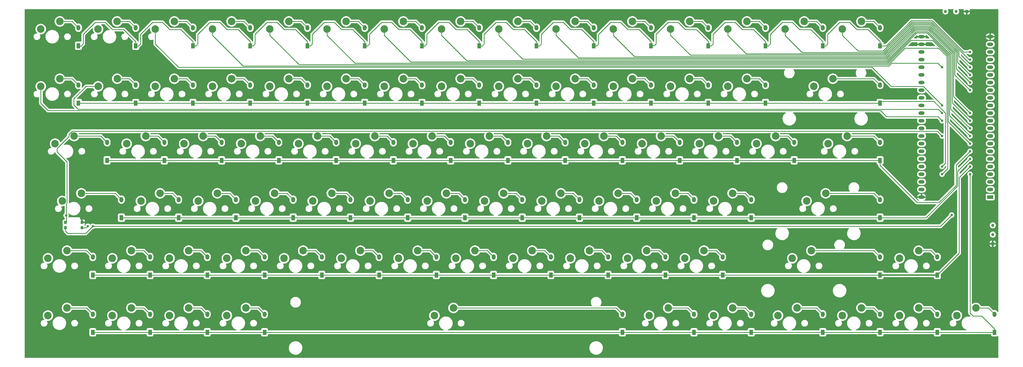
<source format=gbr>
%TF.GenerationSoftware,KiCad,Pcbnew,7.0.10*%
%TF.CreationDate,2024-01-23T11:20:41-03:00*%
%TF.ProjectId,PCB,5043422e-6b69-4636-9164-5f7063625858,V1.0*%
%TF.SameCoordinates,Original*%
%TF.FileFunction,Copper,L2,Bot*%
%TF.FilePolarity,Positive*%
%FSLAX46Y46*%
G04 Gerber Fmt 4.6, Leading zero omitted, Abs format (unit mm)*
G04 Created by KiCad (PCBNEW 7.0.10) date 2024-01-23 11:20:41*
%MOMM*%
%LPD*%
G01*
G04 APERTURE LIST*
%TA.AperFunction,ComponentPad*%
%ADD10R,1.300000X1.778000*%
%TD*%
%TA.AperFunction,ComponentPad*%
%ADD11O,1.300000X1.778000*%
%TD*%
%TA.AperFunction,ComponentPad*%
%ADD12C,2.500000*%
%TD*%
%TA.AperFunction,ComponentPad*%
%ADD13R,2.000000X1.200000*%
%TD*%
%TA.AperFunction,ComponentPad*%
%ADD14O,2.000000X1.200000*%
%TD*%
%TA.AperFunction,ComponentPad*%
%ADD15R,1.000000X1.000000*%
%TD*%
%TA.AperFunction,ComponentPad*%
%ADD16C,1.000000*%
%TD*%
%TA.AperFunction,SMDPad,CuDef*%
%ADD17R,0.914000X1.000000*%
%TD*%
%TA.AperFunction,ViaPad*%
%ADD18C,0.800000*%
%TD*%
%TA.AperFunction,Conductor*%
%ADD19C,0.250000*%
%TD*%
%TA.AperFunction,Conductor*%
%ADD20C,0.500000*%
%TD*%
G04 APERTURE END LIST*
D10*
%TO.P,D17,1,K*%
%TO.N,/2*%
X65881250Y-60150000D03*
D11*
%TO.P,D17,2,A*%
%TO.N,Net-(D17-A)*%
X65881250Y-54150000D03*
%TD*%
D10*
%TO.P,D71,1,K*%
%TO.N,/6*%
X51593750Y-136350000D03*
D11*
%TO.P,D71,2,A*%
%TO.N,Net-(D71-A)*%
X51593750Y-130350000D03*
%TD*%
D12*
%TO.P,S16,1,1*%
%TO.N,/a*%
X34290000Y-54610000D03*
%TO.P,S16,2,2*%
%TO.N,Net-(D16-A)*%
X40640000Y-52070000D03*
%TD*%
D10*
%TO.P,D24,1,K*%
%TO.N,/2*%
X199231250Y-60150000D03*
D11*
%TO.P,D24,2,A*%
%TO.N,Net-(D24-A)*%
X199231250Y-54150000D03*
%TD*%
D10*
%TO.P,D13,1,K*%
%TO.N,/1*%
X275431250Y-41100000D03*
D11*
%TO.P,D13,2,A*%
%TO.N,Net-(D13-A)*%
X275431250Y-35100000D03*
%TD*%
D12*
%TO.P,S77,1,1*%
%TO.N,/j*%
X258127500Y-130810000D03*
%TO.P,S77,2,2*%
%TO.N,Net-(D77-A)*%
X264477500Y-128270000D03*
%TD*%
D10*
%TO.P,D12,1,K*%
%TO.N,/1*%
X256381250Y-41100000D03*
D11*
%TO.P,D12,2,A*%
%TO.N,Net-(D12-A)*%
X256381250Y-35100000D03*
%TD*%
D10*
%TO.P,D57,1,K*%
%TO.N,/5*%
X51593750Y-117300000D03*
D11*
%TO.P,D57,2,A*%
%TO.N,Net-(D57-A)*%
X51593750Y-111300000D03*
%TD*%
D10*
%TO.P,D22,1,K*%
%TO.N,/2*%
X161131250Y-60150000D03*
D11*
%TO.P,D22,2,A*%
%TO.N,Net-(D22-A)*%
X161131250Y-54150000D03*
%TD*%
D10*
%TO.P,D60,1,K*%
%TO.N,/5*%
X108743750Y-117300000D03*
D11*
%TO.P,D60,2,A*%
%TO.N,Net-(D60-A)*%
X108743750Y-111300000D03*
%TD*%
D12*
%TO.P,S19,1,1*%
%TO.N,/d*%
X91440000Y-54610000D03*
%TO.P,S19,2,2*%
%TO.N,Net-(D19-A)*%
X97790000Y-52070000D03*
%TD*%
D10*
%TO.P,D9,1,K*%
%TO.N,/1*%
X199231250Y-41100000D03*
D11*
%TO.P,D9,2,A*%
%TO.N,Net-(D9-A)*%
X199231250Y-35100000D03*
%TD*%
D10*
%TO.P,D3,1,K*%
%TO.N,/1*%
X84931250Y-41100000D03*
D11*
%TO.P,D3,2,A*%
%TO.N,Net-(D3-A)*%
X84931250Y-35100000D03*
%TD*%
D10*
%TO.P,D33,1,K*%
%TO.N,/3*%
X113506250Y-79200000D03*
D11*
%TO.P,D33,2,A*%
%TO.N,Net-(D33-A)*%
X113506250Y-73200000D03*
%TD*%
D10*
%TO.P,D10,1,K*%
%TO.N,/1*%
X218281250Y-41100000D03*
D11*
%TO.P,D10,2,A*%
%TO.N,Net-(D10-A)*%
X218281250Y-35100000D03*
%TD*%
D12*
%TO.P,S74,1,1*%
%TO.N,/d*%
X96202500Y-130810000D03*
%TO.P,S74,2,2*%
%TO.N,Net-(D74-A)*%
X102552500Y-128270000D03*
%TD*%
D10*
%TO.P,D29,1,K*%
%TO.N,/2*%
X313531250Y-60150000D03*
D11*
%TO.P,D29,2,A*%
%TO.N,Net-(D29-A)*%
X313531250Y-54150000D03*
%TD*%
D10*
%TO.P,D43,1,K*%
%TO.N,/3*%
X313531250Y-79200000D03*
D11*
%TO.P,D43,2,A*%
%TO.N,Net-(D43-A)*%
X313531250Y-73200000D03*
%TD*%
D12*
%TO.P,S80,1,1*%
%TO.N,/m*%
X320040000Y-130810000D03*
%TO.P,S80,2,2*%
%TO.N,Net-(D80-A)*%
X326390000Y-128270000D03*
%TD*%
%TO.P,S46,1,1*%
%TO.N,/c*%
X86677500Y-92710000D03*
%TO.P,S46,2,2*%
%TO.N,Net-(D46-A)*%
X93027500Y-90170000D03*
%TD*%
D10*
%TO.P,D27,1,K*%
%TO.N,/2*%
X256381250Y-60150000D03*
D11*
%TO.P,D27,2,A*%
%TO.N,Net-(D27-A)*%
X256381250Y-54150000D03*
%TD*%
D10*
%TO.P,D78,1,K*%
%TO.N,/6*%
X294481250Y-136350000D03*
D11*
%TO.P,D78,2,A*%
%TO.N,Net-(D78-A)*%
X294481250Y-130350000D03*
%TD*%
D10*
%TO.P,D64,1,K*%
%TO.N,/5*%
X184943750Y-117300000D03*
D11*
%TO.P,D64,2,A*%
%TO.N,Net-(D64-A)*%
X184943750Y-111300000D03*
%TD*%
D12*
%TO.P,S39,1,1*%
%TO.N,/j*%
X215265000Y-73660000D03*
%TO.P,S39,2,2*%
%TO.N,Net-(D39-A)*%
X221615000Y-71120000D03*
%TD*%
%TO.P,S42,1,1*%
%TO.N,/m*%
X272415000Y-73660000D03*
%TO.P,S42,2,2*%
%TO.N,Net-(D42-A)*%
X278765000Y-71120000D03*
%TD*%
%TO.P,S30,1,1*%
%TO.N,/a*%
X39052500Y-73660000D03*
%TO.P,S30,2,2*%
%TO.N,Net-(D30-A)*%
X45402500Y-71120000D03*
%TD*%
D10*
%TO.P,D44,1,K*%
%TO.N,/4*%
X61118750Y-98250000D03*
D11*
%TO.P,D44,2,A*%
%TO.N,Net-(D44-A)*%
X61118750Y-92250000D03*
%TD*%
D12*
%TO.P,S36,1,1*%
%TO.N,/g*%
X158115000Y-73660000D03*
%TO.P,S36,2,2*%
%TO.N,Net-(D36-A)*%
X164465000Y-71120000D03*
%TD*%
D10*
%TO.P,D31,1,K*%
%TO.N,/3*%
X75406250Y-79200000D03*
D11*
%TO.P,D31,2,A*%
%TO.N,Net-(D31-A)*%
X75406250Y-73200000D03*
%TD*%
D12*
%TO.P,S43,1,1*%
%TO.N,/o*%
X296227500Y-73660000D03*
%TO.P,S43,2,2*%
%TO.N,Net-(D43-A)*%
X302577500Y-71120000D03*
%TD*%
%TO.P,S32,1,1*%
%TO.N,/c*%
X81971250Y-73660000D03*
%TO.P,S32,2,2*%
%TO.N,Net-(D32-A)*%
X88321250Y-71120000D03*
%TD*%
%TO.P,S23,1,1*%
%TO.N,/h*%
X167640000Y-54610000D03*
%TO.P,S23,2,2*%
%TO.N,Net-(D23-A)*%
X173990000Y-52070000D03*
%TD*%
D13*
%TO.P,U1,1,3V3*%
%TO.N,+3.3V*%
X350192731Y-91395876D03*
D14*
%TO.P,U1,2,3V3*%
X350192731Y-88855876D03*
%TO.P,U1,3,CHIP_PU*%
%TO.N,unconnected-(U1-CHIP_PU-Pad3)*%
X350192731Y-86315876D03*
%TO.P,U1,4,GPIO4/ADC1_CH3*%
%TO.N,Net-(U1-GPIO4{slash}ADC1_CH3)*%
X350192731Y-83775876D03*
%TO.P,U1,5,GPIO5/ADC1_CH4*%
%TO.N,Net-(U1-GPIO5{slash}ADC1_CH4)*%
X350192731Y-81235876D03*
%TO.P,U1,6,GPIO6/ADC1_CH5*%
%TO.N,Net-(U1-GPIO6{slash}ADC1_CH5)*%
X350192731Y-78695876D03*
%TO.P,U1,7,GPIO7/ADC1_CH6*%
%TO.N,Net-(U1-GPIO7{slash}ADC1_CH6)*%
X350192731Y-76155876D03*
%TO.P,U1,8,GPIO15/ADC2_CH4/32K_P*%
%TO.N,Net-(U1-GPIO15{slash}ADC2_CH4{slash}32K_P)*%
X350192731Y-73615876D03*
%TO.P,U1,9,GPIO16/ADC2_CH5/32K_N*%
%TO.N,Net-(U1-GPIO16{slash}ADC2_CH5{slash}32K_N)*%
X350192731Y-71075876D03*
%TO.P,U1,10,GPIO17/ADC2_CH6*%
%TO.N,Net-(U1-GPIO17{slash}ADC2_CH6)*%
X350192731Y-68535876D03*
%TO.P,U1,11,GPIO18/ADC2_CH7*%
%TO.N,Net-(U1-GPIO18{slash}ADC2_CH7)*%
X350192731Y-65995876D03*
%TO.P,U1,12,GPIO8/ADC1_CH7*%
%TO.N,Net-(U1-GPIO8{slash}ADC1_CH7)*%
X350192731Y-63455876D03*
%TO.P,U1,13,GPIO3/ADC1_CH2*%
%TO.N,Net-(U1-GPIO3{slash}ADC1_CH2)*%
X350192731Y-60915876D03*
%TO.P,U1,14,GPIO46*%
%TO.N,Net-(U1-GPIO46)*%
X350192731Y-58375876D03*
%TO.P,U1,15,GPIO9/ADC1_CH8*%
%TO.N,Net-(U1-GPIO9{slash}ADC1_CH8)*%
X350192731Y-55835876D03*
%TO.P,U1,16,GPIO10/ADC1_CH9*%
%TO.N,Net-(U1-GPIO10{slash}ADC1_CH9)*%
X350192731Y-53295876D03*
%TO.P,U1,17,GPIO11/ADC2_CH0*%
%TO.N,Net-(U1-GPIO11{slash}ADC2_CH0)*%
X350192731Y-50755876D03*
%TO.P,U1,18,GPIO12/ADC2_CH1*%
%TO.N,Net-(U1-GPIO12{slash}ADC2_CH1)*%
X350192731Y-48215876D03*
%TO.P,U1,19,GPIO13/ADC2_CH2*%
%TO.N,Net-(U1-GPIO13{slash}ADC2_CH2)*%
X350192731Y-45675876D03*
%TO.P,U1,20,GPIO14/ADC2_CH3*%
%TO.N,Net-(U1-GPIO14{slash}ADC2_CH3)*%
X350196411Y-43138596D03*
%TO.P,U1,21,5V*%
%TO.N,+5V*%
X350196411Y-40598596D03*
%TO.P,U1,22,GND*%
%TO.N,GND*%
X350196411Y-38058596D03*
%TO.P,U1,23,GND*%
X327332731Y-38055876D03*
%TO.P,U1,24,GND*%
X327332731Y-40595876D03*
%TO.P,U1,25,GPIO19/USB_D-*%
%TO.N,Net-(U1-GPIO19{slash}USB_D-)*%
X327332731Y-43135876D03*
%TO.P,U1,26,GPIO20/USB_D+*%
%TO.N,Net-(U1-GPIO20{slash}USB_D+)*%
X327332731Y-45675876D03*
%TO.P,U1,27,GPIO21*%
%TO.N,Net-(U1-GPIO21)*%
X327332731Y-48215876D03*
%TO.P,U1,28,GPIO47*%
%TO.N,Net-(U1-GPIO47)*%
X327332731Y-50755876D03*
%TO.P,U1,29,GPIO48*%
%TO.N,/LED2?*%
X327332731Y-53295876D03*
%TO.P,U1,30,GPIO45*%
%TO.N,Net-(U1-GPIO45)*%
X327332731Y-55835876D03*
%TO.P,U1,31,GPIO0*%
%TO.N,Net-(U1-GPIO0)*%
X327332731Y-58375876D03*
%TO.P,U1,32,GPIO35*%
%TO.N,Net-(U1-GPIO35)*%
X327332731Y-60915876D03*
%TO.P,U1,33,GPIO36*%
%TO.N,Net-(U1-GPIO36)*%
X327332731Y-63455876D03*
%TO.P,U1,34,GPIO37*%
%TO.N,Net-(U1-GPIO37)*%
X327332731Y-65995876D03*
%TO.P,U1,35,GPIO38*%
%TO.N,/LED1?*%
X327332731Y-68535876D03*
%TO.P,U1,36,GPIO39/MTCK*%
%TO.N,Net-(U1-GPIO39{slash}MTCK)*%
X327332731Y-71075876D03*
%TO.P,U1,37,GPIO40/MTDO*%
%TO.N,Net-(U1-GPIO40{slash}MTDO)*%
X327332731Y-73615876D03*
%TO.P,U1,38,GPIO41/MTDI*%
%TO.N,Net-(U1-GPIO41{slash}MTDI)*%
X327332731Y-76155876D03*
%TO.P,U1,39,GPIO42/MTMS*%
%TO.N,Net-(U1-GPIO42{slash}MTMS)*%
X327332731Y-78695876D03*
%TO.P,U1,40,GPIO2/ADC1_CH1*%
%TO.N,Net-(U1-GPIO2{slash}ADC1_CH1)*%
X327332731Y-81235876D03*
%TO.P,U1,41,GPIO1/ADC1_CH0*%
%TO.N,Net-(U1-GPIO1{slash}ADC1_CH0)*%
X327332731Y-83775876D03*
%TO.P,U1,42,GPIO44/U0RXD*%
%TO.N,Net-(U1-GPIO44{slash}U0RXD)*%
X327332731Y-86315876D03*
%TO.P,U1,43,GPIO43/U0TXD*%
%TO.N,Net-(U1-GPIO43{slash}U0TXD)*%
X327332731Y-88855876D03*
%TO.P,U1,44,GND*%
%TO.N,GND*%
X327332731Y-91395876D03*
%TD*%
D12*
%TO.P,S45,1,1*%
%TO.N,/b*%
X67627500Y-92710000D03*
%TO.P,S45,2,2*%
%TO.N,Net-(D45-A)*%
X73977500Y-90170000D03*
%TD*%
D10*
%TO.P,D34,1,K*%
%TO.N,/3*%
X132556250Y-79200000D03*
D11*
%TO.P,D34,2,A*%
%TO.N,Net-(D34-A)*%
X132556250Y-73200000D03*
%TD*%
D10*
%TO.P,D63,1,K*%
%TO.N,/5*%
X165893750Y-117300000D03*
D11*
%TO.P,D63,2,A*%
%TO.N,Net-(D63-A)*%
X165893750Y-111300000D03*
%TD*%
D10*
%TO.P,D77,1,K*%
%TO.N,/6*%
X270668750Y-136350000D03*
D11*
%TO.P,D77,2,A*%
%TO.N,Net-(D77-A)*%
X270668750Y-130350000D03*
%TD*%
D10*
%TO.P,D38,1,K*%
%TO.N,/3*%
X208756250Y-79200000D03*
D11*
%TO.P,D38,2,A*%
%TO.N,Net-(D38-A)*%
X208756250Y-73200000D03*
%TD*%
D12*
%TO.P,S26,1,1*%
%TO.N,/k*%
X224790000Y-54610000D03*
%TO.P,S26,2,2*%
%TO.N,Net-(D26-A)*%
X231140000Y-52070000D03*
%TD*%
D10*
%TO.P,D35,1,K*%
%TO.N,/3*%
X151606250Y-79200000D03*
D11*
%TO.P,D35,2,A*%
%TO.N,Net-(D35-A)*%
X151606250Y-73200000D03*
%TD*%
D10*
%TO.P,D16,1,K*%
%TO.N,/2*%
X46831250Y-60150000D03*
D11*
%TO.P,D16,2,A*%
%TO.N,Net-(D16-A)*%
X46831250Y-54150000D03*
%TD*%
D15*
%TO.P,GND,1,1*%
%TO.N,GND*%
X342392000Y-29718000D03*
%TD*%
D12*
%TO.P,S55,1,1*%
%TO.N,/l*%
X258127500Y-92710000D03*
%TO.P,S55,2,2*%
%TO.N,Net-(D55-A)*%
X264477500Y-90170000D03*
%TD*%
D10*
%TO.P,D39,1,K*%
%TO.N,/3*%
X227806250Y-79200000D03*
D11*
%TO.P,D39,2,A*%
%TO.N,Net-(D39-A)*%
X227806250Y-73200000D03*
%TD*%
D12*
%TO.P,S29,1,1*%
%TO.N,/o*%
X291465000Y-54610000D03*
%TO.P,S29,2,2*%
%TO.N,Net-(D29-A)*%
X297815000Y-52070000D03*
%TD*%
%TO.P,S13,1,1*%
%TO.N,/m*%
X262890000Y-35560000D03*
%TO.P,S13,2,2*%
%TO.N,Net-(D13-A)*%
X269240000Y-33020000D03*
%TD*%
D10*
%TO.P,D21,1,K*%
%TO.N,/2*%
X142081250Y-60150000D03*
D11*
%TO.P,D21,2,A*%
%TO.N,Net-(D21-A)*%
X142081250Y-54150000D03*
%TD*%
D10*
%TO.P,D48,1,K*%
%TO.N,/4*%
X137318750Y-98250000D03*
D11*
%TO.P,D48,2,A*%
%TO.N,Net-(D48-A)*%
X137318750Y-92250000D03*
%TD*%
D10*
%TO.P,D40,1,K*%
%TO.N,/3*%
X246856250Y-79200000D03*
D11*
%TO.P,D40,2,A*%
%TO.N,Net-(D40-A)*%
X246856250Y-73200000D03*
%TD*%
D10*
%TO.P,D45,1,K*%
%TO.N,/4*%
X80168750Y-98250000D03*
D11*
%TO.P,D45,2,A*%
%TO.N,Net-(D45-A)*%
X80168750Y-92250000D03*
%TD*%
D12*
%TO.P,S69,1,1*%
%TO.N,/m*%
X284321250Y-111760000D03*
%TO.P,S69,2,2*%
%TO.N,Net-(D69-A)*%
X290671250Y-109220000D03*
%TD*%
%TO.P,S25,1,1*%
%TO.N,/j*%
X205740000Y-54610000D03*
%TO.P,S25,2,2*%
%TO.N,Net-(D25-A)*%
X212090000Y-52070000D03*
%TD*%
D10*
%TO.P,D26,1,K*%
%TO.N,/2*%
X237331250Y-60150000D03*
D11*
%TO.P,D26,2,A*%
%TO.N,Net-(D26-A)*%
X237331250Y-54150000D03*
%TD*%
D12*
%TO.P,S12,1,1*%
%TO.N,/l*%
X243840000Y-35560000D03*
%TO.P,S12,2,2*%
%TO.N,Net-(D12-A)*%
X250190000Y-33020000D03*
%TD*%
%TO.P,S70,1,1*%
%TO.N,/o*%
X320040000Y-111760000D03*
%TO.P,S70,2,2*%
%TO.N,Net-(D70-A)*%
X326390000Y-109220000D03*
%TD*%
%TO.P,S56,1,1*%
%TO.N,/o*%
X289083750Y-92710000D03*
%TO.P,S56,2,2*%
%TO.N,Net-(D56-A)*%
X295433750Y-90170000D03*
%TD*%
D10*
%TO.P,D62,1,K*%
%TO.N,/5*%
X146843750Y-117300000D03*
D11*
%TO.P,D62,2,A*%
%TO.N,Net-(D62-A)*%
X146843750Y-111300000D03*
%TD*%
D12*
%TO.P,S41,1,1*%
%TO.N,/l*%
X253365000Y-73660000D03*
%TO.P,S41,2,2*%
%TO.N,Net-(D41-A)*%
X259715000Y-71120000D03*
%TD*%
D10*
%TO.P,D67,1,K*%
%TO.N,/5*%
X242093750Y-117300000D03*
D11*
%TO.P,D67,2,A*%
%TO.N,Net-(D67-A)*%
X242093750Y-111300000D03*
%TD*%
D12*
%TO.P,S66,1,1*%
%TO.N,/j*%
X210502500Y-111760000D03*
%TO.P,S66,2,2*%
%TO.N,Net-(D66-A)*%
X216852500Y-109220000D03*
%TD*%
%TO.P,S10,1,1*%
%TO.N,/j*%
X205740000Y-35560000D03*
%TO.P,S10,2,2*%
%TO.N,Net-(D10-A)*%
X212090000Y-33020000D03*
%TD*%
%TO.P,S61,1,1*%
%TO.N,/e*%
X115252500Y-111760000D03*
%TO.P,S61,2,2*%
%TO.N,Net-(D61-A)*%
X121602500Y-109220000D03*
%TD*%
%TO.P,S15,1,1*%
%TO.N,/o*%
X300990000Y-35560000D03*
%TO.P,S15,2,2*%
%TO.N,Net-(D15-A)*%
X307340000Y-33020000D03*
%TD*%
%TO.P,S67,1,1*%
%TO.N,/k*%
X229552500Y-111760000D03*
%TO.P,S67,2,2*%
%TO.N,Net-(D67-A)*%
X235902500Y-109220000D03*
%TD*%
%TO.P,S50,1,1*%
%TO.N,/g*%
X162877500Y-92710000D03*
%TO.P,S50,2,2*%
%TO.N,Net-(D50-A)*%
X169227500Y-90170000D03*
%TD*%
%TO.P,S52,1,1*%
%TO.N,/i*%
X200977500Y-92710000D03*
%TO.P,S52,2,2*%
%TO.N,Net-(D52-A)*%
X207327500Y-90170000D03*
%TD*%
%TO.P,S73,1,1*%
%TO.N,/c*%
X77152500Y-130810000D03*
%TO.P,S73,2,2*%
%TO.N,Net-(D73-A)*%
X83502500Y-128270000D03*
%TD*%
%TO.P,S59,1,1*%
%TO.N,/c*%
X77152500Y-111760000D03*
%TO.P,S59,2,2*%
%TO.N,Net-(D59-A)*%
X83502500Y-109220000D03*
%TD*%
%TO.P,S35,1,1*%
%TO.N,/f*%
X139065000Y-73660000D03*
%TO.P,S35,2,2*%
%TO.N,Net-(D35-A)*%
X145415000Y-71120000D03*
%TD*%
D10*
%TO.P,D2,1,K*%
%TO.N,/1*%
X65881250Y-41100000D03*
D11*
%TO.P,D2,2,A*%
%TO.N,Net-(D2-A)*%
X65881250Y-35100000D03*
%TD*%
D12*
%TO.P,S47,1,1*%
%TO.N,/d*%
X105727500Y-92710000D03*
%TO.P,S47,2,2*%
%TO.N,Net-(D47-A)*%
X112077500Y-90170000D03*
%TD*%
%TO.P,S34,1,1*%
%TO.N,/e*%
X120015000Y-73660000D03*
%TO.P,S34,2,2*%
%TO.N,Net-(D34-A)*%
X126365000Y-71120000D03*
%TD*%
D10*
%TO.P,D1,1,K*%
%TO.N,/1*%
X46831250Y-41100000D03*
D11*
%TO.P,D1,2,A*%
%TO.N,Net-(D1-A)*%
X46831250Y-35100000D03*
%TD*%
D12*
%TO.P,S60,1,1*%
%TO.N,/d*%
X96202500Y-111760000D03*
%TO.P,S60,2,2*%
%TO.N,Net-(D60-A)*%
X102552500Y-109220000D03*
%TD*%
%TO.P,S48,1,1*%
%TO.N,/e*%
X124777500Y-92710000D03*
%TO.P,S48,2,2*%
%TO.N,Net-(D48-A)*%
X131127500Y-90170000D03*
%TD*%
%TO.P,S7,1,1*%
%TO.N,/g*%
X148590000Y-35560000D03*
%TO.P,S7,2,2*%
%TO.N,Net-(D7-A)*%
X154940000Y-33020000D03*
%TD*%
%TO.P,S6,1,1*%
%TO.N,/f*%
X129540000Y-35560000D03*
%TO.P,S6,2,2*%
%TO.N,Net-(D6-A)*%
X135890000Y-33020000D03*
%TD*%
%TO.P,S11,1,1*%
%TO.N,/k*%
X224790000Y-35560000D03*
%TO.P,S11,2,2*%
%TO.N,Net-(D11-A)*%
X231140000Y-33020000D03*
%TD*%
%TO.P,S63,1,1*%
%TO.N,/g*%
X153352500Y-111760000D03*
%TO.P,S63,2,2*%
%TO.N,Net-(D63-A)*%
X159702500Y-109220000D03*
%TD*%
%TO.P,S38,1,1*%
%TO.N,/i*%
X196215000Y-73660000D03*
%TO.P,S38,2,2*%
%TO.N,Net-(D38-A)*%
X202565000Y-71120000D03*
%TD*%
%TO.P,S22,1,1*%
%TO.N,/g*%
X148590000Y-54610000D03*
%TO.P,S22,2,2*%
%TO.N,Net-(D22-A)*%
X154940000Y-52070000D03*
%TD*%
D10*
%TO.P,D15,1,K*%
%TO.N,/1*%
X313531250Y-41100000D03*
D11*
%TO.P,D15,2,A*%
%TO.N,Net-(D15-A)*%
X313531250Y-35100000D03*
%TD*%
D16*
%TO.P,5V,1,1*%
%TO.N,Net-(J5V1-A)*%
X338836000Y-29718000D03*
%TD*%
D12*
%TO.P,S24,1,1*%
%TO.N,/i*%
X186690000Y-54610000D03*
%TO.P,S24,2,2*%
%TO.N,Net-(D24-A)*%
X193040000Y-52070000D03*
%TD*%
D10*
%TO.P,D66,1,K*%
%TO.N,/5*%
X223043750Y-117300000D03*
D11*
%TO.P,D66,2,A*%
%TO.N,Net-(D66-A)*%
X223043750Y-111300000D03*
%TD*%
D12*
%TO.P,S62,1,1*%
%TO.N,/f*%
X134302500Y-111760000D03*
%TO.P,S62,2,2*%
%TO.N,Net-(D62-A)*%
X140652500Y-109220000D03*
%TD*%
%TO.P,S3,1,1*%
%TO.N,/c*%
X72390000Y-35560000D03*
%TO.P,S3,2,2*%
%TO.N,Net-(D3-A)*%
X78740000Y-33020000D03*
%TD*%
D10*
%TO.P,D20,1,K*%
%TO.N,/2*%
X123031250Y-60150000D03*
D11*
%TO.P,D20,2,A*%
%TO.N,Net-(D20-A)*%
X123031250Y-54150000D03*
%TD*%
D10*
%TO.P,D53,1,K*%
%TO.N,/4*%
X232568750Y-98250000D03*
D11*
%TO.P,D53,2,A*%
%TO.N,Net-(D53-A)*%
X232568750Y-92250000D03*
%TD*%
D12*
%TO.P,S37,1,1*%
%TO.N,/h*%
X177165000Y-73660000D03*
%TO.P,S37,2,2*%
%TO.N,Net-(D37-A)*%
X183515000Y-71120000D03*
%TD*%
D10*
%TO.P,D65,1,K*%
%TO.N,/5*%
X203993750Y-117300000D03*
D11*
%TO.P,D65,2,A*%
%TO.N,Net-(D65-A)*%
X203993750Y-111300000D03*
%TD*%
D10*
%TO.P,D73,1,K*%
%TO.N,/6*%
X89693750Y-136350000D03*
D11*
%TO.P,D73,2,A*%
%TO.N,Net-(D73-A)*%
X89693750Y-130350000D03*
%TD*%
D10*
%TO.P,D46,1,K*%
%TO.N,/4*%
X99218750Y-98250000D03*
D11*
%TO.P,D46,2,A*%
%TO.N,Net-(D46-A)*%
X99218750Y-92250000D03*
%TD*%
D12*
%TO.P,S31,1,1*%
%TO.N,/b*%
X62865000Y-73660000D03*
%TO.P,S31,2,2*%
%TO.N,Net-(D31-A)*%
X69215000Y-71120000D03*
%TD*%
D10*
%TO.P,D7,1,K*%
%TO.N,/1*%
X161131250Y-41100000D03*
D11*
%TO.P,D7,2,A*%
%TO.N,Net-(D7-A)*%
X161131250Y-35100000D03*
%TD*%
D12*
%TO.P,S5,1,1*%
%TO.N,/e*%
X110490000Y-35560000D03*
%TO.P,S5,2,2*%
%TO.N,Net-(D5-A)*%
X116840000Y-33020000D03*
%TD*%
%TO.P,S71,1,1*%
%TO.N,/a*%
X36671250Y-130810000D03*
%TO.P,S71,2,2*%
%TO.N,Net-(D71-A)*%
X43021250Y-128270000D03*
%TD*%
D10*
%TO.P,D8,1,K*%
%TO.N,/1*%
X180181250Y-41100000D03*
D11*
%TO.P,D8,2,A*%
%TO.N,Net-(D8-A)*%
X180181250Y-35100000D03*
%TD*%
D10*
%TO.P,D79,1,K*%
%TO.N,/6*%
X313531250Y-136350000D03*
D11*
%TO.P,D79,2,A*%
%TO.N,Net-(D79-A)*%
X313531250Y-130350000D03*
%TD*%
D16*
%TO.P,3V3-2,1,1*%
%TO.N,Net-(J3V2-A)*%
X351028000Y-100806250D03*
%TD*%
D10*
%TO.P,D68,1,K*%
%TO.N,/5*%
X261143750Y-117300000D03*
D11*
%TO.P,D68,2,A*%
%TO.N,Net-(D68-A)*%
X261143750Y-111300000D03*
%TD*%
D10*
%TO.P,D56,1,K*%
%TO.N,/4*%
X313531250Y-98250000D03*
D11*
%TO.P,D56,2,A*%
%TO.N,Net-(D56-A)*%
X313531250Y-92250000D03*
%TD*%
D10*
%TO.P,D32,1,K*%
%TO.N,/3*%
X94456250Y-79200000D03*
D11*
%TO.P,D32,2,A*%
%TO.N,Net-(D32-A)*%
X94456250Y-73200000D03*
%TD*%
D10*
%TO.P,D52,1,K*%
%TO.N,/4*%
X213518750Y-98250000D03*
D11*
%TO.P,D52,2,A*%
%TO.N,Net-(D52-A)*%
X213518750Y-92250000D03*
%TD*%
D10*
%TO.P,D61,1,K*%
%TO.N,/5*%
X127793750Y-117300000D03*
D11*
%TO.P,D61,2,A*%
%TO.N,Net-(D61-A)*%
X127793750Y-111300000D03*
%TD*%
D10*
%TO.P,D75,1,K*%
%TO.N,/6*%
X227806250Y-136350000D03*
D11*
%TO.P,D75,2,A*%
%TO.N,Net-(D75-A)*%
X227806250Y-130350000D03*
%TD*%
D12*
%TO.P,S1,1,1*%
%TO.N,/a*%
X34290000Y-35560000D03*
%TO.P,S1,2,2*%
%TO.N,Net-(D1-A)*%
X40640000Y-33020000D03*
%TD*%
D16*
%TO.P,5V-2,1,1*%
%TO.N,Net-(J5V2-A)*%
X351028000Y-103886000D03*
%TD*%
D12*
%TO.P,S17,1,1*%
%TO.N,/b*%
X53385000Y-54610000D03*
%TO.P,S17,2,2*%
%TO.N,Net-(D17-A)*%
X59735000Y-52070000D03*
%TD*%
D10*
%TO.P,D36,1,K*%
%TO.N,/3*%
X170656250Y-79200000D03*
D11*
%TO.P,D36,2,A*%
%TO.N,Net-(D36-A)*%
X170656250Y-73200000D03*
%TD*%
D10*
%TO.P,D5,1,K*%
%TO.N,/1*%
X123031250Y-41100000D03*
D11*
%TO.P,D5,2,A*%
%TO.N,Net-(D5-A)*%
X123031250Y-35100000D03*
%TD*%
D12*
%TO.P,S14,1,1*%
%TO.N,/n*%
X281940000Y-35560000D03*
%TO.P,S14,2,2*%
%TO.N,Net-(D14-A)*%
X288290000Y-33020000D03*
%TD*%
%TO.P,S8,1,1*%
%TO.N,/h*%
X167640000Y-35560000D03*
%TO.P,S8,2,2*%
%TO.N,Net-(D8-A)*%
X173990000Y-33020000D03*
%TD*%
%TO.P,S4,1,1*%
%TO.N,/d*%
X91440000Y-35560000D03*
%TO.P,S4,2,2*%
%TO.N,Net-(D4-A)*%
X97790000Y-33020000D03*
%TD*%
%TO.P,S2,1,1*%
%TO.N,/b*%
X53340000Y-35560000D03*
%TO.P,S2,2,2*%
%TO.N,Net-(D2-A)*%
X59690000Y-33020000D03*
%TD*%
%TO.P,S68,1,1*%
%TO.N,/l*%
X248602500Y-111760000D03*
%TO.P,S68,2,2*%
%TO.N,Net-(D68-A)*%
X254952500Y-109220000D03*
%TD*%
%TO.P,S57,1,1*%
%TO.N,/a*%
X36671250Y-111760000D03*
%TO.P,S57,2,2*%
%TO.N,Net-(D57-A)*%
X43021250Y-109220000D03*
%TD*%
D15*
%TO.P,GND-2,1,1*%
%TO.N,GND*%
X351028000Y-106934000D03*
%TD*%
D10*
%TO.P,D28,1,K*%
%TO.N,/2*%
X275431250Y-60150000D03*
D11*
%TO.P,D28,2,A*%
%TO.N,Net-(D28-A)*%
X275431250Y-54150000D03*
%TD*%
D10*
%TO.P,D19,1,K*%
%TO.N,/2*%
X103981250Y-60150000D03*
D11*
%TO.P,D19,2,A*%
%TO.N,Net-(D19-A)*%
X103981250Y-54150000D03*
%TD*%
D12*
%TO.P,S44,1,1*%
%TO.N,/a*%
X41433750Y-92710000D03*
%TO.P,S44,2,2*%
%TO.N,Net-(D44-A)*%
X47783750Y-90170000D03*
%TD*%
%TO.P,S9,1,1*%
%TO.N,/i*%
X186690000Y-35560000D03*
%TO.P,S9,2,2*%
%TO.N,Net-(D9-A)*%
X193040000Y-33020000D03*
%TD*%
%TO.P,S78,1,1*%
%TO.N,/k*%
X279558750Y-130810000D03*
%TO.P,S78,2,2*%
%TO.N,Net-(D78-A)*%
X285908750Y-128270000D03*
%TD*%
%TO.P,S76,1,1*%
%TO.N,/i*%
X236696250Y-130810000D03*
%TO.P,S76,2,2*%
%TO.N,Net-(D76-A)*%
X243046250Y-128270000D03*
%TD*%
D10*
%TO.P,D25,1,K*%
%TO.N,/2*%
X218281250Y-60150000D03*
D11*
%TO.P,D25,2,A*%
%TO.N,Net-(D25-A)*%
X218281250Y-54150000D03*
%TD*%
D12*
%TO.P,S58,1,1*%
%TO.N,/b*%
X58102500Y-111760000D03*
%TO.P,S58,2,2*%
%TO.N,Net-(D58-A)*%
X64452500Y-109220000D03*
%TD*%
D10*
%TO.P,D30,1,K*%
%TO.N,/3*%
X56356250Y-79200000D03*
D11*
%TO.P,D30,2,A*%
%TO.N,Net-(D30-A)*%
X56356250Y-73200000D03*
%TD*%
D12*
%TO.P,S21,1,1*%
%TO.N,/f*%
X129540000Y-54610000D03*
%TO.P,S21,2,2*%
%TO.N,Net-(D21-A)*%
X135890000Y-52070000D03*
%TD*%
%TO.P,S40,1,1*%
%TO.N,/k*%
X234315000Y-73660000D03*
%TO.P,S40,2,2*%
%TO.N,Net-(D40-A)*%
X240665000Y-71120000D03*
%TD*%
%TO.P,S18,1,1*%
%TO.N,/c*%
X72390000Y-54610000D03*
%TO.P,S18,2,2*%
%TO.N,Net-(D18-A)*%
X78740000Y-52070000D03*
%TD*%
%TO.P,S49,1,1*%
%TO.N,/f*%
X143827500Y-92710000D03*
%TO.P,S49,2,2*%
%TO.N,Net-(D49-A)*%
X150177500Y-90170000D03*
%TD*%
%TO.P,S81,1,1*%
%TO.N,/o*%
X339090000Y-130810000D03*
%TO.P,S81,2,2*%
%TO.N,Net-(D81-A)*%
X345440000Y-128270000D03*
%TD*%
%TO.P,S75,1,1*%
%TO.N,/g*%
X165258750Y-130810000D03*
%TO.P,S75,2,2*%
%TO.N,Net-(D75-A)*%
X171608750Y-128270000D03*
%TD*%
%TO.P,S65,1,1*%
%TO.N,/i*%
X191452500Y-111760000D03*
%TO.P,S65,2,2*%
%TO.N,Net-(D65-A)*%
X197802500Y-109220000D03*
%TD*%
D10*
%TO.P,D14,1,K*%
%TO.N,/1*%
X294481250Y-41100000D03*
D11*
%TO.P,D14,2,A*%
%TO.N,Net-(D14-A)*%
X294481250Y-35100000D03*
%TD*%
D10*
%TO.P,D42,1,K*%
%TO.N,/3*%
X284956250Y-79200000D03*
D11*
%TO.P,D42,2,A*%
%TO.N,Net-(D42-A)*%
X284956250Y-73200000D03*
%TD*%
D12*
%TO.P,S79,1,1*%
%TO.N,/l*%
X300990000Y-130810000D03*
%TO.P,S79,2,2*%
%TO.N,Net-(D79-A)*%
X307340000Y-128270000D03*
%TD*%
D10*
%TO.P,D37,1,K*%
%TO.N,/3*%
X189706250Y-79200000D03*
D11*
%TO.P,D37,2,A*%
%TO.N,Net-(D37-A)*%
X189706250Y-73200000D03*
%TD*%
D12*
%TO.P,S51,1,1*%
%TO.N,/h*%
X181927500Y-92710000D03*
%TO.P,S51,2,2*%
%TO.N,Net-(D51-A)*%
X188277500Y-90170000D03*
%TD*%
%TO.P,S27,1,1*%
%TO.N,/l*%
X243840000Y-54610000D03*
%TO.P,S27,2,2*%
%TO.N,Net-(D27-A)*%
X250190000Y-52070000D03*
%TD*%
%TO.P,S64,1,1*%
%TO.N,/h*%
X172402500Y-111760000D03*
%TO.P,S64,2,2*%
%TO.N,Net-(D64-A)*%
X178752500Y-109220000D03*
%TD*%
D10*
%TO.P,D41,1,K*%
%TO.N,/3*%
X265906250Y-79200000D03*
D11*
%TO.P,D41,2,A*%
%TO.N,Net-(D41-A)*%
X265906250Y-73200000D03*
%TD*%
D10*
%TO.P,D81,1,K*%
%TO.N,/6*%
X351631250Y-136350000D03*
D11*
%TO.P,D81,2,A*%
%TO.N,Net-(D81-A)*%
X351631250Y-130350000D03*
%TD*%
D10*
%TO.P,D4,1,K*%
%TO.N,/1*%
X103981250Y-41100000D03*
D11*
%TO.P,D4,2,A*%
%TO.N,Net-(D4-A)*%
X103981250Y-35100000D03*
%TD*%
D12*
%TO.P,S20,1,1*%
%TO.N,/e*%
X110490000Y-54610000D03*
%TO.P,S20,2,2*%
%TO.N,Net-(D20-A)*%
X116840000Y-52070000D03*
%TD*%
%TO.P,S33,1,1*%
%TO.N,/d*%
X100965000Y-73660000D03*
%TO.P,S33,2,2*%
%TO.N,Net-(D33-A)*%
X107315000Y-71120000D03*
%TD*%
D16*
%TO.P,3V3,1,1*%
%TO.N,Net-(J3V1-A)*%
X335280000Y-29718000D03*
%TD*%
D10*
%TO.P,D50,1,K*%
%TO.N,/4*%
X175418750Y-98250000D03*
D11*
%TO.P,D50,2,A*%
%TO.N,Net-(D50-A)*%
X175418750Y-92250000D03*
%TD*%
D12*
%TO.P,S72,1,1*%
%TO.N,/b*%
X58102500Y-130810000D03*
%TO.P,S72,2,2*%
%TO.N,Net-(D72-A)*%
X64452500Y-128270000D03*
%TD*%
D10*
%TO.P,D6,1,K*%
%TO.N,/1*%
X142081250Y-41100000D03*
D11*
%TO.P,D6,2,A*%
%TO.N,Net-(D6-A)*%
X142081250Y-35100000D03*
%TD*%
D10*
%TO.P,D23,1,K*%
%TO.N,/2*%
X180181250Y-60150000D03*
D11*
%TO.P,D23,2,A*%
%TO.N,Net-(D23-A)*%
X180181250Y-54150000D03*
%TD*%
D10*
%TO.P,D55,1,K*%
%TO.N,/4*%
X270668750Y-98250000D03*
D11*
%TO.P,D55,2,A*%
%TO.N,Net-(D55-A)*%
X270668750Y-92250000D03*
%TD*%
D10*
%TO.P,D49,1,K*%
%TO.N,/4*%
X156368750Y-98250000D03*
D11*
%TO.P,D49,2,A*%
%TO.N,Net-(D49-A)*%
X156368750Y-92250000D03*
%TD*%
D12*
%TO.P,S53,1,1*%
%TO.N,/j*%
X220027500Y-92710000D03*
%TO.P,S53,2,2*%
%TO.N,Net-(D53-A)*%
X226377500Y-90170000D03*
%TD*%
D10*
%TO.P,D47,1,K*%
%TO.N,/4*%
X118268750Y-98250000D03*
D11*
%TO.P,D47,2,A*%
%TO.N,Net-(D47-A)*%
X118268750Y-92250000D03*
%TD*%
D10*
%TO.P,D76,1,K*%
%TO.N,/6*%
X251618750Y-136350000D03*
D11*
%TO.P,D76,2,A*%
%TO.N,Net-(D76-A)*%
X251618750Y-130350000D03*
%TD*%
D10*
%TO.P,D51,1,K*%
%TO.N,/4*%
X194468750Y-98250000D03*
D11*
%TO.P,D51,2,A*%
%TO.N,Net-(D51-A)*%
X194468750Y-92250000D03*
%TD*%
D10*
%TO.P,D58,1,K*%
%TO.N,/5*%
X70643750Y-117300000D03*
D11*
%TO.P,D58,2,A*%
%TO.N,Net-(D58-A)*%
X70643750Y-111300000D03*
%TD*%
D10*
%TO.P,D74,1,K*%
%TO.N,/6*%
X108743750Y-136350000D03*
D11*
%TO.P,D74,2,A*%
%TO.N,Net-(D74-A)*%
X108743750Y-130350000D03*
%TD*%
D10*
%TO.P,D80,1,K*%
%TO.N,/6*%
X332581250Y-136350000D03*
D11*
%TO.P,D80,2,A*%
%TO.N,Net-(D80-A)*%
X332581250Y-130350000D03*
%TD*%
D10*
%TO.P,D69,1,K*%
%TO.N,/5*%
X313531250Y-117300000D03*
D11*
%TO.P,D69,2,A*%
%TO.N,Net-(D69-A)*%
X313531250Y-111300000D03*
%TD*%
D10*
%TO.P,D18,1,K*%
%TO.N,/2*%
X84931250Y-60150000D03*
D11*
%TO.P,D18,2,A*%
%TO.N,Net-(D18-A)*%
X84931250Y-54150000D03*
%TD*%
D10*
%TO.P,D11,1,K*%
%TO.N,/1*%
X237331250Y-41100000D03*
D11*
%TO.P,D11,2,A*%
%TO.N,Net-(D11-A)*%
X237331250Y-35100000D03*
%TD*%
D12*
%TO.P,S28,1,1*%
%TO.N,/m*%
X262890000Y-54610000D03*
%TO.P,S28,2,2*%
%TO.N,Net-(D28-A)*%
X269240000Y-52070000D03*
%TD*%
%TO.P,S54,1,1*%
%TO.N,/k*%
X239077500Y-92710000D03*
%TO.P,S54,2,2*%
%TO.N,Net-(D54-A)*%
X245427500Y-90170000D03*
%TD*%
D10*
%TO.P,D59,1,K*%
%TO.N,/5*%
X89693750Y-117300000D03*
D11*
%TO.P,D59,2,A*%
%TO.N,Net-(D59-A)*%
X89693750Y-111300000D03*
%TD*%
D10*
%TO.P,D54,1,K*%
%TO.N,/4*%
X251618750Y-98250000D03*
D11*
%TO.P,D54,2,A*%
%TO.N,Net-(D54-A)*%
X251618750Y-92250000D03*
%TD*%
D10*
%TO.P,D70,1,K*%
%TO.N,/5*%
X332581250Y-117300000D03*
D11*
%TO.P,D70,2,A*%
%TO.N,Net-(D70-A)*%
X332581250Y-111300000D03*
%TD*%
D10*
%TO.P,D72,1,K*%
%TO.N,/6*%
X70643750Y-136350000D03*
D11*
%TO.P,D72,2,A*%
%TO.N,Net-(D72-A)*%
X70643750Y-130350000D03*
%TD*%
D17*
%TO.P,L1,1,DOUT*%
%TO.N,unconnected-(L1-DOUT-Pad1)*%
X47986750Y-101600000D03*
%TO.P,L1,2,VSS*%
%TO.N,GND*%
X47986750Y-99850000D03*
%TO.P,L1,3,DIN*%
%TO.N,/CAPS_LED*%
X42500750Y-99850000D03*
%TO.P,L1,4,VDD*%
%TO.N,Net-(L1-VDD)*%
X42500750Y-101600000D03*
%TD*%
D18*
%TO.N,/1*%
X343456250Y-43183796D03*
%TO.N,/2*%
X334160500Y-81280000D03*
%TO.N,/3*%
X343456250Y-76203796D03*
%TO.N,/4*%
X343456250Y-78743796D03*
%TO.N,/5*%
X343456250Y-81283796D03*
%TO.N,/6*%
X343456250Y-83823796D03*
%TO.N,/a*%
X334160500Y-66040000D03*
%TO.N,/b*%
X334160500Y-63500000D03*
%TO.N,/c*%
X334160500Y-60960000D03*
%TO.N,/d*%
X334160500Y-48260000D03*
%TO.N,/e*%
X334160500Y-83820000D03*
%TO.N,/f*%
X343456250Y-73663796D03*
%TO.N,/g*%
X343456250Y-71123796D03*
%TO.N,/h*%
X343456250Y-68583796D03*
%TO.N,/i*%
X343456250Y-66043796D03*
%TO.N,/j*%
X343456250Y-63503796D03*
%TO.N,/k*%
X343456250Y-55883796D03*
%TO.N,/l*%
X343456250Y-53343796D03*
%TO.N,/m*%
X343456250Y-50803796D03*
%TO.N,/n*%
X343456250Y-48263796D03*
%TO.N,/o*%
X343456250Y-45723796D03*
%TO.N,GND*%
X75406250Y-105568750D03*
X318293750Y-103187500D03*
X288131250Y-81756250D03*
X300831250Y-84931250D03*
X332581250Y-98425000D03*
X293687500Y-67468750D03*
X64293750Y-121443750D03*
X69056250Y-50006250D03*
X60325000Y-85725000D03*
X306387500Y-55562500D03*
X333375000Y-120650000D03*
X337343750Y-140493750D03*
X68262500Y-141287500D03*
X49212500Y-31750000D03*
X72231250Y-73025000D03*
%TO.N,/CAPS_LED*%
X42716109Y-97513157D03*
X334160500Y-71120000D03*
%TO.N,unconnected-(L1-DOUT-Pad1)*%
X49974552Y-101103350D03*
%TO.N,Net-(L1-VDD)*%
X337343750Y-97393750D03*
X51593750Y-101106100D03*
%TD*%
D19*
%TO.N,Net-(D2-A)*%
X59690000Y-33020000D02*
X63801250Y-33020000D01*
X63801250Y-33020000D02*
X65881250Y-35100000D01*
%TO.N,Net-(D3-A)*%
X82851250Y-33020000D02*
X84931250Y-35100000D01*
X78740000Y-33020000D02*
X82851250Y-33020000D01*
%TO.N,Net-(D4-A)*%
X97790000Y-33020000D02*
X101901250Y-33020000D01*
X101901250Y-33020000D02*
X103981250Y-35100000D01*
%TO.N,Net-(D5-A)*%
X116840000Y-33020000D02*
X120951250Y-33020000D01*
X120951250Y-33020000D02*
X123031250Y-35100000D01*
%TO.N,Net-(D6-A)*%
X135890000Y-33020000D02*
X140001250Y-33020000D01*
X140001250Y-33020000D02*
X142081250Y-35100000D01*
%TO.N,Net-(D7-A)*%
X154940000Y-33020000D02*
X159051250Y-33020000D01*
X159051250Y-33020000D02*
X161131250Y-35100000D01*
%TO.N,Net-(D8-A)*%
X178101250Y-33020000D02*
X180181250Y-35100000D01*
X173990000Y-33020000D02*
X178101250Y-33020000D01*
%TO.N,Net-(D9-A)*%
X197151250Y-33020000D02*
X199231250Y-35100000D01*
X193040000Y-33020000D02*
X197151250Y-33020000D01*
%TO.N,Net-(D10-A)*%
X216201250Y-33020000D02*
X218281250Y-35100000D01*
X212090000Y-33020000D02*
X216201250Y-33020000D01*
%TO.N,Net-(D11-A)*%
X235251250Y-33020000D02*
X237331250Y-35100000D01*
X231140000Y-33020000D02*
X235251250Y-33020000D01*
%TO.N,Net-(D12-A)*%
X250190000Y-33020000D02*
X254301250Y-33020000D01*
X254301250Y-33020000D02*
X256381250Y-35100000D01*
%TO.N,Net-(D13-A)*%
X273351250Y-33020000D02*
X275431250Y-35100000D01*
X269240000Y-33020000D02*
X273351250Y-33020000D01*
%TO.N,Net-(D14-A)*%
X292401250Y-33020000D02*
X294481250Y-35100000D01*
X288290000Y-33020000D02*
X292401250Y-33020000D01*
%TO.N,Net-(D15-A)*%
X307340000Y-33020000D02*
X311451250Y-33020000D01*
X311451250Y-33020000D02*
X313531250Y-35100000D01*
%TO.N,Net-(D16-A)*%
X40640000Y-52070000D02*
X44751250Y-52070000D01*
X44751250Y-52070000D02*
X46831250Y-54150000D01*
%TO.N,Net-(D17-A)*%
X63801250Y-52070000D02*
X65881250Y-54150000D01*
X59735000Y-52070000D02*
X63801250Y-52070000D01*
%TO.N,Net-(D18-A)*%
X82851250Y-52070000D02*
X84931250Y-54150000D01*
X78740000Y-52070000D02*
X82851250Y-52070000D01*
%TO.N,Net-(D19-A)*%
X101901250Y-52070000D02*
X103981250Y-54150000D01*
X97790000Y-52070000D02*
X101901250Y-52070000D01*
%TO.N,Net-(D20-A)*%
X120951250Y-52070000D02*
X123031250Y-54150000D01*
X116840000Y-52070000D02*
X120951250Y-52070000D01*
%TO.N,Net-(D21-A)*%
X140001250Y-52070000D02*
X142081250Y-54150000D01*
X135890000Y-52070000D02*
X140001250Y-52070000D01*
%TO.N,Net-(D22-A)*%
X154940000Y-52070000D02*
X159051250Y-52070000D01*
X159051250Y-52070000D02*
X161131250Y-54150000D01*
%TO.N,Net-(D23-A)*%
X178101250Y-52070000D02*
X180181250Y-54150000D01*
X173990000Y-52070000D02*
X178101250Y-52070000D01*
%TO.N,Net-(D24-A)*%
X193040000Y-52070000D02*
X197151250Y-52070000D01*
X197151250Y-52070000D02*
X199231250Y-54150000D01*
%TO.N,Net-(D25-A)*%
X212090000Y-52070000D02*
X216201250Y-52070000D01*
X216201250Y-52070000D02*
X218281250Y-54150000D01*
%TO.N,Net-(D26-A)*%
X231140000Y-52070000D02*
X235251250Y-52070000D01*
X235251250Y-52070000D02*
X237331250Y-54150000D01*
%TO.N,Net-(D27-A)*%
X250190000Y-52070000D02*
X254301250Y-52070000D01*
X254301250Y-52070000D02*
X256381250Y-54150000D01*
%TO.N,Net-(D28-A)*%
X269240000Y-52070000D02*
X273351250Y-52070000D01*
X273351250Y-52070000D02*
X275431250Y-54150000D01*
%TO.N,Net-(D29-A)*%
X311451250Y-52070000D02*
X313531250Y-54150000D01*
X297815000Y-52070000D02*
X311451250Y-52070000D01*
%TO.N,Net-(D30-A)*%
X54276250Y-71120000D02*
X56356250Y-73200000D01*
X45402500Y-71120000D02*
X54276250Y-71120000D01*
%TO.N,Net-(D31-A)*%
X73326250Y-71120000D02*
X75406250Y-73200000D01*
X69215000Y-71120000D02*
X73326250Y-71120000D01*
%TO.N,Net-(D32-A)*%
X92376250Y-71120000D02*
X94456250Y-73200000D01*
X88321250Y-71120000D02*
X92376250Y-71120000D01*
%TO.N,Net-(D33-A)*%
X107315000Y-71120000D02*
X111426250Y-71120000D01*
X111426250Y-71120000D02*
X113506250Y-73200000D01*
%TO.N,Net-(D34-A)*%
X126365000Y-71120000D02*
X130476250Y-71120000D01*
X130476250Y-71120000D02*
X132556250Y-73200000D01*
%TO.N,Net-(D35-A)*%
X149526250Y-71120000D02*
X151606250Y-73200000D01*
X145415000Y-71120000D02*
X149526250Y-71120000D01*
%TO.N,Net-(D36-A)*%
X168576250Y-71120000D02*
X170656250Y-73200000D01*
X164465000Y-71120000D02*
X168576250Y-71120000D01*
%TO.N,Net-(D37-A)*%
X187626250Y-71120000D02*
X189706250Y-73200000D01*
X183515000Y-71120000D02*
X187626250Y-71120000D01*
%TO.N,Net-(D38-A)*%
X206676250Y-71120000D02*
X208756250Y-73200000D01*
X202565000Y-71120000D02*
X206676250Y-71120000D01*
%TO.N,Net-(D39-A)*%
X221615000Y-71120000D02*
X225726250Y-71120000D01*
X225726250Y-71120000D02*
X227806250Y-73200000D01*
%TO.N,Net-(D40-A)*%
X240665000Y-71120000D02*
X244776250Y-71120000D01*
X244776250Y-71120000D02*
X246856250Y-73200000D01*
%TO.N,Net-(D41-A)*%
X259715000Y-71120000D02*
X263826250Y-71120000D01*
X263826250Y-71120000D02*
X265906250Y-73200000D01*
%TO.N,Net-(D42-A)*%
X278765000Y-71120000D02*
X282876250Y-71120000D01*
X282876250Y-71120000D02*
X284956250Y-73200000D01*
%TO.N,Net-(D43-A)*%
X302577500Y-71120000D02*
X311451250Y-71120000D01*
X311451250Y-71120000D02*
X313531250Y-73200000D01*
%TO.N,Net-(D44-A)*%
X59038750Y-90170000D02*
X61118750Y-92250000D01*
X47783750Y-90170000D02*
X59038750Y-90170000D01*
%TO.N,Net-(D45-A)*%
X78088750Y-90170000D02*
X80168750Y-92250000D01*
X73977500Y-90170000D02*
X78088750Y-90170000D01*
%TO.N,Net-(D46-A)*%
X93027500Y-90170000D02*
X97138750Y-90170000D01*
X97138750Y-90170000D02*
X99218750Y-92250000D01*
%TO.N,Net-(D47-A)*%
X112077500Y-90170000D02*
X116188750Y-90170000D01*
X116188750Y-90170000D02*
X118268750Y-92250000D01*
%TO.N,Net-(D48-A)*%
X136032500Y-90170000D02*
X137318750Y-91456250D01*
X131127500Y-90170000D02*
X136032500Y-90170000D01*
%TO.N,Net-(D49-A)*%
X150177500Y-90170000D02*
X154288750Y-90170000D01*
X154288750Y-90170000D02*
X156368750Y-92250000D01*
%TO.N,Net-(D50-A)*%
X173338750Y-90170000D02*
X175418750Y-92250000D01*
X169227500Y-90170000D02*
X173338750Y-90170000D01*
%TO.N,Net-(D51-A)*%
X192388750Y-90170000D02*
X194468750Y-92250000D01*
X188277500Y-90170000D02*
X192388750Y-90170000D01*
%TO.N,Net-(D52-A)*%
X207327500Y-90170000D02*
X211438750Y-90170000D01*
X211438750Y-90170000D02*
X213518750Y-92250000D01*
%TO.N,Net-(D53-A)*%
X226377500Y-90170000D02*
X230488750Y-90170000D01*
X230488750Y-90170000D02*
X232568750Y-92250000D01*
%TO.N,Net-(D54-A)*%
X245427500Y-90170000D02*
X249538750Y-90170000D01*
X249538750Y-90170000D02*
X251618750Y-92250000D01*
%TO.N,Net-(D55-A)*%
X264477500Y-90170000D02*
X268588750Y-90170000D01*
X268588750Y-90170000D02*
X270668750Y-92250000D01*
%TO.N,Net-(D56-A)*%
X311451250Y-90170000D02*
X313531250Y-92250000D01*
X295433750Y-90170000D02*
X311451250Y-90170000D01*
%TO.N,Net-(D57-A)*%
X49513750Y-109220000D02*
X51593750Y-111300000D01*
X43021250Y-109220000D02*
X49513750Y-109220000D01*
%TO.N,Net-(D58-A)*%
X64452500Y-109220000D02*
X68563750Y-109220000D01*
X68563750Y-109220000D02*
X70643750Y-111300000D01*
%TO.N,Net-(D59-A)*%
X87613750Y-109220000D02*
X89693750Y-111300000D01*
X83502500Y-109220000D02*
X87613750Y-109220000D01*
%TO.N,Net-(D60-A)*%
X102552500Y-109220000D02*
X106663750Y-109220000D01*
X106663750Y-109220000D02*
X108743750Y-111300000D01*
%TO.N,Net-(D61-A)*%
X125713750Y-109220000D02*
X127793750Y-111300000D01*
X121602500Y-109220000D02*
X125713750Y-109220000D01*
%TO.N,Net-(D62-A)*%
X140652500Y-109220000D02*
X144763750Y-109220000D01*
X144763750Y-109220000D02*
X146843750Y-111300000D01*
%TO.N,Net-(D63-A)*%
X159702500Y-109220000D02*
X163813750Y-109220000D01*
X163813750Y-109220000D02*
X165893750Y-111300000D01*
%TO.N,Net-(D64-A)*%
X178752500Y-109220000D02*
X182863750Y-109220000D01*
X182863750Y-109220000D02*
X184943750Y-111300000D01*
%TO.N,Net-(D65-A)*%
X201913750Y-109220000D02*
X203993750Y-111300000D01*
X197802500Y-109220000D02*
X201913750Y-109220000D01*
%TO.N,Net-(D66-A)*%
X216852500Y-109220000D02*
X220963750Y-109220000D01*
X220963750Y-109220000D02*
X223043750Y-111300000D01*
%TO.N,Net-(D67-A)*%
X240013750Y-109220000D02*
X242093750Y-111300000D01*
X235902500Y-109220000D02*
X240013750Y-109220000D01*
%TO.N,Net-(D68-A)*%
X254952500Y-109220000D02*
X259063750Y-109220000D01*
X259063750Y-109220000D02*
X261143750Y-111300000D01*
%TO.N,Net-(D69-A)*%
X290671250Y-109220000D02*
X311451250Y-109220000D01*
X311451250Y-109220000D02*
X313531250Y-111300000D01*
%TO.N,Net-(D70-A)*%
X326390000Y-109220000D02*
X330501250Y-109220000D01*
X330501250Y-109220000D02*
X332581250Y-111300000D01*
%TO.N,Net-(D71-A)*%
X43021250Y-128270000D02*
X49513750Y-128270000D01*
X49513750Y-128270000D02*
X51593750Y-130350000D01*
%TO.N,Net-(D72-A)*%
X64452500Y-128270000D02*
X68563750Y-128270000D01*
X68563750Y-128270000D02*
X70643750Y-130350000D01*
%TO.N,Net-(D73-A)*%
X87613750Y-128270000D02*
X89693750Y-130350000D01*
X83502500Y-128270000D02*
X87613750Y-128270000D01*
%TO.N,Net-(D74-A)*%
X106663750Y-128270000D02*
X108743750Y-130350000D01*
X102552500Y-128270000D02*
X106663750Y-128270000D01*
%TO.N,Net-(D75-A)*%
X225726250Y-128270000D02*
X227806250Y-130350000D01*
X171608750Y-128270000D02*
X225726250Y-128270000D01*
%TO.N,Net-(D76-A)*%
X249538750Y-128270000D02*
X251618750Y-130350000D01*
X243046250Y-128270000D02*
X249538750Y-128270000D01*
%TO.N,Net-(D77-A)*%
X268588750Y-128270000D02*
X270668750Y-130350000D01*
X264477500Y-128270000D02*
X268588750Y-128270000D01*
%TO.N,Net-(D78-A)*%
X285908750Y-128270000D02*
X292401250Y-128270000D01*
X292401250Y-128270000D02*
X294481250Y-130350000D01*
%TO.N,Net-(D79-A)*%
X311451250Y-128270000D02*
X313531250Y-130350000D01*
X307340000Y-128270000D02*
X311451250Y-128270000D01*
%TO.N,Net-(D80-A)*%
X326390000Y-128270000D02*
X330501250Y-128270000D01*
X330501250Y-128270000D02*
X332581250Y-130350000D01*
%TO.N,Net-(D81-A)*%
X349551250Y-128270000D02*
X351631250Y-130350000D01*
X345376250Y-128270000D02*
X349551250Y-128270000D01*
%TO.N,Net-(D1-A)*%
X40640000Y-33020000D02*
X44751250Y-33020000D01*
X44751250Y-33020000D02*
X46831250Y-35100000D01*
%TO.N,/1*%
X277018750Y-40481250D02*
X277018750Y-37306250D01*
X61912500Y-35718750D02*
X65881250Y-39687500D01*
X123031250Y-41100000D02*
X124000000Y-41100000D01*
X341630000Y-43180000D02*
X341633796Y-43183796D01*
X261937500Y-33337500D02*
X265296257Y-33337500D01*
X80962500Y-35718750D02*
X84931250Y-39687500D01*
X200818750Y-37306250D02*
X204787500Y-33337500D01*
X119062500Y-35718750D02*
X123031250Y-39687500D01*
X180181250Y-39687500D02*
X180181250Y-41100000D01*
X238377162Y-41085110D02*
X238995912Y-40466360D01*
X210527507Y-35718750D02*
X214312500Y-35718750D01*
X90487500Y-33337500D02*
X93846257Y-33337500D01*
X103981250Y-39687500D02*
X103981250Y-41100000D01*
X238995912Y-37291360D02*
X242964662Y-33322610D01*
X237331250Y-39687500D02*
X237331250Y-41100000D01*
X104950000Y-41100000D02*
X105568750Y-40481250D01*
X161131250Y-41100000D02*
X162100000Y-41100000D01*
X143050000Y-41100000D02*
X143668750Y-40481250D01*
X161131250Y-41100000D02*
X161131250Y-41275000D01*
X67468750Y-37306250D02*
X71437500Y-33337500D01*
X181768750Y-40481250D02*
X181768750Y-37306250D01*
X257968750Y-37306250D02*
X261937500Y-33337500D01*
X219868750Y-40481250D02*
X219868750Y-37306250D01*
X341633796Y-43183796D02*
X343456250Y-43183796D01*
X161131250Y-39687500D02*
X161131250Y-41100000D01*
X85900000Y-41100000D02*
X86518750Y-40481250D01*
X181150000Y-41100000D02*
X181768750Y-40481250D01*
X218281250Y-39687500D02*
X218281250Y-41100000D01*
X71437500Y-33337500D02*
X74796257Y-33337500D01*
X134327507Y-35718750D02*
X138112500Y-35718750D01*
X191477507Y-35718750D02*
X195262500Y-35718750D01*
X195262500Y-35718750D02*
X199231250Y-39687500D01*
X277018750Y-37306250D02*
X280987500Y-33337500D01*
X124618750Y-40481250D02*
X124618750Y-37306250D01*
X295450000Y-41100000D02*
X296068750Y-40481250D01*
X256458412Y-39672610D02*
X256458412Y-41085110D01*
X233362500Y-35718750D02*
X237331250Y-39687500D01*
X238995912Y-40466360D02*
X238995912Y-37291360D01*
X256381250Y-41100000D02*
X257350000Y-41100000D01*
X128587500Y-33337500D02*
X131946257Y-33337500D01*
X93846257Y-33337500D02*
X96227507Y-35718750D01*
X313531250Y-39687500D02*
X313531250Y-41100000D01*
X58127507Y-35718750D02*
X61912500Y-35718750D01*
X200818750Y-40481250D02*
X200818750Y-37306250D01*
X257968750Y-40481250D02*
X257968750Y-37306250D01*
X305777507Y-35718750D02*
X309562500Y-35718750D01*
X105568750Y-37306250D02*
X109537500Y-33337500D01*
X286727507Y-35718750D02*
X290512500Y-35718750D01*
X105568750Y-40481250D02*
X105568750Y-37306250D01*
X219868750Y-37306250D02*
X223837500Y-33337500D01*
X143668750Y-40481250D02*
X143668750Y-37306250D01*
X131946257Y-33337500D02*
X134327507Y-35718750D01*
X200200000Y-41100000D02*
X200818750Y-40481250D01*
X112896257Y-33337500D02*
X115277507Y-35718750D01*
X109537500Y-33337500D02*
X112896257Y-33337500D01*
X157162500Y-35718750D02*
X161131250Y-39687500D01*
X124000000Y-41100000D02*
X124618750Y-40481250D01*
X84931250Y-41100000D02*
X85900000Y-41100000D01*
X257350000Y-41100000D02*
X257968750Y-40481250D01*
X176212500Y-35718750D02*
X180181250Y-39687500D01*
X162718750Y-40481250D02*
X162718750Y-37306250D01*
X180181250Y-41100000D02*
X181150000Y-41100000D01*
X86518750Y-40481250D02*
X86518750Y-37306250D01*
X123031250Y-39687500D02*
X123031250Y-41100000D01*
X65881250Y-41100000D02*
X66850000Y-41100000D01*
X341261758Y-43180000D02*
X341630000Y-43180000D01*
X153377507Y-35718750D02*
X157162500Y-35718750D01*
X48418750Y-37306250D02*
X52387500Y-33337500D01*
X237408412Y-41085110D02*
X238377162Y-41085110D01*
X199231250Y-41100000D02*
X200200000Y-41100000D01*
X103981250Y-41100000D02*
X104950000Y-41100000D01*
X77177507Y-35718750D02*
X80962500Y-35718750D01*
X86518750Y-37306250D02*
X90487500Y-33337500D01*
X267677507Y-35718750D02*
X271462500Y-35718750D01*
X162718750Y-37306250D02*
X166687500Y-33337500D01*
X166687500Y-33337500D02*
X170046257Y-33337500D01*
X330865554Y-32783796D02*
X341261758Y-43180000D01*
X150996257Y-33337500D02*
X153377507Y-35718750D01*
X52387500Y-33337500D02*
X55746257Y-33337500D01*
X47800000Y-41100000D02*
X48418750Y-40481250D01*
X124618750Y-37306250D02*
X128587500Y-33337500D01*
X199231250Y-39687500D02*
X199231250Y-41100000D01*
X96227507Y-35718750D02*
X100012500Y-35718750D01*
X66850000Y-41100000D02*
X67468750Y-40481250D01*
X271462500Y-35718750D02*
X275431250Y-39687500D01*
X296068750Y-40481250D02*
X296068750Y-37306250D01*
X181768750Y-37306250D02*
X185737500Y-33337500D01*
X189096257Y-33337500D02*
X191477507Y-35718750D01*
X142081250Y-41100000D02*
X143050000Y-41100000D01*
X248704669Y-35703860D02*
X252489662Y-35703860D01*
X242964662Y-33322610D02*
X246323419Y-33322610D01*
X294481250Y-41100000D02*
X295450000Y-41100000D01*
X46831250Y-41100000D02*
X47800000Y-41100000D01*
X290512500Y-35718750D02*
X294481250Y-39687500D01*
X142081250Y-39687500D02*
X142081250Y-41100000D01*
X280987500Y-33337500D02*
X284346257Y-33337500D01*
X65881250Y-39687500D02*
X65881250Y-41100000D01*
X55746257Y-33337500D02*
X58127507Y-35718750D01*
X294481250Y-39687500D02*
X294481250Y-41100000D01*
X48418750Y-40481250D02*
X48418750Y-37306250D01*
X315603881Y-41100000D02*
X323920085Y-32783796D01*
X218281250Y-41100000D02*
X219250000Y-41100000D01*
X323920085Y-32783796D02*
X330865554Y-32783796D01*
X265296257Y-33337500D02*
X267677507Y-35718750D01*
X276400000Y-41100000D02*
X277018750Y-40481250D01*
X214312500Y-35718750D02*
X218281250Y-39687500D01*
X147637500Y-33337500D02*
X150996257Y-33337500D01*
X67468750Y-40481250D02*
X67468750Y-37306250D01*
X208146257Y-33337500D02*
X210527507Y-35718750D01*
X223837500Y-33337500D02*
X227196257Y-33337500D01*
X219250000Y-41100000D02*
X219868750Y-40481250D01*
X115277507Y-35718750D02*
X119062500Y-35718750D01*
X84931250Y-39687500D02*
X84931250Y-41100000D01*
X227196257Y-33337500D02*
X229577507Y-35718750D01*
X204787500Y-33337500D02*
X208146257Y-33337500D01*
X246323419Y-33322610D02*
X248704669Y-35703860D01*
X284346257Y-33337500D02*
X286727507Y-35718750D01*
X161131250Y-41275000D02*
X160956250Y-41100000D01*
X313531250Y-41100000D02*
X315603881Y-41100000D01*
X309562500Y-35718750D02*
X313531250Y-39687500D01*
X138112500Y-35718750D02*
X142081250Y-39687500D01*
X100012500Y-35718750D02*
X103981250Y-39687500D01*
X185737500Y-33337500D02*
X189096257Y-33337500D01*
X300037500Y-33337500D02*
X303396257Y-33337500D01*
X275431250Y-39687500D02*
X275431250Y-41100000D01*
X275431250Y-41100000D02*
X276400000Y-41100000D01*
X172427507Y-35718750D02*
X176212500Y-35718750D01*
X303396257Y-33337500D02*
X305777507Y-35718750D01*
X74796257Y-33337500D02*
X77177507Y-35718750D01*
X229577507Y-35718750D02*
X233362500Y-35718750D01*
X252489662Y-35703860D02*
X256458412Y-39672610D01*
X296068750Y-37306250D02*
X300037500Y-33337500D01*
X162100000Y-41100000D02*
X162718750Y-40481250D01*
X170046257Y-33337500D02*
X172427507Y-35718750D01*
X143668750Y-37306250D02*
X147637500Y-33337500D01*
%TO.N,/2*%
X313531250Y-60150000D02*
X314030325Y-59650925D01*
X335280000Y-63500000D02*
X331419250Y-59639250D01*
X275431250Y-60150000D02*
X313531250Y-60150000D01*
X65881250Y-60150000D02*
X84931250Y-60150000D01*
X84931250Y-60150000D02*
X103981250Y-60150000D01*
X334160500Y-81280000D02*
X335280000Y-80160500D01*
X331419250Y-59639250D02*
X314042000Y-59639250D01*
X180181250Y-60150000D02*
X199231250Y-60150000D01*
X199231250Y-60150000D02*
X218281250Y-60150000D01*
X142081250Y-60150000D02*
X161131250Y-60150000D01*
X335280000Y-80160500D02*
X335280000Y-63500000D01*
X237331250Y-60150000D02*
X256381250Y-60150000D01*
X161131250Y-60150000D02*
X180181250Y-60150000D01*
X314042000Y-59639250D02*
X313531250Y-60150000D01*
X218281250Y-60150000D02*
X237331250Y-60150000D01*
X46831250Y-60150000D02*
X65881250Y-60150000D01*
X123031250Y-60150000D02*
X142081250Y-60150000D01*
X256381250Y-60150000D02*
X275431250Y-60150000D01*
X103981250Y-60150000D02*
X123031250Y-60150000D01*
%TO.N,/3*%
X313531250Y-79200000D02*
X313531250Y-80867250D01*
X208756250Y-79200000D02*
X227806250Y-79200000D01*
X246856250Y-79200000D02*
X265906250Y-79200000D01*
X338894000Y-80766046D02*
X343456250Y-76203796D01*
X313531250Y-80867250D02*
X325882000Y-93218000D01*
X132556250Y-79200000D02*
X151606250Y-79200000D01*
X113506250Y-79200000D02*
X132556250Y-79200000D01*
X338894000Y-87507104D02*
X338894000Y-80766046D01*
X151606250Y-79200000D02*
X170656250Y-79200000D01*
X94456250Y-79200000D02*
X113506250Y-79200000D01*
X284956250Y-79200000D02*
X313531250Y-79200000D01*
X189706250Y-79200000D02*
X208756250Y-79200000D01*
X227806250Y-79200000D02*
X246856250Y-79200000D01*
X170656250Y-79200000D02*
X189706250Y-79200000D01*
X333183104Y-93218000D02*
X338894000Y-87507104D01*
X265906250Y-79200000D02*
X284956250Y-79200000D01*
X75406250Y-79200000D02*
X94456250Y-79200000D01*
X325882000Y-93218000D02*
X333183104Y-93218000D01*
X56356250Y-79200000D02*
X75406250Y-79200000D01*
%TO.N,/4*%
X343404204Y-78743796D02*
X343456250Y-78743796D01*
X61118750Y-98250000D02*
X80168750Y-98250000D01*
X99218750Y-98250000D02*
X118268750Y-98250000D01*
X137318750Y-98250000D02*
X156368750Y-98250000D01*
X194468750Y-98250000D02*
X213518750Y-98250000D01*
X232568750Y-98250000D02*
X251618750Y-98250000D01*
X328787500Y-98250000D02*
X339344000Y-87693500D01*
X313531250Y-98250000D02*
X328787500Y-98250000D01*
X251618750Y-98250000D02*
X270668750Y-98250000D01*
X339344000Y-87693500D02*
X339344000Y-82804000D01*
X118268750Y-98250000D02*
X137318750Y-98250000D01*
X80168750Y-98250000D02*
X99218750Y-98250000D01*
X156368750Y-98250000D02*
X175418750Y-98250000D01*
X175418750Y-98250000D02*
X194468750Y-98250000D01*
X213518750Y-98250000D02*
X232568750Y-98250000D01*
X270668750Y-98250000D02*
X313531250Y-98250000D01*
X339344000Y-82804000D02*
X343404204Y-78743796D01*
%TO.N,/5*%
X51593750Y-117300000D02*
X70643750Y-117300000D01*
X89693750Y-117300000D02*
X108743750Y-117300000D01*
X339794000Y-110087250D02*
X339794000Y-84946046D01*
D20*
X313531250Y-117300000D02*
X332581250Y-117300000D01*
D19*
X127793750Y-117300000D02*
X146843750Y-117300000D01*
X242093750Y-117300000D02*
X261143750Y-117300000D01*
X339794000Y-84946046D02*
X343456250Y-81283796D01*
X261143750Y-117300000D02*
X313531250Y-117300000D01*
X203993750Y-117300000D02*
X223043750Y-117300000D01*
X146843750Y-117300000D02*
X165893750Y-117300000D01*
X70643750Y-117300000D02*
X89693750Y-117300000D01*
X108743750Y-117300000D02*
X127793750Y-117300000D01*
X332581250Y-117300000D02*
X339794000Y-110087250D01*
X223043750Y-117300000D02*
X242093750Y-117300000D01*
X165893750Y-117300000D02*
X184943750Y-117300000D01*
X184943750Y-117300000D02*
X203993750Y-117300000D01*
%TO.N,/6*%
X227806250Y-136350000D02*
X251618750Y-136350000D01*
X51593750Y-136350000D02*
X70643750Y-136350000D01*
X344487500Y-130968750D02*
X343995375Y-130476625D01*
X294481250Y-136350000D02*
X313531250Y-136350000D01*
X332581250Y-136350000D02*
X351631250Y-136350000D01*
X343456250Y-83823796D02*
X343456250Y-129937500D01*
X313531250Y-136350000D02*
X332581250Y-136350000D01*
X351631250Y-136350000D02*
X351631250Y-135211000D01*
X70643750Y-136350000D02*
X89693750Y-136350000D01*
X347389000Y-130968750D02*
X344487500Y-130968750D01*
X343456250Y-129937500D02*
X343995375Y-130476625D01*
X89693750Y-136350000D02*
X108743750Y-136350000D01*
X108743750Y-136350000D02*
X227806250Y-136350000D01*
X251618750Y-136350000D02*
X270668750Y-136350000D01*
X270668750Y-136350000D02*
X294481250Y-136350000D01*
X351631250Y-135211000D02*
X347389000Y-130968750D01*
%TO.N,/a*%
X34290000Y-54610000D02*
X34290000Y-60187767D01*
X313633048Y-62650694D02*
X315678001Y-64695647D01*
X36752927Y-62650694D02*
X313633048Y-62650694D01*
X315678001Y-64695647D02*
X332816147Y-64695647D01*
X332816147Y-64695647D02*
X334160500Y-66040000D01*
X34290000Y-60187767D02*
X36752927Y-62650694D01*
%TO.N,/b*%
X49371250Y-54610000D02*
X45243750Y-58737500D01*
X45243750Y-60751500D02*
X46692944Y-62200694D01*
X53385000Y-54610000D02*
X49371250Y-54610000D01*
X332861194Y-62200694D02*
X334160500Y-63500000D01*
X45243750Y-58737500D02*
X45243750Y-60751500D01*
X46692944Y-62200694D02*
X332861194Y-62200694D01*
%TO.N,/c*%
X334160500Y-60856500D02*
X334160500Y-60960000D01*
X317216099Y-54585879D02*
X327889879Y-54585879D01*
X80133743Y-48262500D02*
X310892720Y-48262500D01*
X310892720Y-48262500D02*
X317216099Y-54585879D01*
X72390000Y-35560000D02*
X72390000Y-40518757D01*
X72390000Y-40518757D02*
X80133743Y-48262500D01*
X327889879Y-54585879D02*
X334160500Y-60856500D01*
%TO.N,/d*%
X101603743Y-47812500D02*
X316528133Y-47812500D01*
X316528133Y-47812500D02*
X317421189Y-46919444D01*
X91440000Y-37648757D02*
X101603743Y-47812500D01*
X332727444Y-46919444D02*
X334068000Y-48260000D01*
X91440000Y-35560000D02*
X91440000Y-37648757D01*
X334068000Y-48260000D02*
X334160500Y-48260000D01*
X317421189Y-46919444D02*
X332727444Y-46919444D01*
%TO.N,/e*%
X120203743Y-47362500D02*
X316341737Y-47362500D01*
X335730000Y-44648598D02*
X335730000Y-66573942D01*
X110490000Y-35560000D02*
X110490000Y-37648757D01*
X336042000Y-66885942D02*
X336042000Y-81938500D01*
X321817664Y-41886573D02*
X332967975Y-41886573D01*
X316341737Y-47362500D02*
X321817664Y-41886573D01*
X336042000Y-81938500D02*
X334160500Y-83820000D01*
X335730000Y-66573942D02*
X336042000Y-66885942D01*
X110490000Y-37648757D02*
X120203743Y-47362500D01*
X332967975Y-41886573D02*
X335730000Y-44648598D01*
%TO.N,/f*%
X323757888Y-39309953D02*
X331027751Y-39309953D01*
X129540000Y-35560000D02*
X129540000Y-37648757D01*
X331027751Y-39309953D02*
X336180000Y-44462202D01*
X316155341Y-46912500D02*
X323757888Y-39309953D01*
X336180000Y-66387546D02*
X343456250Y-73663796D01*
X336180000Y-44462202D02*
X336180000Y-66387546D01*
X138803743Y-46912500D02*
X316155341Y-46912500D01*
X129540000Y-37648757D02*
X138803743Y-46912500D01*
%TO.N,/g*%
X325597649Y-36833796D02*
X329187990Y-36833796D01*
X315968945Y-46462500D02*
X325597649Y-36833796D01*
X329187990Y-36833796D02*
X336630000Y-44275806D01*
X336630000Y-44275806D02*
X336630000Y-64297546D01*
X148590000Y-37648757D02*
X157403743Y-46462500D01*
X157403743Y-46462500D02*
X315968945Y-46462500D01*
X148590000Y-35560000D02*
X148590000Y-37648757D01*
X336630000Y-64297546D02*
X343456250Y-71123796D01*
%TO.N,/h*%
X325411253Y-36383796D02*
X329374386Y-36383796D01*
X176003743Y-46012500D02*
X315782549Y-46012500D01*
X329374386Y-36383796D02*
X337080000Y-44089410D01*
X337080000Y-62207546D02*
X343456250Y-68583796D01*
X167640000Y-35560000D02*
X167640000Y-37648757D01*
X337080000Y-44089410D02*
X337080000Y-62207546D01*
X167640000Y-37648757D02*
X176003743Y-46012500D01*
X315782549Y-46012500D02*
X325411253Y-36383796D01*
%TO.N,/i*%
X337530000Y-43903014D02*
X337530000Y-60117546D01*
X325224857Y-35933796D02*
X329560782Y-35933796D01*
X186690000Y-35560000D02*
X186690000Y-37648757D01*
X329560782Y-35933796D02*
X337530000Y-43903014D01*
X315596153Y-45562500D02*
X325224857Y-35933796D01*
X194603743Y-45562500D02*
X315596153Y-45562500D01*
X186690000Y-37648757D02*
X194603743Y-45562500D01*
X337530000Y-60117546D02*
X343456250Y-66043796D01*
%TO.N,/j*%
X337980000Y-58027546D02*
X343456250Y-63503796D01*
X337980000Y-43716618D02*
X337980000Y-58027546D01*
X213203743Y-45112500D02*
X315409757Y-45112500D01*
X329747178Y-35483796D02*
X337980000Y-43716618D01*
X205740000Y-35560000D02*
X205740000Y-37648757D01*
X315409757Y-45112500D02*
X325038461Y-35483796D01*
X205740000Y-37648757D02*
X213203743Y-45112500D01*
X325038461Y-35483796D02*
X329747178Y-35483796D01*
%TO.N,/k*%
X224790000Y-35560000D02*
X224790000Y-37648757D01*
X315223361Y-44662500D02*
X324852065Y-35033796D01*
X231803743Y-44662500D02*
X315223361Y-44662500D01*
X338430000Y-50857546D02*
X343456250Y-55883796D01*
X329933574Y-35033796D02*
X338430000Y-43530222D01*
X338430000Y-43530222D02*
X338430000Y-50857546D01*
X224790000Y-37648757D02*
X231803743Y-44662500D01*
X324852065Y-35033796D02*
X329933574Y-35033796D01*
%TO.N,/l*%
X330119970Y-34583796D02*
X338880000Y-43343826D01*
X338880000Y-43343826D02*
X338880000Y-48767546D01*
X338880000Y-48767546D02*
X343456250Y-53343796D01*
X243840000Y-35560000D02*
X243840000Y-37648757D01*
X250403743Y-44212500D02*
X315036965Y-44212500D01*
X324665669Y-34583796D02*
X330119970Y-34583796D01*
X243840000Y-37648757D02*
X250403743Y-44212500D01*
X315036965Y-44212500D02*
X324665669Y-34583796D01*
%TO.N,/m*%
X262890000Y-37648757D02*
X269003743Y-43762500D01*
X314850569Y-43762500D02*
X324479273Y-34133796D01*
X324479273Y-34133796D02*
X330306366Y-34133796D01*
X339330000Y-46677546D02*
X343456250Y-50803796D01*
X339330000Y-43157430D02*
X339330000Y-46677546D01*
X262890000Y-35560000D02*
X262890000Y-37648757D01*
X269003743Y-43762500D02*
X314850569Y-43762500D01*
X330306366Y-34133796D02*
X339330000Y-43157430D01*
%TO.N,/n*%
X287603743Y-43312500D02*
X314664173Y-43312500D01*
X281940000Y-37648757D02*
X287603743Y-43312500D01*
X314664173Y-43312500D02*
X324292877Y-33683796D01*
X281940000Y-35560000D02*
X281940000Y-37648757D01*
X330492762Y-33683796D02*
X339780000Y-42971034D01*
X339780000Y-44587546D02*
X343456250Y-48263796D01*
X324292877Y-33683796D02*
X330492762Y-33683796D01*
X339780000Y-42971034D02*
X339780000Y-44587546D01*
%TO.N,/o*%
X306203743Y-42862500D02*
X314477777Y-42862500D01*
X343169158Y-45723796D02*
X343456250Y-45723796D01*
X314477777Y-42862500D02*
X324106481Y-33233796D01*
X300990000Y-35560000D02*
X300990000Y-37648757D01*
X300990000Y-37648757D02*
X306203743Y-42862500D01*
X324106481Y-33233796D02*
X330679158Y-33233796D01*
X330679158Y-33233796D02*
X343169158Y-45723796D01*
%TO.N,/CAPS_LED*%
X42843750Y-99850000D02*
X42843750Y-97640798D01*
X43656250Y-71283637D02*
X43656250Y-70638863D01*
X42716109Y-97513157D02*
X42843750Y-97385516D01*
X42843750Y-97640798D02*
X42716109Y-97513157D01*
X42843750Y-97385516D02*
X42843750Y-93527387D01*
X39704887Y-76401144D02*
X39704887Y-75235000D01*
X43008750Y-93362387D02*
X43008750Y-79705007D01*
X332585500Y-69545000D02*
X334160500Y-71120000D01*
X43008750Y-79705007D02*
X39704887Y-76401144D01*
X43656250Y-70638863D02*
X44750113Y-69545000D01*
X42843750Y-93527387D02*
X43008750Y-93362387D01*
X39704887Y-75235000D02*
X43656250Y-71283637D01*
X44750113Y-69545000D02*
X332585500Y-69545000D01*
%TO.N,unconnected-(L1-DOUT-Pad1)*%
X49974552Y-101103350D02*
X49477902Y-101600000D01*
X49477902Y-101600000D02*
X47986750Y-101600000D01*
%TO.N,Net-(L1-VDD)*%
X43284572Y-103480000D02*
X49219850Y-103480000D01*
X42500750Y-101600000D02*
X42500750Y-102696178D01*
X337343750Y-97393750D02*
X333631400Y-101106100D01*
X49219850Y-103480000D02*
X51593750Y-101106100D01*
X333631400Y-101106100D02*
X51593750Y-101106100D01*
X42500750Y-102696178D02*
X43284572Y-103480000D01*
%TD*%
%TA.AperFunction,Conductor*%
%TO.N,GND*%
G36*
X325896120Y-39955138D02*
G01*
X325941875Y-40007942D01*
X325951819Y-40077100D01*
X325936468Y-40121453D01*
X325927586Y-40136836D01*
X325927583Y-40136843D01*
X325858875Y-40335358D01*
X325858875Y-40335360D01*
X325857363Y-40345876D01*
X327017045Y-40345876D01*
X327005090Y-40357831D01*
X326947566Y-40470728D01*
X326927745Y-40595876D01*
X326947566Y-40721024D01*
X327005090Y-40833921D01*
X327017045Y-40845876D01*
X325861473Y-40845876D01*
X325888501Y-40957285D01*
X325947082Y-41085562D01*
X325957025Y-41154721D01*
X325927999Y-41218276D01*
X325869221Y-41256050D01*
X325834287Y-41261073D01*
X322990721Y-41261073D01*
X322923682Y-41241388D01*
X322877927Y-41188584D01*
X322867983Y-41119426D01*
X322897008Y-41055870D01*
X322903040Y-41049392D01*
X323980660Y-39971772D01*
X324041983Y-39938287D01*
X324068341Y-39935453D01*
X325829081Y-39935453D01*
X325896120Y-39955138D01*
G37*
%TD.AperFunction*%
%TA.AperFunction,Conductor*%
G36*
X330784338Y-39955138D02*
G01*
X330804980Y-39971772D01*
X331882600Y-41049392D01*
X331916085Y-41110715D01*
X331911101Y-41180407D01*
X331869229Y-41236340D01*
X331803765Y-41260757D01*
X331794919Y-41261073D01*
X328833625Y-41261073D01*
X328766586Y-41241388D01*
X328720831Y-41188584D01*
X328710887Y-41119426D01*
X328726237Y-41075074D01*
X328737877Y-41054912D01*
X328737878Y-41054908D01*
X328806586Y-40856393D01*
X328806586Y-40856391D01*
X328808099Y-40845876D01*
X327648417Y-40845876D01*
X327660372Y-40833921D01*
X327717896Y-40721024D01*
X327737717Y-40595876D01*
X327717896Y-40470728D01*
X327660372Y-40357831D01*
X327648417Y-40345876D01*
X328803988Y-40345876D01*
X328776960Y-40234466D01*
X328720560Y-40110964D01*
X328710617Y-40041805D01*
X328739642Y-39978250D01*
X328798421Y-39940476D01*
X328833355Y-39935453D01*
X330717299Y-39935453D01*
X330784338Y-39955138D01*
G37*
%TD.AperFunction*%
%TA.AperFunction,Conductor*%
G36*
X325787728Y-37630819D02*
G01*
X325843662Y-37672691D01*
X325868079Y-37738155D01*
X325861577Y-37787553D01*
X325858875Y-37795358D01*
X325858875Y-37795360D01*
X325857363Y-37805876D01*
X327017045Y-37805876D01*
X327005090Y-37817831D01*
X326947566Y-37930728D01*
X326927745Y-38055876D01*
X326947566Y-38181024D01*
X327005090Y-38293921D01*
X327017045Y-38305876D01*
X325861473Y-38305876D01*
X325888501Y-38417288D01*
X325888503Y-38417292D01*
X325930358Y-38508942D01*
X325940302Y-38578100D01*
X325911277Y-38641656D01*
X325852499Y-38679430D01*
X325817564Y-38684453D01*
X324930944Y-38684453D01*
X324863905Y-38664768D01*
X324818150Y-38611964D01*
X324808206Y-38542806D01*
X324837231Y-38479250D01*
X324843263Y-38472772D01*
X325220078Y-38095957D01*
X325656716Y-37659318D01*
X325718037Y-37625835D01*
X325787728Y-37630819D01*
G37*
%TD.AperFunction*%
%TA.AperFunction,Conductor*%
G36*
X328944577Y-37478981D02*
G01*
X328965219Y-37495615D01*
X329942376Y-38472772D01*
X329975861Y-38534095D01*
X329970877Y-38603787D01*
X329929005Y-38659720D01*
X329863541Y-38684137D01*
X329854695Y-38684453D01*
X328853333Y-38684453D01*
X328786294Y-38664768D01*
X328740539Y-38611964D01*
X328730595Y-38542806D01*
X328736153Y-38519896D01*
X328806586Y-38316393D01*
X328806586Y-38316391D01*
X328808099Y-38305876D01*
X327648417Y-38305876D01*
X327660372Y-38293921D01*
X327717896Y-38181024D01*
X327737717Y-38055876D01*
X327717896Y-37930728D01*
X327660372Y-37817831D01*
X327648417Y-37805876D01*
X328803988Y-37805876D01*
X328776960Y-37694466D01*
X328749716Y-37634807D01*
X328739773Y-37565648D01*
X328768799Y-37502092D01*
X328827577Y-37464319D01*
X328862511Y-37459296D01*
X328877538Y-37459296D01*
X328944577Y-37478981D01*
G37*
%TD.AperFunction*%
%TA.AperFunction,Conductor*%
G36*
X334416340Y-28975185D02*
G01*
X334462095Y-29027989D01*
X334472039Y-29097147D01*
X334446963Y-29154058D01*
X334447473Y-29154399D01*
X334445536Y-29157297D01*
X334445154Y-29158165D01*
X334444090Y-29159460D01*
X334444086Y-29159467D01*
X334351188Y-29333266D01*
X334293975Y-29521870D01*
X334274659Y-29718000D01*
X334293975Y-29914129D01*
X334351188Y-30102733D01*
X334444086Y-30276532D01*
X334444090Y-30276539D01*
X334569116Y-30428883D01*
X334721460Y-30553909D01*
X334721467Y-30553913D01*
X334895266Y-30646811D01*
X334895269Y-30646811D01*
X334895273Y-30646814D01*
X335083868Y-30704024D01*
X335280000Y-30723341D01*
X335476132Y-30704024D01*
X335664727Y-30646814D01*
X335838538Y-30553910D01*
X335990883Y-30428883D01*
X336115910Y-30276538D01*
X336208814Y-30102727D01*
X336266024Y-29914132D01*
X336285341Y-29718000D01*
X336266024Y-29521868D01*
X336208814Y-29333273D01*
X336208811Y-29333269D01*
X336208811Y-29333266D01*
X336115913Y-29159467D01*
X336115909Y-29159460D01*
X336114846Y-29158165D01*
X336114501Y-29157353D01*
X336112527Y-29154399D01*
X336113087Y-29154024D01*
X336087533Y-29093855D01*
X336099324Y-29024987D01*
X336146476Y-28973427D01*
X336210699Y-28955500D01*
X337905301Y-28955500D01*
X337972340Y-28975185D01*
X338018095Y-29027989D01*
X338028039Y-29097147D01*
X338002963Y-29154058D01*
X338003473Y-29154399D01*
X338001536Y-29157297D01*
X338001154Y-29158165D01*
X338000090Y-29159460D01*
X338000086Y-29159467D01*
X337907188Y-29333266D01*
X337849975Y-29521870D01*
X337830659Y-29718000D01*
X337849975Y-29914129D01*
X337907188Y-30102733D01*
X338000086Y-30276532D01*
X338000090Y-30276539D01*
X338125116Y-30428883D01*
X338277460Y-30553909D01*
X338277467Y-30553913D01*
X338451266Y-30646811D01*
X338451269Y-30646811D01*
X338451273Y-30646814D01*
X338639868Y-30704024D01*
X338836000Y-30723341D01*
X339032132Y-30704024D01*
X339220727Y-30646814D01*
X339394538Y-30553910D01*
X339546883Y-30428883D01*
X339671910Y-30276538D01*
X339764814Y-30102727D01*
X339805683Y-29968000D01*
X341392000Y-29968000D01*
X341392000Y-30265844D01*
X341398401Y-30325372D01*
X341398403Y-30325379D01*
X341448645Y-30460086D01*
X341448649Y-30460093D01*
X341534809Y-30575187D01*
X341534812Y-30575190D01*
X341649906Y-30661350D01*
X341649913Y-30661354D01*
X341784620Y-30711596D01*
X341784627Y-30711598D01*
X341844155Y-30717999D01*
X341844172Y-30718000D01*
X342142000Y-30718000D01*
X342142000Y-29968000D01*
X341392000Y-29968000D01*
X339805683Y-29968000D01*
X339822024Y-29914132D01*
X339841341Y-29718000D01*
X339822024Y-29521868D01*
X339764814Y-29333273D01*
X339764811Y-29333269D01*
X339764811Y-29333266D01*
X339671913Y-29159467D01*
X339671909Y-29159460D01*
X339670846Y-29158165D01*
X339670501Y-29157353D01*
X339668527Y-29154399D01*
X339669087Y-29154024D01*
X339643533Y-29093855D01*
X339655324Y-29024987D01*
X339702476Y-28973427D01*
X339766699Y-28955500D01*
X341278342Y-28955500D01*
X341345381Y-28975185D01*
X341391136Y-29027989D01*
X341401080Y-29097147D01*
X341399019Y-29108015D01*
X341398401Y-29110628D01*
X341392000Y-29170155D01*
X341392000Y-29468000D01*
X342367376Y-29468000D01*
X342294455Y-29482505D01*
X342211760Y-29537760D01*
X342156505Y-29620455D01*
X342137102Y-29718000D01*
X342156505Y-29815545D01*
X342211760Y-29898240D01*
X342294455Y-29953495D01*
X342367376Y-29968000D01*
X342416624Y-29968000D01*
X342642000Y-29968000D01*
X342642000Y-30718000D01*
X342939828Y-30718000D01*
X342939844Y-30717999D01*
X342999372Y-30711598D01*
X342999379Y-30711596D01*
X343134086Y-30661354D01*
X343134093Y-30661350D01*
X343249187Y-30575190D01*
X343249190Y-30575187D01*
X343335350Y-30460093D01*
X343335354Y-30460086D01*
X343385596Y-30325379D01*
X343385598Y-30325372D01*
X343391999Y-30265844D01*
X343392000Y-30265827D01*
X343392000Y-29968000D01*
X342642000Y-29968000D01*
X342416624Y-29968000D01*
X342489545Y-29953495D01*
X342572240Y-29898240D01*
X342627495Y-29815545D01*
X342646898Y-29718000D01*
X342627495Y-29620455D01*
X342572240Y-29537760D01*
X342489545Y-29482505D01*
X342416624Y-29468000D01*
X343392000Y-29468000D01*
X343392000Y-29170172D01*
X343391999Y-29170155D01*
X343385598Y-29110628D01*
X343384981Y-29108015D01*
X343385092Y-29105926D01*
X343384769Y-29102913D01*
X343385257Y-29102860D01*
X343388722Y-29038245D01*
X343429589Y-28981574D01*
X343494608Y-28955993D01*
X343505658Y-28955500D01*
X352714250Y-28955500D01*
X352781289Y-28975185D01*
X352827044Y-29027989D01*
X352838250Y-29079500D01*
X352838250Y-129430242D01*
X352818565Y-129497281D01*
X352765761Y-129543036D01*
X352696603Y-129552980D01*
X352633047Y-129523955D01*
X352615296Y-129504969D01*
X352485122Y-129332593D01*
X352438150Y-129289772D01*
X352327552Y-129188948D01*
X352146269Y-129076702D01*
X352146267Y-129076701D01*
X352029957Y-129031643D01*
X351947448Y-128999679D01*
X351737860Y-128960500D01*
X351524640Y-128960500D01*
X351391454Y-128985397D01*
X351315047Y-128999680D01*
X351282614Y-129012245D01*
X351212991Y-129018107D01*
X351151251Y-128985397D01*
X351150140Y-128984299D01*
X350052053Y-127886212D01*
X350042230Y-127873950D01*
X350042009Y-127874134D01*
X350037036Y-127868122D01*
X349988026Y-127822099D01*
X349985227Y-127819386D01*
X349965727Y-127799885D01*
X349965721Y-127799880D01*
X349962536Y-127797409D01*
X349953684Y-127789848D01*
X349921832Y-127759938D01*
X349921830Y-127759936D01*
X349921827Y-127759935D01*
X349904279Y-127750288D01*
X349888013Y-127739604D01*
X349872182Y-127727324D01*
X349832099Y-127709978D01*
X349821613Y-127704841D01*
X349783344Y-127683803D01*
X349783342Y-127683802D01*
X349763943Y-127678822D01*
X349745531Y-127672518D01*
X349727148Y-127664562D01*
X349727142Y-127664560D01*
X349684010Y-127657729D01*
X349672572Y-127655361D01*
X349630270Y-127644500D01*
X349630269Y-127644500D01*
X349610234Y-127644500D01*
X349590836Y-127642973D01*
X349583412Y-127641797D01*
X349571055Y-127639840D01*
X349571054Y-127639840D01*
X349527575Y-127643950D01*
X349515906Y-127644500D01*
X347159541Y-127644500D01*
X347092502Y-127624815D01*
X347046747Y-127572011D01*
X347044125Y-127565833D01*
X347021568Y-127508357D01*
X346890386Y-127281143D01*
X346726805Y-127076019D01*
X346726804Y-127076018D01*
X346726801Y-127076014D01*
X346534479Y-126897567D01*
X346476590Y-126858099D01*
X346317704Y-126749772D01*
X346317700Y-126749770D01*
X346317697Y-126749768D01*
X346317696Y-126749767D01*
X346081325Y-126635938D01*
X346081327Y-126635938D01*
X345830623Y-126558606D01*
X345830619Y-126558605D01*
X345830615Y-126558604D01*
X345705823Y-126539794D01*
X345571187Y-126519500D01*
X345571182Y-126519500D01*
X345308818Y-126519500D01*
X345308812Y-126519500D01*
X345147247Y-126543853D01*
X345049385Y-126558604D01*
X345049382Y-126558605D01*
X345049376Y-126558606D01*
X344798673Y-126635938D01*
X344562303Y-126749767D01*
X344562302Y-126749768D01*
X344562296Y-126749771D01*
X344562296Y-126749772D01*
X344545870Y-126760971D01*
X344345516Y-126897570D01*
X344290090Y-126948998D01*
X344227558Y-126980166D01*
X344158101Y-126972579D01*
X344103773Y-126928645D01*
X344081822Y-126862313D01*
X344081750Y-126858099D01*
X344081750Y-107184000D01*
X350028000Y-107184000D01*
X350028000Y-107481844D01*
X350034401Y-107541372D01*
X350034403Y-107541379D01*
X350084645Y-107676086D01*
X350084649Y-107676093D01*
X350170809Y-107791187D01*
X350170812Y-107791190D01*
X350285906Y-107877350D01*
X350285913Y-107877354D01*
X350420620Y-107927596D01*
X350420627Y-107927598D01*
X350480155Y-107933999D01*
X350480172Y-107934000D01*
X350778000Y-107934000D01*
X350778000Y-107184000D01*
X350028000Y-107184000D01*
X344081750Y-107184000D01*
X344081750Y-106934000D01*
X350773102Y-106934000D01*
X350792505Y-107031545D01*
X350847760Y-107114240D01*
X350930455Y-107169495D01*
X351003376Y-107184000D01*
X351052624Y-107184000D01*
X351278000Y-107184000D01*
X351278000Y-107934000D01*
X351575828Y-107934000D01*
X351575844Y-107933999D01*
X351635372Y-107927598D01*
X351635379Y-107927596D01*
X351770086Y-107877354D01*
X351770093Y-107877350D01*
X351885187Y-107791190D01*
X351885190Y-107791187D01*
X351971350Y-107676093D01*
X351971354Y-107676086D01*
X352021596Y-107541379D01*
X352021598Y-107541372D01*
X352027999Y-107481844D01*
X352028000Y-107481827D01*
X352028000Y-107184000D01*
X351278000Y-107184000D01*
X351052624Y-107184000D01*
X351125545Y-107169495D01*
X351208240Y-107114240D01*
X351263495Y-107031545D01*
X351282898Y-106934000D01*
X351263495Y-106836455D01*
X351208240Y-106753760D01*
X351125545Y-106698505D01*
X351052624Y-106684000D01*
X351003376Y-106684000D01*
X350930455Y-106698505D01*
X350847760Y-106753760D01*
X350792505Y-106836455D01*
X350773102Y-106934000D01*
X344081750Y-106934000D01*
X344081750Y-106684000D01*
X350028000Y-106684000D01*
X350778000Y-106684000D01*
X350778000Y-105934000D01*
X351278000Y-105934000D01*
X351278000Y-106684000D01*
X352028000Y-106684000D01*
X352028000Y-106386172D01*
X352027999Y-106386155D01*
X352021598Y-106326627D01*
X352021596Y-106326620D01*
X351971354Y-106191913D01*
X351971350Y-106191906D01*
X351885190Y-106076812D01*
X351885187Y-106076809D01*
X351770093Y-105990649D01*
X351770086Y-105990645D01*
X351635379Y-105940403D01*
X351635372Y-105940401D01*
X351575844Y-105934000D01*
X351278000Y-105934000D01*
X350778000Y-105934000D01*
X350480155Y-105934000D01*
X350420627Y-105940401D01*
X350420620Y-105940403D01*
X350285913Y-105990645D01*
X350285906Y-105990649D01*
X350170812Y-106076809D01*
X350170809Y-106076812D01*
X350084649Y-106191906D01*
X350084645Y-106191913D01*
X350034403Y-106326620D01*
X350034401Y-106326627D01*
X350028000Y-106386155D01*
X350028000Y-106684000D01*
X344081750Y-106684000D01*
X344081750Y-103886000D01*
X350022659Y-103886000D01*
X350041975Y-104082129D01*
X350099188Y-104270733D01*
X350192086Y-104444532D01*
X350192090Y-104444539D01*
X350317116Y-104596883D01*
X350469460Y-104721909D01*
X350469467Y-104721913D01*
X350643266Y-104814811D01*
X350643269Y-104814811D01*
X350643273Y-104814814D01*
X350831868Y-104872024D01*
X351028000Y-104891341D01*
X351224132Y-104872024D01*
X351412727Y-104814814D01*
X351423023Y-104809311D01*
X351586532Y-104721913D01*
X351586538Y-104721910D01*
X351738883Y-104596883D01*
X351863910Y-104444538D01*
X351956814Y-104270727D01*
X352014024Y-104082132D01*
X352033341Y-103886000D01*
X352014024Y-103689868D01*
X351956814Y-103501273D01*
X351956811Y-103501269D01*
X351956811Y-103501266D01*
X351863913Y-103327467D01*
X351863909Y-103327460D01*
X351738883Y-103175116D01*
X351586539Y-103050090D01*
X351586532Y-103050086D01*
X351412733Y-102957188D01*
X351412727Y-102957186D01*
X351224132Y-102899976D01*
X351224129Y-102899975D01*
X351028000Y-102880659D01*
X350831870Y-102899975D01*
X350643266Y-102957188D01*
X350469467Y-103050086D01*
X350469460Y-103050090D01*
X350317116Y-103175116D01*
X350192090Y-103327460D01*
X350192086Y-103327467D01*
X350099188Y-103501266D01*
X350041975Y-103689870D01*
X350022659Y-103886000D01*
X344081750Y-103886000D01*
X344081750Y-100806250D01*
X350022659Y-100806250D01*
X350041975Y-101002379D01*
X350099188Y-101190983D01*
X350192086Y-101364782D01*
X350192090Y-101364789D01*
X350317116Y-101517133D01*
X350469460Y-101642159D01*
X350469467Y-101642163D01*
X350643266Y-101735061D01*
X350643269Y-101735061D01*
X350643273Y-101735064D01*
X350831868Y-101792274D01*
X351028000Y-101811591D01*
X351224132Y-101792274D01*
X351412727Y-101735064D01*
X351415143Y-101733773D01*
X351506918Y-101684718D01*
X351586538Y-101642160D01*
X351738883Y-101517133D01*
X351863910Y-101364788D01*
X351956814Y-101190977D01*
X352014024Y-101002382D01*
X352033341Y-100806250D01*
X352014024Y-100610118D01*
X351956814Y-100421523D01*
X351956811Y-100421519D01*
X351956811Y-100421516D01*
X351863913Y-100247717D01*
X351863909Y-100247710D01*
X351738883Y-100095366D01*
X351586539Y-99970340D01*
X351586532Y-99970336D01*
X351412733Y-99877438D01*
X351412727Y-99877436D01*
X351224132Y-99820226D01*
X351224129Y-99820225D01*
X351028000Y-99800909D01*
X350831870Y-99820225D01*
X350643266Y-99877438D01*
X350469467Y-99970336D01*
X350469460Y-99970340D01*
X350317116Y-100095366D01*
X350192090Y-100247710D01*
X350192086Y-100247717D01*
X350099188Y-100421516D01*
X350041975Y-100610120D01*
X350022659Y-100806250D01*
X344081750Y-100806250D01*
X344081750Y-92043746D01*
X348692231Y-92043746D01*
X348692232Y-92043752D01*
X348698639Y-92103359D01*
X348748933Y-92238204D01*
X348748937Y-92238211D01*
X348835183Y-92353420D01*
X348835186Y-92353423D01*
X348950395Y-92439669D01*
X348950402Y-92439673D01*
X349085248Y-92489967D01*
X349085247Y-92489967D01*
X349092175Y-92490711D01*
X349144858Y-92496376D01*
X351240603Y-92496375D01*
X351300214Y-92489967D01*
X351435062Y-92439672D01*
X351550277Y-92353422D01*
X351636527Y-92238207D01*
X351686822Y-92103359D01*
X351693231Y-92043749D01*
X351693230Y-90748004D01*
X351686822Y-90688393D01*
X351686459Y-90687421D01*
X351636528Y-90553547D01*
X351636524Y-90553540D01*
X351550278Y-90438331D01*
X351550275Y-90438328D01*
X351435066Y-90352082D01*
X351435059Y-90352078D01*
X351300213Y-90301784D01*
X351300214Y-90301784D01*
X351240614Y-90295377D01*
X351240612Y-90295376D01*
X351240604Y-90295376D01*
X351240595Y-90295376D01*
X349144860Y-90295376D01*
X349144854Y-90295377D01*
X349085247Y-90301784D01*
X348950402Y-90352078D01*
X348950395Y-90352082D01*
X348835186Y-90438328D01*
X348835183Y-90438331D01*
X348748937Y-90553540D01*
X348748933Y-90553547D01*
X348698639Y-90688393D01*
X348692232Y-90747992D01*
X348692232Y-90747999D01*
X348692231Y-90748011D01*
X348692231Y-92043746D01*
X344081750Y-92043746D01*
X344081750Y-88803277D01*
X348688477Y-88803277D01*
X348698476Y-89013203D01*
X348748027Y-89217454D01*
X348748029Y-89217458D01*
X348835329Y-89408619D01*
X348835332Y-89408624D01*
X348835333Y-89408626D01*
X348835335Y-89408629D01*
X348956529Y-89578822D01*
X348957246Y-89579829D01*
X348957251Y-89579835D01*
X349109351Y-89724861D01*
X349204309Y-89785887D01*
X349286159Y-89838489D01*
X349481274Y-89916601D01*
X349584460Y-89936488D01*
X349687645Y-89956376D01*
X349687646Y-89956376D01*
X350645150Y-89956376D01*
X350645156Y-89956376D01*
X350801949Y-89941404D01*
X351003606Y-89882192D01*
X351190413Y-89785887D01*
X351355617Y-89655968D01*
X351493250Y-89497132D01*
X351500441Y-89484678D01*
X351598332Y-89315125D01*
X351598331Y-89315125D01*
X351598335Y-89315120D01*
X351667075Y-89116509D01*
X351696985Y-88908478D01*
X351686985Y-88698546D01*
X351637435Y-88494300D01*
X351603275Y-88419500D01*
X351550132Y-88303132D01*
X351550129Y-88303127D01*
X351550128Y-88303126D01*
X351550127Y-88303123D01*
X351428217Y-88131924D01*
X351428215Y-88131922D01*
X351428210Y-88131916D01*
X351276110Y-87986890D01*
X351099305Y-87873264D01*
X351088736Y-87869033D01*
X350904188Y-87795151D01*
X350904186Y-87795150D01*
X350697817Y-87755376D01*
X350697816Y-87755376D01*
X349740306Y-87755376D01*
X349583513Y-87770348D01*
X349583509Y-87770349D01*
X349381858Y-87829559D01*
X349195044Y-87925867D01*
X349029847Y-88055781D01*
X349029843Y-88055785D01*
X348892209Y-88214622D01*
X348787129Y-88396626D01*
X348718387Y-88595241D01*
X348718387Y-88595243D01*
X348695621Y-88753590D01*
X348688477Y-88803277D01*
X344081750Y-88803277D01*
X344081750Y-86263277D01*
X348688477Y-86263277D01*
X348698476Y-86473203D01*
X348748027Y-86677454D01*
X348748029Y-86677458D01*
X348835329Y-86868619D01*
X348835332Y-86868624D01*
X348835333Y-86868626D01*
X348835335Y-86868629D01*
X348898358Y-86957132D01*
X348957246Y-87039829D01*
X348957251Y-87039835D01*
X349109351Y-87184861D01*
X349204309Y-87245887D01*
X349286159Y-87298489D01*
X349481274Y-87376601D01*
X349584460Y-87396488D01*
X349687645Y-87416376D01*
X349687646Y-87416376D01*
X350645150Y-87416376D01*
X350645156Y-87416376D01*
X350801949Y-87401404D01*
X351003606Y-87342192D01*
X351190413Y-87245887D01*
X351355617Y-87115968D01*
X351493250Y-86957132D01*
X351598335Y-86775120D01*
X351667075Y-86576509D01*
X351696985Y-86368478D01*
X351686985Y-86158546D01*
X351637435Y-85954300D01*
X351637432Y-85954293D01*
X351550132Y-85763132D01*
X351550129Y-85763127D01*
X351550128Y-85763126D01*
X351550127Y-85763123D01*
X351428217Y-85591924D01*
X351428215Y-85591922D01*
X351428210Y-85591916D01*
X351276110Y-85446890D01*
X351099305Y-85333264D01*
X350904186Y-85255150D01*
X350697817Y-85215376D01*
X350697816Y-85215376D01*
X349740306Y-85215376D01*
X349583513Y-85230348D01*
X349583509Y-85230349D01*
X349381858Y-85289559D01*
X349195044Y-85385867D01*
X349029847Y-85515781D01*
X349029843Y-85515785D01*
X348892209Y-85674622D01*
X348787129Y-85856626D01*
X348718387Y-86055241D01*
X348718387Y-86055243D01*
X348703535Y-86158546D01*
X348688477Y-86263277D01*
X344081750Y-86263277D01*
X344081750Y-84522483D01*
X344101435Y-84455444D01*
X344113600Y-84439511D01*
X344133752Y-84417129D01*
X344188783Y-84356012D01*
X344283429Y-84192080D01*
X344341924Y-84012052D01*
X344361710Y-83823796D01*
X344351145Y-83723277D01*
X348688477Y-83723277D01*
X348698476Y-83933203D01*
X348748027Y-84137454D01*
X348748029Y-84137458D01*
X348835329Y-84328619D01*
X348835332Y-84328624D01*
X348835333Y-84328626D01*
X348835335Y-84328629D01*
X348939482Y-84474883D01*
X348957246Y-84499829D01*
X348957251Y-84499835D01*
X349109351Y-84644861D01*
X349204309Y-84705887D01*
X349286159Y-84758489D01*
X349481274Y-84836601D01*
X349584460Y-84856488D01*
X349687645Y-84876376D01*
X349687646Y-84876376D01*
X350645150Y-84876376D01*
X350645156Y-84876376D01*
X350801949Y-84861404D01*
X351003606Y-84802192D01*
X351190413Y-84705887D01*
X351355617Y-84575968D01*
X351493250Y-84417132D01*
X351530730Y-84352216D01*
X351598332Y-84235125D01*
X351598331Y-84235125D01*
X351598335Y-84235120D01*
X351667075Y-84036509D01*
X351696985Y-83828478D01*
X351686985Y-83618546D01*
X351637435Y-83414300D01*
X351637432Y-83414293D01*
X351550132Y-83223132D01*
X351550129Y-83223127D01*
X351550128Y-83223126D01*
X351550127Y-83223123D01*
X351428217Y-83051924D01*
X351428215Y-83051922D01*
X351428210Y-83051916D01*
X351276110Y-82906890D01*
X351099305Y-82793264D01*
X350904186Y-82715150D01*
X350697817Y-82675376D01*
X350697816Y-82675376D01*
X349740306Y-82675376D01*
X349583513Y-82690348D01*
X349583509Y-82690349D01*
X349381858Y-82749559D01*
X349195044Y-82845867D01*
X349029847Y-82975781D01*
X349029843Y-82975785D01*
X348892209Y-83134622D01*
X348787129Y-83316626D01*
X348718387Y-83515241D01*
X348718387Y-83515243D01*
X348691425Y-83702775D01*
X348688477Y-83723277D01*
X344351145Y-83723277D01*
X344341924Y-83635540D01*
X344283429Y-83455512D01*
X344188783Y-83291580D01*
X344062121Y-83150908D01*
X344062120Y-83150907D01*
X343908984Y-83039647D01*
X343908979Y-83039644D01*
X343736057Y-82962653D01*
X343736052Y-82962651D01*
X343590251Y-82931661D01*
X343550896Y-82923296D01*
X343361604Y-82923296D01*
X343329147Y-82930194D01*
X343176447Y-82962651D01*
X343176442Y-82962653D01*
X343003520Y-83039644D01*
X343003515Y-83039647D01*
X342850379Y-83150907D01*
X342723716Y-83291581D01*
X342629071Y-83455511D01*
X342629068Y-83455518D01*
X342571809Y-83631744D01*
X342570576Y-83635540D01*
X342550790Y-83823796D01*
X342570576Y-84012052D01*
X342570577Y-84012055D01*
X342629068Y-84192073D01*
X342629071Y-84192080D01*
X342723717Y-84356012D01*
X342767022Y-84404106D01*
X342798900Y-84439511D01*
X342829130Y-84502502D01*
X342830750Y-84522483D01*
X342830750Y-129854755D01*
X342829025Y-129870372D01*
X342829311Y-129870399D01*
X342828576Y-129878165D01*
X342830689Y-129945372D01*
X342830750Y-129949267D01*
X342830750Y-129976857D01*
X342831253Y-129980835D01*
X342832168Y-129992467D01*
X342833540Y-130036124D01*
X342833541Y-130036127D01*
X342839130Y-130055367D01*
X342843074Y-130074411D01*
X342845586Y-130094292D01*
X342861664Y-130134903D01*
X342865447Y-130145952D01*
X342877631Y-130187888D01*
X342887830Y-130205134D01*
X342896388Y-130222603D01*
X342903764Y-130241232D01*
X342929431Y-130276560D01*
X342935843Y-130286321D01*
X342958078Y-130323917D01*
X342958083Y-130323924D01*
X342972240Y-130338080D01*
X342984878Y-130352876D01*
X342996655Y-130369086D01*
X342996656Y-130369087D01*
X343030307Y-130396925D01*
X343038948Y-130404788D01*
X343585223Y-130951065D01*
X343585245Y-130951085D01*
X343603077Y-130968917D01*
X343636562Y-131030240D01*
X343631578Y-131099932D01*
X343589706Y-131155865D01*
X343524242Y-131180282D01*
X343482636Y-131176192D01*
X343349272Y-131139660D01*
X343274616Y-131129620D01*
X343050653Y-131099500D01*
X342824756Y-131099500D01*
X342824748Y-131099500D01*
X342599368Y-131114587D01*
X342599359Y-131114589D01*
X342304094Y-131174604D01*
X342019464Y-131273439D01*
X342019459Y-131273441D01*
X341750546Y-131409328D01*
X341502125Y-131579860D01*
X341278665Y-131781969D01*
X341084132Y-132012064D01*
X340922006Y-132266030D01*
X340922005Y-132266032D01*
X340831404Y-132461274D01*
X340795177Y-132539342D01*
X340788614Y-132560499D01*
X340705907Y-132827118D01*
X340696933Y-132880323D01*
X340655791Y-133124230D01*
X340650042Y-133296202D01*
X340645723Y-133425373D01*
X340675881Y-133725160D01*
X340675882Y-133725162D01*
X340745728Y-134018252D01*
X340745733Y-134018266D01*
X340854020Y-134299427D01*
X340854024Y-134299436D01*
X340998825Y-134563665D01*
X340998829Y-134563671D01*
X341131485Y-134743713D01*
X341177554Y-134806238D01*
X341236516Y-134867204D01*
X341387019Y-135022823D01*
X341623478Y-135209553D01*
X341623480Y-135209554D01*
X341623485Y-135209558D01*
X341882730Y-135363109D01*
X342160128Y-135480736D01*
X342160321Y-135480789D01*
X342160747Y-135480906D01*
X342160912Y-135481008D01*
X342164045Y-135482096D01*
X342163803Y-135482792D01*
X342220204Y-135517602D01*
X342250383Y-135580619D01*
X342241702Y-135649947D01*
X342196917Y-135703576D01*
X342130247Y-135724479D01*
X342127987Y-135724500D01*
X333855749Y-135724500D01*
X333788710Y-135704815D01*
X333742955Y-135652011D01*
X333731749Y-135600500D01*
X333731749Y-135413129D01*
X333731748Y-135413123D01*
X333731747Y-135413116D01*
X333725341Y-135353517D01*
X333675046Y-135218669D01*
X333675045Y-135218668D01*
X333675043Y-135218664D01*
X333588797Y-135103455D01*
X333588794Y-135103452D01*
X333473585Y-135017206D01*
X333473578Y-135017202D01*
X333338732Y-134966908D01*
X333338733Y-134966908D01*
X333279133Y-134960501D01*
X333279131Y-134960500D01*
X333279123Y-134960500D01*
X333279114Y-134960500D01*
X331883379Y-134960500D01*
X331883373Y-134960501D01*
X331823766Y-134966908D01*
X331688921Y-135017202D01*
X331688914Y-135017206D01*
X331573705Y-135103452D01*
X331573702Y-135103455D01*
X331487456Y-135218664D01*
X331487452Y-135218671D01*
X331437158Y-135353517D01*
X331430751Y-135413116D01*
X331430751Y-135413123D01*
X331430750Y-135413135D01*
X331430750Y-135600500D01*
X331411065Y-135667539D01*
X331358261Y-135713294D01*
X331306750Y-135724500D01*
X324607633Y-135724500D01*
X324540594Y-135704815D01*
X324494839Y-135652011D01*
X324484895Y-135582853D01*
X324513920Y-135519297D01*
X324566958Y-135483361D01*
X324574520Y-135480735D01*
X324730537Y-135426560D01*
X324999459Y-135290668D01*
X325247869Y-135120144D01*
X325471333Y-134918032D01*
X325665865Y-134687939D01*
X325827993Y-134433970D01*
X325954823Y-134160658D01*
X326044093Y-133872879D01*
X326094209Y-133575770D01*
X326103556Y-133296202D01*
X327800660Y-133296202D01*
X327810887Y-133510901D01*
X327861563Y-133719791D01*
X327861565Y-133719795D01*
X327907180Y-133819679D01*
X327950854Y-133915310D01*
X328075534Y-134090399D01*
X328075535Y-134090400D01*
X328075540Y-134090406D01*
X328231094Y-134238725D01*
X328231096Y-134238726D01*
X328231097Y-134238727D01*
X328411920Y-134354935D01*
X328611468Y-134434822D01*
X328716998Y-134455161D01*
X328822527Y-134475500D01*
X328822528Y-134475500D01*
X328983612Y-134475500D01*
X328983618Y-134475500D01*
X329143971Y-134460188D01*
X329350209Y-134399631D01*
X329541259Y-134301138D01*
X329710217Y-134168268D01*
X329850976Y-134005824D01*
X329958448Y-133819677D01*
X330028750Y-133616554D01*
X330059339Y-133403797D01*
X330054214Y-133296202D01*
X336690660Y-133296202D01*
X336700887Y-133510901D01*
X336751563Y-133719791D01*
X336751565Y-133719795D01*
X336797180Y-133819679D01*
X336840854Y-133915310D01*
X336965534Y-134090399D01*
X336965535Y-134090400D01*
X336965540Y-134090406D01*
X337121094Y-134238725D01*
X337121096Y-134238726D01*
X337121097Y-134238727D01*
X337301920Y-134354935D01*
X337501468Y-134434822D01*
X337606998Y-134455161D01*
X337712527Y-134475500D01*
X337712528Y-134475500D01*
X337873612Y-134475500D01*
X337873618Y-134475500D01*
X338033971Y-134460188D01*
X338240209Y-134399631D01*
X338431259Y-134301138D01*
X338600217Y-134168268D01*
X338740976Y-134005824D01*
X338848448Y-133819677D01*
X338918750Y-133616554D01*
X338949339Y-133403797D01*
X338939112Y-133189096D01*
X338888437Y-132980210D01*
X338799146Y-132784690D01*
X338770664Y-132744692D01*
X338747811Y-132678665D01*
X338764284Y-132610765D01*
X338814851Y-132562549D01*
X338883458Y-132549326D01*
X338890140Y-132550148D01*
X338958818Y-132560500D01*
X339221182Y-132560500D01*
X339480615Y-132521396D01*
X339731323Y-132444063D01*
X339967704Y-132330228D01*
X340184479Y-132182433D01*
X340376805Y-132003981D01*
X340540386Y-131798857D01*
X340671568Y-131571643D01*
X340767420Y-131327416D01*
X340825802Y-131071630D01*
X340833499Y-130968917D01*
X340845408Y-130810004D01*
X340845408Y-130809995D01*
X340825803Y-130548379D01*
X340825802Y-130548374D01*
X340825802Y-130548370D01*
X340767420Y-130292584D01*
X340671568Y-130048357D01*
X340540386Y-129821143D01*
X340376805Y-129616019D01*
X340376804Y-129616018D01*
X340376801Y-129616014D01*
X340184479Y-129437567D01*
X340091817Y-129374391D01*
X339967704Y-129289772D01*
X339967700Y-129289770D01*
X339967697Y-129289768D01*
X339967696Y-129289767D01*
X339731325Y-129175938D01*
X339731327Y-129175938D01*
X339480623Y-129098606D01*
X339480619Y-129098605D01*
X339480615Y-129098604D01*
X339335308Y-129076702D01*
X339221187Y-129059500D01*
X339221182Y-129059500D01*
X338958818Y-129059500D01*
X338958812Y-129059500D01*
X338797247Y-129083853D01*
X338699385Y-129098604D01*
X338699382Y-129098605D01*
X338699376Y-129098606D01*
X338448673Y-129175938D01*
X338212303Y-129289767D01*
X338212302Y-129289768D01*
X337995520Y-129437567D01*
X337803198Y-129616014D01*
X337639614Y-129821143D01*
X337508432Y-130048356D01*
X337412582Y-130292578D01*
X337412576Y-130292597D01*
X337354197Y-130548374D01*
X337354196Y-130548379D01*
X337334592Y-130809995D01*
X337334592Y-130810004D01*
X337354196Y-131071620D01*
X337354197Y-131071625D01*
X337412576Y-131327402D01*
X337412578Y-131327411D01*
X337412580Y-131327416D01*
X337508432Y-131571643D01*
X337639614Y-131798857D01*
X337803195Y-132003981D01*
X337803197Y-132003983D01*
X337803198Y-132003984D01*
X337812569Y-132012679D01*
X337848324Y-132072707D01*
X337845950Y-132142536D01*
X337806200Y-132199997D01*
X337741695Y-132226846D01*
X337740016Y-132227017D01*
X337606039Y-132239810D01*
X337606030Y-132239811D01*
X337606029Y-132239812D01*
X337606027Y-132239812D01*
X337606025Y-132239813D01*
X337399793Y-132300368D01*
X337208736Y-132398864D01*
X337039785Y-132531729D01*
X337039782Y-132531733D01*
X336899021Y-132694178D01*
X336791553Y-132880319D01*
X336721251Y-133083442D01*
X336721250Y-133083444D01*
X336690661Y-133296200D01*
X336690660Y-133296202D01*
X330054214Y-133296202D01*
X330049112Y-133189096D01*
X329998437Y-132980210D01*
X329909146Y-132784690D01*
X329784466Y-132609601D01*
X329784464Y-132609599D01*
X329784459Y-132609593D01*
X329628905Y-132461274D01*
X329448080Y-132345065D01*
X329248530Y-132265177D01*
X329037473Y-132224500D01*
X329037472Y-132224500D01*
X328876382Y-132224500D01*
X328716050Y-132239810D01*
X328716029Y-132239812D01*
X328716025Y-132239813D01*
X328509793Y-132300368D01*
X328318736Y-132398864D01*
X328149785Y-132531729D01*
X328149782Y-132531733D01*
X328009021Y-132694178D01*
X327901553Y-132880319D01*
X327831251Y-133083442D01*
X327831250Y-133083444D01*
X327800661Y-133296200D01*
X327800660Y-133296202D01*
X326103556Y-133296202D01*
X326104277Y-133274631D01*
X326074118Y-132974838D01*
X326004269Y-132681739D01*
X325895977Y-132400566D01*
X325751175Y-132136335D01*
X325572446Y-131893762D01*
X325362980Y-131677176D01*
X325282897Y-131613935D01*
X325126521Y-131490446D01*
X325126517Y-131490443D01*
X325126515Y-131490442D01*
X324867270Y-131336891D01*
X324589872Y-131219264D01*
X324589863Y-131219261D01*
X324299272Y-131139660D01*
X324224616Y-131129620D01*
X324000653Y-131099500D01*
X323774756Y-131099500D01*
X323774748Y-131099500D01*
X323549368Y-131114587D01*
X323549359Y-131114589D01*
X323254094Y-131174604D01*
X322969464Y-131273439D01*
X322969459Y-131273441D01*
X322700546Y-131409328D01*
X322452125Y-131579860D01*
X322228665Y-131781969D01*
X322034132Y-132012064D01*
X321872006Y-132266030D01*
X321872005Y-132266032D01*
X321781404Y-132461274D01*
X321745177Y-132539342D01*
X321738614Y-132560499D01*
X321655907Y-132827118D01*
X321646933Y-132880323D01*
X321605791Y-133124230D01*
X321600042Y-133296202D01*
X321595723Y-133425373D01*
X321625881Y-133725160D01*
X321625882Y-133725162D01*
X321695728Y-134018252D01*
X321695733Y-134018266D01*
X321804020Y-134299427D01*
X321804024Y-134299436D01*
X321948825Y-134563665D01*
X321948829Y-134563671D01*
X322081485Y-134743713D01*
X322127554Y-134806238D01*
X322186516Y-134867204D01*
X322337019Y-135022823D01*
X322573478Y-135209553D01*
X322573480Y-135209554D01*
X322573485Y-135209558D01*
X322832730Y-135363109D01*
X323110128Y-135480736D01*
X323110321Y-135480789D01*
X323110747Y-135480906D01*
X323110912Y-135481008D01*
X323114045Y-135482096D01*
X323113803Y-135482792D01*
X323170204Y-135517602D01*
X323200383Y-135580619D01*
X323191702Y-135649947D01*
X323146917Y-135703576D01*
X323080247Y-135724479D01*
X323077987Y-135724500D01*
X314805749Y-135724500D01*
X314738710Y-135704815D01*
X314692955Y-135652011D01*
X314681749Y-135600500D01*
X314681749Y-135413129D01*
X314681748Y-135413123D01*
X314681747Y-135413116D01*
X314675341Y-135353517D01*
X314625046Y-135218669D01*
X314625045Y-135218668D01*
X314625043Y-135218664D01*
X314538797Y-135103455D01*
X314538794Y-135103452D01*
X314423585Y-135017206D01*
X314423578Y-135017202D01*
X314288732Y-134966908D01*
X314288733Y-134966908D01*
X314229133Y-134960501D01*
X314229131Y-134960500D01*
X314229123Y-134960500D01*
X314229114Y-134960500D01*
X312833379Y-134960500D01*
X312833373Y-134960501D01*
X312773766Y-134966908D01*
X312638921Y-135017202D01*
X312638914Y-135017206D01*
X312523705Y-135103452D01*
X312523702Y-135103455D01*
X312437456Y-135218664D01*
X312437452Y-135218671D01*
X312387158Y-135353517D01*
X312380751Y-135413116D01*
X312380751Y-135413123D01*
X312380750Y-135413135D01*
X312380750Y-135600500D01*
X312361065Y-135667539D01*
X312308261Y-135713294D01*
X312256750Y-135724500D01*
X305557633Y-135724500D01*
X305490594Y-135704815D01*
X305444839Y-135652011D01*
X305434895Y-135582853D01*
X305463920Y-135519297D01*
X305516958Y-135483361D01*
X305524520Y-135480735D01*
X305680537Y-135426560D01*
X305949459Y-135290668D01*
X306197869Y-135120144D01*
X306421333Y-134918032D01*
X306615865Y-134687939D01*
X306777993Y-134433970D01*
X306904823Y-134160658D01*
X306994093Y-133872879D01*
X307044209Y-133575770D01*
X307053556Y-133296202D01*
X308750660Y-133296202D01*
X308760887Y-133510901D01*
X308811563Y-133719791D01*
X308811565Y-133719795D01*
X308857180Y-133819679D01*
X308900854Y-133915310D01*
X309025534Y-134090399D01*
X309025535Y-134090400D01*
X309025540Y-134090406D01*
X309181094Y-134238725D01*
X309181096Y-134238726D01*
X309181097Y-134238727D01*
X309361920Y-134354935D01*
X309561468Y-134434822D01*
X309666998Y-134455161D01*
X309772527Y-134475500D01*
X309772528Y-134475500D01*
X309933612Y-134475500D01*
X309933618Y-134475500D01*
X310093971Y-134460188D01*
X310300209Y-134399631D01*
X310491259Y-134301138D01*
X310660217Y-134168268D01*
X310800976Y-134005824D01*
X310908448Y-133819677D01*
X310978750Y-133616554D01*
X311009339Y-133403797D01*
X311004214Y-133296202D01*
X317640660Y-133296202D01*
X317650887Y-133510901D01*
X317701563Y-133719791D01*
X317701565Y-133719795D01*
X317747180Y-133819679D01*
X317790854Y-133915310D01*
X317915534Y-134090399D01*
X317915535Y-134090400D01*
X317915540Y-134090406D01*
X318071094Y-134238725D01*
X318071096Y-134238726D01*
X318071097Y-134238727D01*
X318251920Y-134354935D01*
X318451468Y-134434822D01*
X318556998Y-134455161D01*
X318662527Y-134475500D01*
X318662528Y-134475500D01*
X318823612Y-134475500D01*
X318823618Y-134475500D01*
X318983971Y-134460188D01*
X319190209Y-134399631D01*
X319381259Y-134301138D01*
X319550217Y-134168268D01*
X319690976Y-134005824D01*
X319798448Y-133819677D01*
X319868750Y-133616554D01*
X319899339Y-133403797D01*
X319889112Y-133189096D01*
X319838437Y-132980210D01*
X319749146Y-132784690D01*
X319720664Y-132744692D01*
X319697811Y-132678665D01*
X319714284Y-132610765D01*
X319764851Y-132562549D01*
X319833458Y-132549326D01*
X319840140Y-132550148D01*
X319908818Y-132560500D01*
X320171182Y-132560500D01*
X320430615Y-132521396D01*
X320681323Y-132444063D01*
X320917704Y-132330228D01*
X321134479Y-132182433D01*
X321326805Y-132003981D01*
X321490386Y-131798857D01*
X321621568Y-131571643D01*
X321717420Y-131327416D01*
X321775802Y-131071630D01*
X321783499Y-130968917D01*
X321795408Y-130810004D01*
X321795408Y-130809995D01*
X321775803Y-130548379D01*
X321775802Y-130548374D01*
X321775802Y-130548370D01*
X321717420Y-130292584D01*
X321621568Y-130048357D01*
X321490386Y-129821143D01*
X321326805Y-129616019D01*
X321326804Y-129616018D01*
X321326801Y-129616014D01*
X321134479Y-129437567D01*
X321041817Y-129374391D01*
X320917704Y-129289772D01*
X320917700Y-129289770D01*
X320917697Y-129289768D01*
X320917696Y-129289767D01*
X320681325Y-129175938D01*
X320681327Y-129175938D01*
X320430623Y-129098606D01*
X320430619Y-129098605D01*
X320430615Y-129098604D01*
X320285308Y-129076702D01*
X320171187Y-129059500D01*
X320171182Y-129059500D01*
X319908818Y-129059500D01*
X319908812Y-129059500D01*
X319747247Y-129083853D01*
X319649385Y-129098604D01*
X319649382Y-129098605D01*
X319649376Y-129098606D01*
X319398673Y-129175938D01*
X319162303Y-129289767D01*
X319162302Y-129289768D01*
X318945520Y-129437567D01*
X318753198Y-129616014D01*
X318589614Y-129821143D01*
X318458432Y-130048356D01*
X318362582Y-130292578D01*
X318362576Y-130292597D01*
X318304197Y-130548374D01*
X318304196Y-130548379D01*
X318284592Y-130809995D01*
X318284592Y-130810004D01*
X318304196Y-131071620D01*
X318304197Y-131071625D01*
X318362576Y-131327402D01*
X318362578Y-131327411D01*
X318362580Y-131327416D01*
X318458432Y-131571643D01*
X318589614Y-131798857D01*
X318753195Y-132003981D01*
X318753197Y-132003983D01*
X318753198Y-132003984D01*
X318762569Y-132012679D01*
X318798324Y-132072707D01*
X318795950Y-132142536D01*
X318756200Y-132199997D01*
X318691695Y-132226846D01*
X318690016Y-132227017D01*
X318556039Y-132239810D01*
X318556030Y-132239811D01*
X318556029Y-132239812D01*
X318556027Y-132239812D01*
X318556025Y-132239813D01*
X318349793Y-132300368D01*
X318158736Y-132398864D01*
X317989785Y-132531729D01*
X317989782Y-132531733D01*
X317849021Y-132694178D01*
X317741553Y-132880319D01*
X317671251Y-133083442D01*
X317671250Y-133083444D01*
X317640661Y-133296200D01*
X317640660Y-133296202D01*
X311004214Y-133296202D01*
X310999112Y-133189096D01*
X310948437Y-132980210D01*
X310859146Y-132784690D01*
X310734466Y-132609601D01*
X310734464Y-132609599D01*
X310734459Y-132609593D01*
X310578905Y-132461274D01*
X310398080Y-132345065D01*
X310198530Y-132265177D01*
X309987473Y-132224500D01*
X309987472Y-132224500D01*
X309826382Y-132224500D01*
X309666050Y-132239810D01*
X309666029Y-132239812D01*
X309666025Y-132239813D01*
X309459793Y-132300368D01*
X309268736Y-132398864D01*
X309099785Y-132531729D01*
X309099782Y-132531733D01*
X308959021Y-132694178D01*
X308851553Y-132880319D01*
X308781251Y-133083442D01*
X308781250Y-133083444D01*
X308750661Y-133296200D01*
X308750660Y-133296202D01*
X307053556Y-133296202D01*
X307054277Y-133274631D01*
X307024118Y-132974838D01*
X306954269Y-132681739D01*
X306845977Y-132400566D01*
X306701175Y-132136335D01*
X306522446Y-131893762D01*
X306312980Y-131677176D01*
X306232897Y-131613935D01*
X306076521Y-131490446D01*
X306076517Y-131490443D01*
X306076515Y-131490442D01*
X305817270Y-131336891D01*
X305539872Y-131219264D01*
X305539863Y-131219261D01*
X305249272Y-131139660D01*
X305174616Y-131129620D01*
X304950653Y-131099500D01*
X304724756Y-131099500D01*
X304724748Y-131099500D01*
X304499368Y-131114587D01*
X304499359Y-131114589D01*
X304204094Y-131174604D01*
X303919464Y-131273439D01*
X303919459Y-131273441D01*
X303650546Y-131409328D01*
X303402125Y-131579860D01*
X303178665Y-131781969D01*
X302984132Y-132012064D01*
X302822006Y-132266030D01*
X302822005Y-132266032D01*
X302731404Y-132461274D01*
X302695177Y-132539342D01*
X302688614Y-132560499D01*
X302605907Y-132827118D01*
X302596933Y-132880323D01*
X302555791Y-133124230D01*
X302550042Y-133296202D01*
X302545723Y-133425373D01*
X302575881Y-133725160D01*
X302575882Y-133725162D01*
X302645728Y-134018252D01*
X302645733Y-134018266D01*
X302754020Y-134299427D01*
X302754024Y-134299436D01*
X302898825Y-134563665D01*
X302898829Y-134563671D01*
X303031485Y-134743713D01*
X303077554Y-134806238D01*
X303136516Y-134867204D01*
X303287019Y-135022823D01*
X303523478Y-135209553D01*
X303523480Y-135209554D01*
X303523485Y-135209558D01*
X303782730Y-135363109D01*
X304060128Y-135480736D01*
X304060321Y-135480789D01*
X304060747Y-135480906D01*
X304060912Y-135481008D01*
X304064045Y-135482096D01*
X304063803Y-135482792D01*
X304120204Y-135517602D01*
X304150383Y-135580619D01*
X304141702Y-135649947D01*
X304096917Y-135703576D01*
X304030247Y-135724479D01*
X304027987Y-135724500D01*
X295755749Y-135724500D01*
X295688710Y-135704815D01*
X295642955Y-135652011D01*
X295631749Y-135600500D01*
X295631749Y-135413129D01*
X295631748Y-135413123D01*
X295631747Y-135413116D01*
X295625341Y-135353517D01*
X295575046Y-135218669D01*
X295575045Y-135218668D01*
X295575043Y-135218664D01*
X295488797Y-135103455D01*
X295488794Y-135103452D01*
X295373585Y-135017206D01*
X295373578Y-135017202D01*
X295238732Y-134966908D01*
X295238733Y-134966908D01*
X295179133Y-134960501D01*
X295179131Y-134960500D01*
X295179123Y-134960500D01*
X295179114Y-134960500D01*
X293783379Y-134960500D01*
X293783373Y-134960501D01*
X293723766Y-134966908D01*
X293588921Y-135017202D01*
X293588914Y-135017206D01*
X293473705Y-135103452D01*
X293473702Y-135103455D01*
X293387456Y-135218664D01*
X293387452Y-135218671D01*
X293337158Y-135353517D01*
X293330751Y-135413116D01*
X293330751Y-135413123D01*
X293330750Y-135413135D01*
X293330750Y-135600500D01*
X293311065Y-135667539D01*
X293258261Y-135713294D01*
X293206750Y-135724500D01*
X284126383Y-135724500D01*
X284059344Y-135704815D01*
X284013589Y-135652011D01*
X284003645Y-135582853D01*
X284032670Y-135519297D01*
X284085708Y-135483361D01*
X284093270Y-135480735D01*
X284249287Y-135426560D01*
X284518209Y-135290668D01*
X284766619Y-135120144D01*
X284990083Y-134918032D01*
X285184615Y-134687939D01*
X285346743Y-134433970D01*
X285473573Y-134160658D01*
X285562843Y-133872879D01*
X285612959Y-133575770D01*
X285622306Y-133296202D01*
X287319410Y-133296202D01*
X287329637Y-133510901D01*
X287380313Y-133719791D01*
X287380315Y-133719795D01*
X287425930Y-133819679D01*
X287469604Y-133915310D01*
X287594284Y-134090399D01*
X287594285Y-134090400D01*
X287594290Y-134090406D01*
X287749844Y-134238725D01*
X287749846Y-134238726D01*
X287749847Y-134238727D01*
X287930670Y-134354935D01*
X288130218Y-134434822D01*
X288235748Y-134455161D01*
X288341277Y-134475500D01*
X288341278Y-134475500D01*
X288502362Y-134475500D01*
X288502368Y-134475500D01*
X288662721Y-134460188D01*
X288868959Y-134399631D01*
X289060009Y-134301138D01*
X289228967Y-134168268D01*
X289369726Y-134005824D01*
X289477198Y-133819677D01*
X289547500Y-133616554D01*
X289578089Y-133403797D01*
X289572964Y-133296202D01*
X298590660Y-133296202D01*
X298600887Y-133510901D01*
X298651563Y-133719791D01*
X298651565Y-133719795D01*
X298697180Y-133819679D01*
X298740854Y-133915310D01*
X298865534Y-134090399D01*
X298865535Y-134090400D01*
X298865540Y-134090406D01*
X299021094Y-134238725D01*
X299021096Y-134238726D01*
X299021097Y-134238727D01*
X299201920Y-134354935D01*
X299401468Y-134434822D01*
X299506998Y-134455161D01*
X299612527Y-134475500D01*
X299612528Y-134475500D01*
X299773612Y-134475500D01*
X299773618Y-134475500D01*
X299933971Y-134460188D01*
X300140209Y-134399631D01*
X300331259Y-134301138D01*
X300500217Y-134168268D01*
X300640976Y-134005824D01*
X300748448Y-133819677D01*
X300818750Y-133616554D01*
X300849339Y-133403797D01*
X300839112Y-133189096D01*
X300788437Y-132980210D01*
X300699146Y-132784690D01*
X300670664Y-132744692D01*
X300647811Y-132678665D01*
X300664284Y-132610765D01*
X300714851Y-132562549D01*
X300783458Y-132549326D01*
X300790140Y-132550148D01*
X300858818Y-132560500D01*
X301121182Y-132560500D01*
X301380615Y-132521396D01*
X301631323Y-132444063D01*
X301867704Y-132330228D01*
X302084479Y-132182433D01*
X302276805Y-132003981D01*
X302440386Y-131798857D01*
X302571568Y-131571643D01*
X302667420Y-131327416D01*
X302725802Y-131071630D01*
X302733499Y-130968917D01*
X302745408Y-130810004D01*
X302745408Y-130809995D01*
X302725803Y-130548379D01*
X302725802Y-130548374D01*
X302725802Y-130548370D01*
X302667420Y-130292584D01*
X302571568Y-130048357D01*
X302440386Y-129821143D01*
X302276805Y-129616019D01*
X302276804Y-129616018D01*
X302276801Y-129616014D01*
X302084479Y-129437567D01*
X301991817Y-129374391D01*
X301867704Y-129289772D01*
X301867700Y-129289770D01*
X301867697Y-129289768D01*
X301867696Y-129289767D01*
X301631325Y-129175938D01*
X301631327Y-129175938D01*
X301380623Y-129098606D01*
X301380619Y-129098605D01*
X301380615Y-129098604D01*
X301235308Y-129076702D01*
X301121187Y-129059500D01*
X301121182Y-129059500D01*
X300858818Y-129059500D01*
X300858812Y-129059500D01*
X300697247Y-129083853D01*
X300599385Y-129098604D01*
X300599382Y-129098605D01*
X300599376Y-129098606D01*
X300348673Y-129175938D01*
X300112303Y-129289767D01*
X300112302Y-129289768D01*
X299895520Y-129437567D01*
X299703198Y-129616014D01*
X299539614Y-129821143D01*
X299408432Y-130048356D01*
X299312582Y-130292578D01*
X299312576Y-130292597D01*
X299254197Y-130548374D01*
X299254196Y-130548379D01*
X299234592Y-130809995D01*
X299234592Y-130810004D01*
X299254196Y-131071620D01*
X299254197Y-131071625D01*
X299312576Y-131327402D01*
X299312578Y-131327411D01*
X299312580Y-131327416D01*
X299408432Y-131571643D01*
X299539614Y-131798857D01*
X299703195Y-132003981D01*
X299703197Y-132003983D01*
X299703198Y-132003984D01*
X299712569Y-132012679D01*
X299748324Y-132072707D01*
X299745950Y-132142536D01*
X299706200Y-132199997D01*
X299641695Y-132226846D01*
X299640016Y-132227017D01*
X299506039Y-132239810D01*
X299506030Y-132239811D01*
X299506029Y-132239812D01*
X299506027Y-132239812D01*
X299506025Y-132239813D01*
X299299793Y-132300368D01*
X299108736Y-132398864D01*
X298939785Y-132531729D01*
X298939782Y-132531733D01*
X298799021Y-132694178D01*
X298691553Y-132880319D01*
X298621251Y-133083442D01*
X298621250Y-133083444D01*
X298590661Y-133296200D01*
X298590660Y-133296202D01*
X289572964Y-133296202D01*
X289567862Y-133189096D01*
X289517187Y-132980210D01*
X289427896Y-132784690D01*
X289303216Y-132609601D01*
X289303214Y-132609599D01*
X289303209Y-132609593D01*
X289147655Y-132461274D01*
X288966830Y-132345065D01*
X288767280Y-132265177D01*
X288556223Y-132224500D01*
X288556222Y-132224500D01*
X288395132Y-132224500D01*
X288234800Y-132239810D01*
X288234779Y-132239812D01*
X288234775Y-132239813D01*
X288028543Y-132300368D01*
X287837486Y-132398864D01*
X287668535Y-132531729D01*
X287668532Y-132531733D01*
X287527771Y-132694178D01*
X287420303Y-132880319D01*
X287350001Y-133083442D01*
X287350000Y-133083444D01*
X287319411Y-133296200D01*
X287319410Y-133296202D01*
X285622306Y-133296202D01*
X285623027Y-133274631D01*
X285592868Y-132974838D01*
X285523019Y-132681739D01*
X285414727Y-132400566D01*
X285269925Y-132136335D01*
X285091196Y-131893762D01*
X284881730Y-131677176D01*
X284801647Y-131613935D01*
X284645271Y-131490446D01*
X284645267Y-131490443D01*
X284645265Y-131490442D01*
X284386020Y-131336891D01*
X284108622Y-131219264D01*
X284108613Y-131219261D01*
X283818022Y-131139660D01*
X283743366Y-131129620D01*
X283519403Y-131099500D01*
X283293506Y-131099500D01*
X283293498Y-131099500D01*
X283068118Y-131114587D01*
X283068109Y-131114589D01*
X282772844Y-131174604D01*
X282488214Y-131273439D01*
X282488209Y-131273441D01*
X282219296Y-131409328D01*
X281970875Y-131579860D01*
X281747415Y-131781969D01*
X281552882Y-132012064D01*
X281390756Y-132266030D01*
X281390755Y-132266032D01*
X281300154Y-132461274D01*
X281263927Y-132539342D01*
X281257364Y-132560499D01*
X281174657Y-132827118D01*
X281165683Y-132880323D01*
X281124541Y-133124230D01*
X281118792Y-133296202D01*
X281114473Y-133425373D01*
X281144631Y-133725160D01*
X281144632Y-133725162D01*
X281214478Y-134018252D01*
X281214483Y-134018266D01*
X281322770Y-134299427D01*
X281322774Y-134299436D01*
X281467575Y-134563665D01*
X281467579Y-134563671D01*
X281600235Y-134743713D01*
X281646304Y-134806238D01*
X281705266Y-134867204D01*
X281855769Y-135022823D01*
X282092228Y-135209553D01*
X282092230Y-135209554D01*
X282092235Y-135209558D01*
X282351480Y-135363109D01*
X282628878Y-135480736D01*
X282629071Y-135480789D01*
X282629497Y-135480906D01*
X282629662Y-135481008D01*
X282632795Y-135482096D01*
X282632553Y-135482792D01*
X282688954Y-135517602D01*
X282719133Y-135580619D01*
X282710452Y-135649947D01*
X282665667Y-135703576D01*
X282598997Y-135724479D01*
X282596737Y-135724500D01*
X271943249Y-135724500D01*
X271876210Y-135704815D01*
X271830455Y-135652011D01*
X271819249Y-135600500D01*
X271819249Y-135413129D01*
X271819248Y-135413123D01*
X271819247Y-135413116D01*
X271812841Y-135353517D01*
X271762546Y-135218669D01*
X271762545Y-135218668D01*
X271762543Y-135218664D01*
X271676297Y-135103455D01*
X271676294Y-135103452D01*
X271561085Y-135017206D01*
X271561078Y-135017202D01*
X271426232Y-134966908D01*
X271426233Y-134966908D01*
X271366633Y-134960501D01*
X271366631Y-134960500D01*
X271366623Y-134960500D01*
X271366614Y-134960500D01*
X269970879Y-134960500D01*
X269970873Y-134960501D01*
X269911266Y-134966908D01*
X269776421Y-135017202D01*
X269776414Y-135017206D01*
X269661205Y-135103452D01*
X269661202Y-135103455D01*
X269574956Y-135218664D01*
X269574952Y-135218671D01*
X269524658Y-135353517D01*
X269518251Y-135413116D01*
X269518251Y-135413123D01*
X269518250Y-135413135D01*
X269518250Y-135600500D01*
X269498565Y-135667539D01*
X269445761Y-135713294D01*
X269394250Y-135724500D01*
X262695133Y-135724500D01*
X262628094Y-135704815D01*
X262582339Y-135652011D01*
X262572395Y-135582853D01*
X262601420Y-135519297D01*
X262654458Y-135483361D01*
X262662020Y-135480735D01*
X262818037Y-135426560D01*
X263086959Y-135290668D01*
X263335369Y-135120144D01*
X263558833Y-134918032D01*
X263753365Y-134687939D01*
X263915493Y-134433970D01*
X264042323Y-134160658D01*
X264131593Y-133872879D01*
X264181709Y-133575770D01*
X264191056Y-133296202D01*
X265888160Y-133296202D01*
X265898387Y-133510901D01*
X265949063Y-133719791D01*
X265949065Y-133719795D01*
X265994680Y-133819679D01*
X266038354Y-133915310D01*
X266163034Y-134090399D01*
X266163035Y-134090400D01*
X266163040Y-134090406D01*
X266318594Y-134238725D01*
X266318596Y-134238726D01*
X266318597Y-134238727D01*
X266499420Y-134354935D01*
X266698968Y-134434822D01*
X266804498Y-134455161D01*
X266910027Y-134475500D01*
X266910028Y-134475500D01*
X267071112Y-134475500D01*
X267071118Y-134475500D01*
X267231471Y-134460188D01*
X267437709Y-134399631D01*
X267628759Y-134301138D01*
X267797717Y-134168268D01*
X267938476Y-134005824D01*
X268045948Y-133819677D01*
X268116250Y-133616554D01*
X268146839Y-133403797D01*
X268141714Y-133296202D01*
X277159410Y-133296202D01*
X277169637Y-133510901D01*
X277220313Y-133719791D01*
X277220315Y-133719795D01*
X277265930Y-133819679D01*
X277309604Y-133915310D01*
X277434284Y-134090399D01*
X277434285Y-134090400D01*
X277434290Y-134090406D01*
X277589844Y-134238725D01*
X277589846Y-134238726D01*
X277589847Y-134238727D01*
X277770670Y-134354935D01*
X277970218Y-134434822D01*
X278075748Y-134455161D01*
X278181277Y-134475500D01*
X278181278Y-134475500D01*
X278342362Y-134475500D01*
X278342368Y-134475500D01*
X278502721Y-134460188D01*
X278708959Y-134399631D01*
X278900009Y-134301138D01*
X279068967Y-134168268D01*
X279209726Y-134005824D01*
X279317198Y-133819677D01*
X279387500Y-133616554D01*
X279418089Y-133403797D01*
X279407862Y-133189096D01*
X279357187Y-132980210D01*
X279267896Y-132784690D01*
X279239414Y-132744692D01*
X279216561Y-132678665D01*
X279233034Y-132610765D01*
X279283601Y-132562549D01*
X279352208Y-132549326D01*
X279358890Y-132550148D01*
X279427568Y-132560500D01*
X279689932Y-132560500D01*
X279949365Y-132521396D01*
X280200073Y-132444063D01*
X280436454Y-132330228D01*
X280653229Y-132182433D01*
X280845555Y-132003981D01*
X281009136Y-131798857D01*
X281140318Y-131571643D01*
X281236170Y-131327416D01*
X281294552Y-131071630D01*
X281302249Y-130968917D01*
X281314158Y-130810004D01*
X281314158Y-130809995D01*
X281294553Y-130548379D01*
X281294552Y-130548374D01*
X281294552Y-130548370D01*
X281236170Y-130292584D01*
X281140318Y-130048357D01*
X281009136Y-129821143D01*
X280845555Y-129616019D01*
X280845554Y-129616018D01*
X280845551Y-129616014D01*
X280653229Y-129437567D01*
X280560567Y-129374391D01*
X280436454Y-129289772D01*
X280436450Y-129289770D01*
X280436447Y-129289768D01*
X280436446Y-129289767D01*
X280200075Y-129175938D01*
X280200077Y-129175938D01*
X279949373Y-129098606D01*
X279949369Y-129098605D01*
X279949365Y-129098604D01*
X279804058Y-129076702D01*
X279689937Y-129059500D01*
X279689932Y-129059500D01*
X279427568Y-129059500D01*
X279427562Y-129059500D01*
X279265997Y-129083853D01*
X279168135Y-129098604D01*
X279168132Y-129098605D01*
X279168126Y-129098606D01*
X278917423Y-129175938D01*
X278681053Y-129289767D01*
X278681052Y-129289768D01*
X278464270Y-129437567D01*
X278271948Y-129616014D01*
X278108364Y-129821143D01*
X277977182Y-130048356D01*
X277881332Y-130292578D01*
X277881326Y-130292597D01*
X277822947Y-130548374D01*
X277822946Y-130548379D01*
X277803342Y-130809995D01*
X277803342Y-130810004D01*
X277822946Y-131071620D01*
X277822947Y-131071625D01*
X277881326Y-131327402D01*
X277881328Y-131327411D01*
X277881330Y-131327416D01*
X277977182Y-131571643D01*
X278108364Y-131798857D01*
X278271945Y-132003981D01*
X278271947Y-132003983D01*
X278271948Y-132003984D01*
X278281319Y-132012679D01*
X278317074Y-132072707D01*
X278314700Y-132142536D01*
X278274950Y-132199997D01*
X278210445Y-132226846D01*
X278208766Y-132227017D01*
X278074789Y-132239810D01*
X278074780Y-132239811D01*
X278074779Y-132239812D01*
X278074777Y-132239812D01*
X278074775Y-132239813D01*
X277868543Y-132300368D01*
X277677486Y-132398864D01*
X277508535Y-132531729D01*
X277508532Y-132531733D01*
X277367771Y-132694178D01*
X277260303Y-132880319D01*
X277190001Y-133083442D01*
X277190000Y-133083444D01*
X277159411Y-133296200D01*
X277159410Y-133296202D01*
X268141714Y-133296202D01*
X268136612Y-133189096D01*
X268085937Y-132980210D01*
X267996646Y-132784690D01*
X267871966Y-132609601D01*
X267871964Y-132609599D01*
X267871959Y-132609593D01*
X267716405Y-132461274D01*
X267535580Y-132345065D01*
X267336030Y-132265177D01*
X267124973Y-132224500D01*
X267124972Y-132224500D01*
X266963882Y-132224500D01*
X266803550Y-132239810D01*
X266803529Y-132239812D01*
X266803525Y-132239813D01*
X266597293Y-132300368D01*
X266406236Y-132398864D01*
X266237285Y-132531729D01*
X266237282Y-132531733D01*
X266096521Y-132694178D01*
X265989053Y-132880319D01*
X265918751Y-133083442D01*
X265918750Y-133083444D01*
X265888161Y-133296200D01*
X265888160Y-133296202D01*
X264191056Y-133296202D01*
X264191777Y-133274631D01*
X264161618Y-132974838D01*
X264091769Y-132681739D01*
X263983477Y-132400566D01*
X263838675Y-132136335D01*
X263659946Y-131893762D01*
X263450480Y-131677176D01*
X263370397Y-131613935D01*
X263214021Y-131490446D01*
X263214017Y-131490443D01*
X263214015Y-131490442D01*
X262954770Y-131336891D01*
X262677372Y-131219264D01*
X262677363Y-131219261D01*
X262386772Y-131139660D01*
X262312116Y-131129620D01*
X262088153Y-131099500D01*
X261862256Y-131099500D01*
X261862248Y-131099500D01*
X261636868Y-131114587D01*
X261636859Y-131114589D01*
X261341594Y-131174604D01*
X261056964Y-131273439D01*
X261056959Y-131273441D01*
X260788046Y-131409328D01*
X260539625Y-131579860D01*
X260316165Y-131781969D01*
X260121632Y-132012064D01*
X259959506Y-132266030D01*
X259959505Y-132266032D01*
X259868904Y-132461274D01*
X259832677Y-132539342D01*
X259826114Y-132560499D01*
X259743407Y-132827118D01*
X259734433Y-132880323D01*
X259693291Y-133124230D01*
X259687542Y-133296202D01*
X259683223Y-133425373D01*
X259713381Y-133725160D01*
X259713382Y-133725162D01*
X259783228Y-134018252D01*
X259783233Y-134018266D01*
X259891520Y-134299427D01*
X259891524Y-134299436D01*
X260036325Y-134563665D01*
X260036329Y-134563671D01*
X260168985Y-134743713D01*
X260215054Y-134806238D01*
X260274016Y-134867204D01*
X260424519Y-135022823D01*
X260660978Y-135209553D01*
X260660980Y-135209554D01*
X260660985Y-135209558D01*
X260920230Y-135363109D01*
X261197628Y-135480736D01*
X261197821Y-135480789D01*
X261198247Y-135480906D01*
X261198412Y-135481008D01*
X261201545Y-135482096D01*
X261201303Y-135482792D01*
X261257704Y-135517602D01*
X261287883Y-135580619D01*
X261279202Y-135649947D01*
X261234417Y-135703576D01*
X261167747Y-135724479D01*
X261165487Y-135724500D01*
X252893249Y-135724500D01*
X252826210Y-135704815D01*
X252780455Y-135652011D01*
X252769249Y-135600500D01*
X252769249Y-135413129D01*
X252769248Y-135413123D01*
X252769247Y-135413116D01*
X252762841Y-135353517D01*
X252712546Y-135218669D01*
X252712545Y-135218668D01*
X252712543Y-135218664D01*
X252626297Y-135103455D01*
X252626294Y-135103452D01*
X252511085Y-135017206D01*
X252511078Y-135017202D01*
X252376232Y-134966908D01*
X252376233Y-134966908D01*
X252316633Y-134960501D01*
X252316631Y-134960500D01*
X252316623Y-134960500D01*
X252316614Y-134960500D01*
X250920879Y-134960500D01*
X250920873Y-134960501D01*
X250861266Y-134966908D01*
X250726421Y-135017202D01*
X250726414Y-135017206D01*
X250611205Y-135103452D01*
X250611202Y-135103455D01*
X250524956Y-135218664D01*
X250524952Y-135218671D01*
X250474658Y-135353517D01*
X250468251Y-135413116D01*
X250468251Y-135413123D01*
X250468250Y-135413135D01*
X250468250Y-135600500D01*
X250448565Y-135667539D01*
X250395761Y-135713294D01*
X250344250Y-135724500D01*
X241263883Y-135724500D01*
X241196844Y-135704815D01*
X241151089Y-135652011D01*
X241141145Y-135582853D01*
X241170170Y-135519297D01*
X241223208Y-135483361D01*
X241230770Y-135480735D01*
X241386787Y-135426560D01*
X241655709Y-135290668D01*
X241904119Y-135120144D01*
X242127583Y-134918032D01*
X242322115Y-134687939D01*
X242484243Y-134433970D01*
X242611073Y-134160658D01*
X242700343Y-133872879D01*
X242750459Y-133575770D01*
X242759806Y-133296202D01*
X244456910Y-133296202D01*
X244467137Y-133510901D01*
X244517813Y-133719791D01*
X244517815Y-133719795D01*
X244563430Y-133819679D01*
X244607104Y-133915310D01*
X244731784Y-134090399D01*
X244731785Y-134090400D01*
X244731790Y-134090406D01*
X244887344Y-134238725D01*
X244887346Y-134238726D01*
X244887347Y-134238727D01*
X245068170Y-134354935D01*
X245267718Y-134434822D01*
X245373248Y-134455161D01*
X245478777Y-134475500D01*
X245478778Y-134475500D01*
X245639862Y-134475500D01*
X245639868Y-134475500D01*
X245800221Y-134460188D01*
X246006459Y-134399631D01*
X246197509Y-134301138D01*
X246366467Y-134168268D01*
X246507226Y-134005824D01*
X246614698Y-133819677D01*
X246685000Y-133616554D01*
X246715589Y-133403797D01*
X246710464Y-133296202D01*
X255728160Y-133296202D01*
X255738387Y-133510901D01*
X255789063Y-133719791D01*
X255789065Y-133719795D01*
X255834680Y-133819679D01*
X255878354Y-133915310D01*
X256003034Y-134090399D01*
X256003035Y-134090400D01*
X256003040Y-134090406D01*
X256158594Y-134238725D01*
X256158596Y-134238726D01*
X256158597Y-134238727D01*
X256339420Y-134354935D01*
X256538968Y-134434822D01*
X256644498Y-134455161D01*
X256750027Y-134475500D01*
X256750028Y-134475500D01*
X256911112Y-134475500D01*
X256911118Y-134475500D01*
X257071471Y-134460188D01*
X257277709Y-134399631D01*
X257468759Y-134301138D01*
X257637717Y-134168268D01*
X257778476Y-134005824D01*
X257885948Y-133819677D01*
X257956250Y-133616554D01*
X257986839Y-133403797D01*
X257976612Y-133189096D01*
X257925937Y-132980210D01*
X257836646Y-132784690D01*
X257808164Y-132744692D01*
X257785311Y-132678665D01*
X257801784Y-132610765D01*
X257852351Y-132562549D01*
X257920958Y-132549326D01*
X257927640Y-132550148D01*
X257996318Y-132560500D01*
X258258682Y-132560500D01*
X258518115Y-132521396D01*
X258768823Y-132444063D01*
X259005204Y-132330228D01*
X259221979Y-132182433D01*
X259414305Y-132003981D01*
X259577886Y-131798857D01*
X259709068Y-131571643D01*
X259804920Y-131327416D01*
X259863302Y-131071630D01*
X259870999Y-130968917D01*
X259882908Y-130810004D01*
X259882908Y-130809995D01*
X259863303Y-130548379D01*
X259863302Y-130548374D01*
X259863302Y-130548370D01*
X259804920Y-130292584D01*
X259709068Y-130048357D01*
X259577886Y-129821143D01*
X259414305Y-129616019D01*
X259414304Y-129616018D01*
X259414301Y-129616014D01*
X259221979Y-129437567D01*
X259129317Y-129374391D01*
X259005204Y-129289772D01*
X259005200Y-129289770D01*
X259005197Y-129289768D01*
X259005196Y-129289767D01*
X258768825Y-129175938D01*
X258768827Y-129175938D01*
X258518123Y-129098606D01*
X258518119Y-129098605D01*
X258518115Y-129098604D01*
X258372808Y-129076702D01*
X258258687Y-129059500D01*
X258258682Y-129059500D01*
X257996318Y-129059500D01*
X257996312Y-129059500D01*
X257834747Y-129083853D01*
X257736885Y-129098604D01*
X257736882Y-129098605D01*
X257736876Y-129098606D01*
X257486173Y-129175938D01*
X257249803Y-129289767D01*
X257249802Y-129289768D01*
X257033020Y-129437567D01*
X256840698Y-129616014D01*
X256677114Y-129821143D01*
X256545932Y-130048356D01*
X256450082Y-130292578D01*
X256450076Y-130292597D01*
X256391697Y-130548374D01*
X256391696Y-130548379D01*
X256372092Y-130809995D01*
X256372092Y-130810004D01*
X256391696Y-131071620D01*
X256391697Y-131071625D01*
X256450076Y-131327402D01*
X256450078Y-131327411D01*
X256450080Y-131327416D01*
X256545932Y-131571643D01*
X256677114Y-131798857D01*
X256840695Y-132003981D01*
X256840697Y-132003983D01*
X256840698Y-132003984D01*
X256850069Y-132012679D01*
X256885824Y-132072707D01*
X256883450Y-132142536D01*
X256843700Y-132199997D01*
X256779195Y-132226846D01*
X256777516Y-132227017D01*
X256643539Y-132239810D01*
X256643530Y-132239811D01*
X256643529Y-132239812D01*
X256643527Y-132239812D01*
X256643525Y-132239813D01*
X256437293Y-132300368D01*
X256246236Y-132398864D01*
X256077285Y-132531729D01*
X256077282Y-132531733D01*
X255936521Y-132694178D01*
X255829053Y-132880319D01*
X255758751Y-133083442D01*
X255758750Y-133083444D01*
X255728161Y-133296200D01*
X255728160Y-133296202D01*
X246710464Y-133296202D01*
X246705362Y-133189096D01*
X246654687Y-132980210D01*
X246565396Y-132784690D01*
X246440716Y-132609601D01*
X246440714Y-132609599D01*
X246440709Y-132609593D01*
X246285155Y-132461274D01*
X246104330Y-132345065D01*
X245904780Y-132265177D01*
X245693723Y-132224500D01*
X245693722Y-132224500D01*
X245532632Y-132224500D01*
X245372300Y-132239810D01*
X245372279Y-132239812D01*
X245372275Y-132239813D01*
X245166043Y-132300368D01*
X244974986Y-132398864D01*
X244806035Y-132531729D01*
X244806032Y-132531733D01*
X244665271Y-132694178D01*
X244557803Y-132880319D01*
X244487501Y-133083442D01*
X244487500Y-133083444D01*
X244456911Y-133296200D01*
X244456910Y-133296202D01*
X242759806Y-133296202D01*
X242760527Y-133274631D01*
X242730368Y-132974838D01*
X242660519Y-132681739D01*
X242552227Y-132400566D01*
X242407425Y-132136335D01*
X242228696Y-131893762D01*
X242019230Y-131677176D01*
X241939147Y-131613935D01*
X241782771Y-131490446D01*
X241782767Y-131490443D01*
X241782765Y-131490442D01*
X241523520Y-131336891D01*
X241246122Y-131219264D01*
X241246113Y-131219261D01*
X240955522Y-131139660D01*
X240880866Y-131129620D01*
X240656903Y-131099500D01*
X240431006Y-131099500D01*
X240430998Y-131099500D01*
X240205618Y-131114587D01*
X240205609Y-131114589D01*
X239910344Y-131174604D01*
X239625714Y-131273439D01*
X239625709Y-131273441D01*
X239356796Y-131409328D01*
X239108375Y-131579860D01*
X238884915Y-131781969D01*
X238690382Y-132012064D01*
X238528256Y-132266030D01*
X238528255Y-132266032D01*
X238437654Y-132461274D01*
X238401427Y-132539342D01*
X238394864Y-132560499D01*
X238312157Y-132827118D01*
X238303183Y-132880323D01*
X238262041Y-133124230D01*
X238256292Y-133296202D01*
X238251973Y-133425373D01*
X238282131Y-133725160D01*
X238282132Y-133725162D01*
X238351978Y-134018252D01*
X238351983Y-134018266D01*
X238460270Y-134299427D01*
X238460274Y-134299436D01*
X238605075Y-134563665D01*
X238605079Y-134563671D01*
X238737735Y-134743713D01*
X238783804Y-134806238D01*
X238842766Y-134867204D01*
X238993269Y-135022823D01*
X239229728Y-135209553D01*
X239229730Y-135209554D01*
X239229735Y-135209558D01*
X239488980Y-135363109D01*
X239766378Y-135480736D01*
X239766571Y-135480789D01*
X239766997Y-135480906D01*
X239767162Y-135481008D01*
X239770295Y-135482096D01*
X239770053Y-135482792D01*
X239826454Y-135517602D01*
X239856633Y-135580619D01*
X239847952Y-135649947D01*
X239803167Y-135703576D01*
X239736497Y-135724479D01*
X239734237Y-135724500D01*
X229080749Y-135724500D01*
X229013710Y-135704815D01*
X228967955Y-135652011D01*
X228956749Y-135600500D01*
X228956749Y-135413129D01*
X228956748Y-135413123D01*
X228956747Y-135413116D01*
X228950341Y-135353517D01*
X228900046Y-135218669D01*
X228900045Y-135218668D01*
X228900043Y-135218664D01*
X228813797Y-135103455D01*
X228813794Y-135103452D01*
X228698585Y-135017206D01*
X228698578Y-135017202D01*
X228563732Y-134966908D01*
X228563733Y-134966908D01*
X228504133Y-134960501D01*
X228504131Y-134960500D01*
X228504123Y-134960500D01*
X228504114Y-134960500D01*
X227108379Y-134960500D01*
X227108373Y-134960501D01*
X227048766Y-134966908D01*
X226913921Y-135017202D01*
X226913914Y-135017206D01*
X226798705Y-135103452D01*
X226798702Y-135103455D01*
X226712456Y-135218664D01*
X226712452Y-135218671D01*
X226662158Y-135353517D01*
X226655751Y-135413116D01*
X226655751Y-135413123D01*
X226655750Y-135413135D01*
X226655750Y-135600500D01*
X226636065Y-135667539D01*
X226583261Y-135713294D01*
X226531750Y-135724500D01*
X169826383Y-135724500D01*
X169759344Y-135704815D01*
X169713589Y-135652011D01*
X169703645Y-135582853D01*
X169732670Y-135519297D01*
X169785708Y-135483361D01*
X169793270Y-135480735D01*
X169949287Y-135426560D01*
X170218209Y-135290668D01*
X170466619Y-135120144D01*
X170690083Y-134918032D01*
X170884615Y-134687939D01*
X171046743Y-134433970D01*
X171173573Y-134160658D01*
X171262843Y-133872879D01*
X171312959Y-133575770D01*
X171322306Y-133296202D01*
X173019410Y-133296202D01*
X173029637Y-133510901D01*
X173080313Y-133719791D01*
X173080315Y-133719795D01*
X173125930Y-133819679D01*
X173169604Y-133915310D01*
X173294284Y-134090399D01*
X173294285Y-134090400D01*
X173294290Y-134090406D01*
X173449844Y-134238725D01*
X173449846Y-134238726D01*
X173449847Y-134238727D01*
X173630670Y-134354935D01*
X173830218Y-134434822D01*
X173935748Y-134455161D01*
X174041277Y-134475500D01*
X174041278Y-134475500D01*
X174202362Y-134475500D01*
X174202368Y-134475500D01*
X174362721Y-134460188D01*
X174568959Y-134399631D01*
X174760009Y-134301138D01*
X174928967Y-134168268D01*
X175069726Y-134005824D01*
X175177198Y-133819677D01*
X175247500Y-133616554D01*
X175278089Y-133403797D01*
X175272964Y-133296202D01*
X234296910Y-133296202D01*
X234307137Y-133510901D01*
X234357813Y-133719791D01*
X234357815Y-133719795D01*
X234403430Y-133819679D01*
X234447104Y-133915310D01*
X234571784Y-134090399D01*
X234571785Y-134090400D01*
X234571790Y-134090406D01*
X234727344Y-134238725D01*
X234727346Y-134238726D01*
X234727347Y-134238727D01*
X234908170Y-134354935D01*
X235107718Y-134434822D01*
X235213248Y-134455161D01*
X235318777Y-134475500D01*
X235318778Y-134475500D01*
X235479862Y-134475500D01*
X235479868Y-134475500D01*
X235640221Y-134460188D01*
X235846459Y-134399631D01*
X236037509Y-134301138D01*
X236206467Y-134168268D01*
X236347226Y-134005824D01*
X236454698Y-133819677D01*
X236525000Y-133616554D01*
X236555589Y-133403797D01*
X236545362Y-133189096D01*
X236494687Y-132980210D01*
X236405396Y-132784690D01*
X236376914Y-132744692D01*
X236354061Y-132678665D01*
X236370534Y-132610765D01*
X236421101Y-132562549D01*
X236489708Y-132549326D01*
X236496390Y-132550148D01*
X236565068Y-132560500D01*
X236827432Y-132560500D01*
X237086865Y-132521396D01*
X237337573Y-132444063D01*
X237573954Y-132330228D01*
X237790729Y-132182433D01*
X237983055Y-132003981D01*
X238146636Y-131798857D01*
X238277818Y-131571643D01*
X238373670Y-131327416D01*
X238432052Y-131071630D01*
X238439749Y-130968917D01*
X238451658Y-130810004D01*
X238451658Y-130809995D01*
X238432053Y-130548379D01*
X238432052Y-130548374D01*
X238432052Y-130548370D01*
X238373670Y-130292584D01*
X238277818Y-130048357D01*
X238146636Y-129821143D01*
X237983055Y-129616019D01*
X237983054Y-129616018D01*
X237983051Y-129616014D01*
X237790729Y-129437567D01*
X237698067Y-129374391D01*
X237573954Y-129289772D01*
X237573950Y-129289770D01*
X237573947Y-129289768D01*
X237573946Y-129289767D01*
X237337575Y-129175938D01*
X237337577Y-129175938D01*
X237086873Y-129098606D01*
X237086869Y-129098605D01*
X237086865Y-129098604D01*
X236941558Y-129076702D01*
X236827437Y-129059500D01*
X236827432Y-129059500D01*
X236565068Y-129059500D01*
X236565062Y-129059500D01*
X236403497Y-129083853D01*
X236305635Y-129098604D01*
X236305632Y-129098605D01*
X236305626Y-129098606D01*
X236054923Y-129175938D01*
X235818553Y-129289767D01*
X235818552Y-129289768D01*
X235601770Y-129437567D01*
X235409448Y-129616014D01*
X235245864Y-129821143D01*
X235114682Y-130048356D01*
X235018832Y-130292578D01*
X235018826Y-130292597D01*
X234960447Y-130548374D01*
X234960446Y-130548379D01*
X234940842Y-130809995D01*
X234940842Y-130810004D01*
X234960446Y-131071620D01*
X234960447Y-131071625D01*
X235018826Y-131327402D01*
X235018828Y-131327411D01*
X235018830Y-131327416D01*
X235114682Y-131571643D01*
X235245864Y-131798857D01*
X235409445Y-132003981D01*
X235409447Y-132003983D01*
X235409448Y-132003984D01*
X235418819Y-132012679D01*
X235454574Y-132072707D01*
X235452200Y-132142536D01*
X235412450Y-132199997D01*
X235347945Y-132226846D01*
X235346266Y-132227017D01*
X235212289Y-132239810D01*
X235212280Y-132239811D01*
X235212279Y-132239812D01*
X235212277Y-132239812D01*
X235212275Y-132239813D01*
X235006043Y-132300368D01*
X234814986Y-132398864D01*
X234646035Y-132531729D01*
X234646032Y-132531733D01*
X234505271Y-132694178D01*
X234397803Y-132880319D01*
X234327501Y-133083442D01*
X234327500Y-133083444D01*
X234296911Y-133296200D01*
X234296910Y-133296202D01*
X175272964Y-133296202D01*
X175267862Y-133189096D01*
X175217187Y-132980210D01*
X175127896Y-132784690D01*
X175003216Y-132609601D01*
X175003214Y-132609599D01*
X175003209Y-132609593D01*
X174847655Y-132461274D01*
X174666830Y-132345065D01*
X174467280Y-132265177D01*
X174256223Y-132224500D01*
X174256222Y-132224500D01*
X174095132Y-132224500D01*
X173934800Y-132239810D01*
X173934779Y-132239812D01*
X173934775Y-132239813D01*
X173728543Y-132300368D01*
X173537486Y-132398864D01*
X173368535Y-132531729D01*
X173368532Y-132531733D01*
X173227771Y-132694178D01*
X173120303Y-132880319D01*
X173050001Y-133083442D01*
X173050000Y-133083444D01*
X173019411Y-133296200D01*
X173019410Y-133296202D01*
X171322306Y-133296202D01*
X171323027Y-133274631D01*
X171292868Y-132974838D01*
X171223019Y-132681739D01*
X171114727Y-132400566D01*
X170969925Y-132136335D01*
X170791196Y-131893762D01*
X170581730Y-131677176D01*
X170501647Y-131613935D01*
X170345271Y-131490446D01*
X170345267Y-131490443D01*
X170345265Y-131490442D01*
X170086020Y-131336891D01*
X169808622Y-131219264D01*
X169808613Y-131219261D01*
X169518022Y-131139660D01*
X169443366Y-131129620D01*
X169219403Y-131099500D01*
X168993506Y-131099500D01*
X168993498Y-131099500D01*
X168768118Y-131114587D01*
X168768109Y-131114589D01*
X168472844Y-131174604D01*
X168188214Y-131273439D01*
X168188209Y-131273441D01*
X167919296Y-131409328D01*
X167670875Y-131579860D01*
X167447415Y-131781969D01*
X167252882Y-132012064D01*
X167090756Y-132266030D01*
X167090755Y-132266032D01*
X167000154Y-132461274D01*
X166963927Y-132539342D01*
X166957364Y-132560499D01*
X166874657Y-132827118D01*
X166865683Y-132880323D01*
X166824541Y-133124230D01*
X166818792Y-133296202D01*
X166814473Y-133425373D01*
X166844631Y-133725160D01*
X166844632Y-133725162D01*
X166914478Y-134018252D01*
X166914483Y-134018266D01*
X167022770Y-134299427D01*
X167022774Y-134299436D01*
X167167575Y-134563665D01*
X167167579Y-134563671D01*
X167300235Y-134743713D01*
X167346304Y-134806238D01*
X167405266Y-134867204D01*
X167555769Y-135022823D01*
X167792228Y-135209553D01*
X167792230Y-135209554D01*
X167792235Y-135209558D01*
X168051480Y-135363109D01*
X168328878Y-135480736D01*
X168329071Y-135480789D01*
X168329497Y-135480906D01*
X168329662Y-135481008D01*
X168332795Y-135482096D01*
X168332553Y-135482792D01*
X168388954Y-135517602D01*
X168419133Y-135580619D01*
X168410452Y-135649947D01*
X168365667Y-135703576D01*
X168298997Y-135724479D01*
X168296737Y-135724500D01*
X110018249Y-135724500D01*
X109951210Y-135704815D01*
X109905455Y-135652011D01*
X109894249Y-135600500D01*
X109894249Y-135413129D01*
X109894248Y-135413123D01*
X109894247Y-135413116D01*
X109887841Y-135353517D01*
X109837546Y-135218669D01*
X109837545Y-135218668D01*
X109837543Y-135218664D01*
X109751297Y-135103455D01*
X109751294Y-135103452D01*
X109636085Y-135017206D01*
X109636078Y-135017202D01*
X109501232Y-134966908D01*
X109501233Y-134966908D01*
X109441633Y-134960501D01*
X109441631Y-134960500D01*
X109441623Y-134960500D01*
X109441614Y-134960500D01*
X108045879Y-134960500D01*
X108045873Y-134960501D01*
X107986266Y-134966908D01*
X107851421Y-135017202D01*
X107851414Y-135017206D01*
X107736205Y-135103452D01*
X107736202Y-135103455D01*
X107649956Y-135218664D01*
X107649952Y-135218671D01*
X107599658Y-135353517D01*
X107593251Y-135413116D01*
X107593251Y-135413123D01*
X107593250Y-135413135D01*
X107593250Y-135600500D01*
X107573565Y-135667539D01*
X107520761Y-135713294D01*
X107469250Y-135724500D01*
X100770133Y-135724500D01*
X100703094Y-135704815D01*
X100657339Y-135652011D01*
X100647395Y-135582853D01*
X100676420Y-135519297D01*
X100729458Y-135483361D01*
X100737020Y-135480735D01*
X100893037Y-135426560D01*
X101161959Y-135290668D01*
X101410369Y-135120144D01*
X101633833Y-134918032D01*
X101828365Y-134687939D01*
X101990493Y-134433970D01*
X102117323Y-134160658D01*
X102206593Y-133872879D01*
X102256709Y-133575770D01*
X102266056Y-133296202D01*
X103963160Y-133296202D01*
X103973387Y-133510901D01*
X104024063Y-133719791D01*
X104024065Y-133719795D01*
X104069680Y-133819679D01*
X104113354Y-133915310D01*
X104238034Y-134090399D01*
X104238035Y-134090400D01*
X104238040Y-134090406D01*
X104393594Y-134238725D01*
X104393596Y-134238726D01*
X104393597Y-134238727D01*
X104574420Y-134354935D01*
X104773968Y-134434822D01*
X104879498Y-134455161D01*
X104985027Y-134475500D01*
X104985028Y-134475500D01*
X105146112Y-134475500D01*
X105146118Y-134475500D01*
X105306471Y-134460188D01*
X105512709Y-134399631D01*
X105703759Y-134301138D01*
X105872717Y-134168268D01*
X106013476Y-134005824D01*
X106120948Y-133819677D01*
X106191250Y-133616554D01*
X106221839Y-133403797D01*
X106216714Y-133296202D01*
X162859410Y-133296202D01*
X162869637Y-133510901D01*
X162920313Y-133719791D01*
X162920315Y-133719795D01*
X162965930Y-133819679D01*
X163009604Y-133915310D01*
X163134284Y-134090399D01*
X163134285Y-134090400D01*
X163134290Y-134090406D01*
X163289844Y-134238725D01*
X163289846Y-134238726D01*
X163289847Y-134238727D01*
X163470670Y-134354935D01*
X163670218Y-134434822D01*
X163775748Y-134455161D01*
X163881277Y-134475500D01*
X163881278Y-134475500D01*
X164042362Y-134475500D01*
X164042368Y-134475500D01*
X164202721Y-134460188D01*
X164408959Y-134399631D01*
X164600009Y-134301138D01*
X164768967Y-134168268D01*
X164909726Y-134005824D01*
X165017198Y-133819677D01*
X165087500Y-133616554D01*
X165118089Y-133403797D01*
X165107862Y-133189096D01*
X165057187Y-132980210D01*
X164967896Y-132784690D01*
X164939414Y-132744692D01*
X164916561Y-132678665D01*
X164933034Y-132610765D01*
X164983601Y-132562549D01*
X165052208Y-132549326D01*
X165058890Y-132550148D01*
X165127568Y-132560500D01*
X165389932Y-132560500D01*
X165649365Y-132521396D01*
X165900073Y-132444063D01*
X166136454Y-132330228D01*
X166353229Y-132182433D01*
X166545555Y-132003981D01*
X166709136Y-131798857D01*
X166840318Y-131571643D01*
X166936170Y-131327416D01*
X166994552Y-131071630D01*
X167002249Y-130968917D01*
X167014158Y-130810004D01*
X167014158Y-130809995D01*
X166994553Y-130548379D01*
X166994552Y-130548374D01*
X166994552Y-130548370D01*
X166936170Y-130292584D01*
X166840318Y-130048357D01*
X166709136Y-129821143D01*
X166545555Y-129616019D01*
X166545554Y-129616018D01*
X166545551Y-129616014D01*
X166353229Y-129437567D01*
X166260567Y-129374391D01*
X166136454Y-129289772D01*
X166136450Y-129289770D01*
X166136447Y-129289768D01*
X166136446Y-129289767D01*
X165900075Y-129175938D01*
X165900077Y-129175938D01*
X165649373Y-129098606D01*
X165649369Y-129098605D01*
X165649365Y-129098604D01*
X165504058Y-129076702D01*
X165389937Y-129059500D01*
X165389932Y-129059500D01*
X165127568Y-129059500D01*
X165127562Y-129059500D01*
X164965997Y-129083853D01*
X164868135Y-129098604D01*
X164868132Y-129098605D01*
X164868126Y-129098606D01*
X164617423Y-129175938D01*
X164381053Y-129289767D01*
X164381052Y-129289768D01*
X164164270Y-129437567D01*
X163971948Y-129616014D01*
X163808364Y-129821143D01*
X163677182Y-130048356D01*
X163581332Y-130292578D01*
X163581326Y-130292597D01*
X163522947Y-130548374D01*
X163522946Y-130548379D01*
X163503342Y-130809995D01*
X163503342Y-130810004D01*
X163522946Y-131071620D01*
X163522947Y-131071625D01*
X163581326Y-131327402D01*
X163581328Y-131327411D01*
X163581330Y-131327416D01*
X163677182Y-131571643D01*
X163808364Y-131798857D01*
X163971945Y-132003981D01*
X163971947Y-132003983D01*
X163971948Y-132003984D01*
X163981319Y-132012679D01*
X164017074Y-132072707D01*
X164014700Y-132142536D01*
X163974950Y-132199997D01*
X163910445Y-132226846D01*
X163908766Y-132227017D01*
X163774789Y-132239810D01*
X163774780Y-132239811D01*
X163774779Y-132239812D01*
X163774777Y-132239812D01*
X163774775Y-132239813D01*
X163568543Y-132300368D01*
X163377486Y-132398864D01*
X163208535Y-132531729D01*
X163208532Y-132531733D01*
X163067771Y-132694178D01*
X162960303Y-132880319D01*
X162890001Y-133083442D01*
X162890000Y-133083444D01*
X162859411Y-133296200D01*
X162859410Y-133296202D01*
X106216714Y-133296202D01*
X106211612Y-133189096D01*
X106160937Y-132980210D01*
X106071646Y-132784690D01*
X105946966Y-132609601D01*
X105946964Y-132609599D01*
X105946959Y-132609593D01*
X105791405Y-132461274D01*
X105610580Y-132345065D01*
X105411030Y-132265177D01*
X105199973Y-132224500D01*
X105199972Y-132224500D01*
X105038882Y-132224500D01*
X104878550Y-132239810D01*
X104878529Y-132239812D01*
X104878525Y-132239813D01*
X104672293Y-132300368D01*
X104481236Y-132398864D01*
X104312285Y-132531729D01*
X104312282Y-132531733D01*
X104171521Y-132694178D01*
X104064053Y-132880319D01*
X103993751Y-133083442D01*
X103993750Y-133083444D01*
X103963161Y-133296200D01*
X103963160Y-133296202D01*
X102266056Y-133296202D01*
X102266777Y-133274631D01*
X102236618Y-132974838D01*
X102166769Y-132681739D01*
X102058477Y-132400566D01*
X101913675Y-132136335D01*
X101734946Y-131893762D01*
X101525480Y-131677176D01*
X101445397Y-131613935D01*
X101289021Y-131490446D01*
X101289017Y-131490443D01*
X101289015Y-131490442D01*
X101029770Y-131336891D01*
X100752372Y-131219264D01*
X100752363Y-131219261D01*
X100461772Y-131139660D01*
X100387116Y-131129620D01*
X100163153Y-131099500D01*
X99937256Y-131099500D01*
X99937248Y-131099500D01*
X99711868Y-131114587D01*
X99711859Y-131114589D01*
X99416594Y-131174604D01*
X99131964Y-131273439D01*
X99131959Y-131273441D01*
X98863046Y-131409328D01*
X98614625Y-131579860D01*
X98391165Y-131781969D01*
X98196632Y-132012064D01*
X98034506Y-132266030D01*
X98034505Y-132266032D01*
X97943904Y-132461274D01*
X97907677Y-132539342D01*
X97901114Y-132560499D01*
X97818407Y-132827118D01*
X97809433Y-132880323D01*
X97768291Y-133124230D01*
X97762542Y-133296202D01*
X97758223Y-133425373D01*
X97788381Y-133725160D01*
X97788382Y-133725162D01*
X97858228Y-134018252D01*
X97858233Y-134018266D01*
X97966520Y-134299427D01*
X97966524Y-134299436D01*
X98111325Y-134563665D01*
X98111329Y-134563671D01*
X98243985Y-134743713D01*
X98290054Y-134806238D01*
X98349016Y-134867204D01*
X98499519Y-135022823D01*
X98735978Y-135209553D01*
X98735980Y-135209554D01*
X98735985Y-135209558D01*
X98995230Y-135363109D01*
X99272628Y-135480736D01*
X99272821Y-135480789D01*
X99273247Y-135480906D01*
X99273412Y-135481008D01*
X99276545Y-135482096D01*
X99276303Y-135482792D01*
X99332704Y-135517602D01*
X99362883Y-135580619D01*
X99354202Y-135649947D01*
X99309417Y-135703576D01*
X99242747Y-135724479D01*
X99240487Y-135724500D01*
X90968249Y-135724500D01*
X90901210Y-135704815D01*
X90855455Y-135652011D01*
X90844249Y-135600500D01*
X90844249Y-135413129D01*
X90844248Y-135413123D01*
X90844247Y-135413116D01*
X90837841Y-135353517D01*
X90787546Y-135218669D01*
X90787545Y-135218668D01*
X90787543Y-135218664D01*
X90701297Y-135103455D01*
X90701294Y-135103452D01*
X90586085Y-135017206D01*
X90586078Y-135017202D01*
X90451232Y-134966908D01*
X90451233Y-134966908D01*
X90391633Y-134960501D01*
X90391631Y-134960500D01*
X90391623Y-134960500D01*
X90391614Y-134960500D01*
X88995879Y-134960500D01*
X88995873Y-134960501D01*
X88936266Y-134966908D01*
X88801421Y-135017202D01*
X88801414Y-135017206D01*
X88686205Y-135103452D01*
X88686202Y-135103455D01*
X88599956Y-135218664D01*
X88599952Y-135218671D01*
X88549658Y-135353517D01*
X88543251Y-135413116D01*
X88543251Y-135413123D01*
X88543250Y-135413135D01*
X88543250Y-135600500D01*
X88523565Y-135667539D01*
X88470761Y-135713294D01*
X88419250Y-135724500D01*
X81720133Y-135724500D01*
X81653094Y-135704815D01*
X81607339Y-135652011D01*
X81597395Y-135582853D01*
X81626420Y-135519297D01*
X81679458Y-135483361D01*
X81687020Y-135480735D01*
X81843037Y-135426560D01*
X82111959Y-135290668D01*
X82360369Y-135120144D01*
X82583833Y-134918032D01*
X82778365Y-134687939D01*
X82940493Y-134433970D01*
X83067323Y-134160658D01*
X83156593Y-133872879D01*
X83206709Y-133575770D01*
X83216056Y-133296202D01*
X84913160Y-133296202D01*
X84923387Y-133510901D01*
X84974063Y-133719791D01*
X84974065Y-133719795D01*
X85019680Y-133819679D01*
X85063354Y-133915310D01*
X85188034Y-134090399D01*
X85188035Y-134090400D01*
X85188040Y-134090406D01*
X85343594Y-134238725D01*
X85343596Y-134238726D01*
X85343597Y-134238727D01*
X85524420Y-134354935D01*
X85723968Y-134434822D01*
X85829498Y-134455161D01*
X85935027Y-134475500D01*
X85935028Y-134475500D01*
X86096112Y-134475500D01*
X86096118Y-134475500D01*
X86256471Y-134460188D01*
X86462709Y-134399631D01*
X86653759Y-134301138D01*
X86822717Y-134168268D01*
X86963476Y-134005824D01*
X87070948Y-133819677D01*
X87141250Y-133616554D01*
X87171839Y-133403797D01*
X87166714Y-133296202D01*
X93803160Y-133296202D01*
X93813387Y-133510901D01*
X93864063Y-133719791D01*
X93864065Y-133719795D01*
X93909680Y-133819679D01*
X93953354Y-133915310D01*
X94078034Y-134090399D01*
X94078035Y-134090400D01*
X94078040Y-134090406D01*
X94233594Y-134238725D01*
X94233596Y-134238726D01*
X94233597Y-134238727D01*
X94414420Y-134354935D01*
X94613968Y-134434822D01*
X94719498Y-134455161D01*
X94825027Y-134475500D01*
X94825028Y-134475500D01*
X94986112Y-134475500D01*
X94986118Y-134475500D01*
X95146471Y-134460188D01*
X95352709Y-134399631D01*
X95543759Y-134301138D01*
X95712717Y-134168268D01*
X95853476Y-134005824D01*
X95960948Y-133819677D01*
X96031250Y-133616554D01*
X96061839Y-133403797D01*
X96051612Y-133189096D01*
X96000937Y-132980210D01*
X95911646Y-132784690D01*
X95883164Y-132744692D01*
X95860311Y-132678665D01*
X95876784Y-132610765D01*
X95927351Y-132562549D01*
X95995958Y-132549326D01*
X96002640Y-132550148D01*
X96071318Y-132560500D01*
X96333682Y-132560500D01*
X96593115Y-132521396D01*
X96843823Y-132444063D01*
X97080204Y-132330228D01*
X97296979Y-132182433D01*
X97489305Y-132003981D01*
X97652886Y-131798857D01*
X97784068Y-131571643D01*
X97879920Y-131327416D01*
X97938302Y-131071630D01*
X97945999Y-130968917D01*
X97957908Y-130810004D01*
X97957908Y-130809995D01*
X97938303Y-130548379D01*
X97938302Y-130548374D01*
X97938302Y-130548370D01*
X97879920Y-130292584D01*
X97784068Y-130048357D01*
X97652886Y-129821143D01*
X97489305Y-129616019D01*
X97489304Y-129616018D01*
X97489301Y-129616014D01*
X97296979Y-129437567D01*
X97204317Y-129374391D01*
X97080204Y-129289772D01*
X97080200Y-129289770D01*
X97080197Y-129289768D01*
X97080196Y-129289767D01*
X96843825Y-129175938D01*
X96843827Y-129175938D01*
X96593123Y-129098606D01*
X96593119Y-129098605D01*
X96593115Y-129098604D01*
X96447808Y-129076702D01*
X96333687Y-129059500D01*
X96333682Y-129059500D01*
X96071318Y-129059500D01*
X96071312Y-129059500D01*
X95909747Y-129083853D01*
X95811885Y-129098604D01*
X95811882Y-129098605D01*
X95811876Y-129098606D01*
X95561173Y-129175938D01*
X95324803Y-129289767D01*
X95324802Y-129289768D01*
X95108020Y-129437567D01*
X94915698Y-129616014D01*
X94752114Y-129821143D01*
X94620932Y-130048356D01*
X94525082Y-130292578D01*
X94525076Y-130292597D01*
X94466697Y-130548374D01*
X94466696Y-130548379D01*
X94447092Y-130809995D01*
X94447092Y-130810004D01*
X94466696Y-131071620D01*
X94466697Y-131071625D01*
X94525076Y-131327402D01*
X94525078Y-131327411D01*
X94525080Y-131327416D01*
X94620932Y-131571643D01*
X94752114Y-131798857D01*
X94915695Y-132003981D01*
X94915697Y-132003983D01*
X94915698Y-132003984D01*
X94925069Y-132012679D01*
X94960824Y-132072707D01*
X94958450Y-132142536D01*
X94918700Y-132199997D01*
X94854195Y-132226846D01*
X94852516Y-132227017D01*
X94718539Y-132239810D01*
X94718530Y-132239811D01*
X94718529Y-132239812D01*
X94718527Y-132239812D01*
X94718525Y-132239813D01*
X94512293Y-132300368D01*
X94321236Y-132398864D01*
X94152285Y-132531729D01*
X94152282Y-132531733D01*
X94011521Y-132694178D01*
X93904053Y-132880319D01*
X93833751Y-133083442D01*
X93833750Y-133083444D01*
X93803161Y-133296200D01*
X93803160Y-133296202D01*
X87166714Y-133296202D01*
X87161612Y-133189096D01*
X87110937Y-132980210D01*
X87021646Y-132784690D01*
X86896966Y-132609601D01*
X86896964Y-132609599D01*
X86896959Y-132609593D01*
X86741405Y-132461274D01*
X86560580Y-132345065D01*
X86361030Y-132265177D01*
X86149973Y-132224500D01*
X86149972Y-132224500D01*
X85988882Y-132224500D01*
X85828550Y-132239810D01*
X85828529Y-132239812D01*
X85828525Y-132239813D01*
X85622293Y-132300368D01*
X85431236Y-132398864D01*
X85262285Y-132531729D01*
X85262282Y-132531733D01*
X85121521Y-132694178D01*
X85014053Y-132880319D01*
X84943751Y-133083442D01*
X84943750Y-133083444D01*
X84913161Y-133296200D01*
X84913160Y-133296202D01*
X83216056Y-133296202D01*
X83216777Y-133274631D01*
X83186618Y-132974838D01*
X83116769Y-132681739D01*
X83008477Y-132400566D01*
X82863675Y-132136335D01*
X82684946Y-131893762D01*
X82475480Y-131677176D01*
X82395397Y-131613935D01*
X82239021Y-131490446D01*
X82239017Y-131490443D01*
X82239015Y-131490442D01*
X81979770Y-131336891D01*
X81702372Y-131219264D01*
X81702363Y-131219261D01*
X81411772Y-131139660D01*
X81337116Y-131129620D01*
X81113153Y-131099500D01*
X80887256Y-131099500D01*
X80887248Y-131099500D01*
X80661868Y-131114587D01*
X80661859Y-131114589D01*
X80366594Y-131174604D01*
X80081964Y-131273439D01*
X80081959Y-131273441D01*
X79813046Y-131409328D01*
X79564625Y-131579860D01*
X79341165Y-131781969D01*
X79146632Y-132012064D01*
X78984506Y-132266030D01*
X78984505Y-132266032D01*
X78893904Y-132461274D01*
X78857677Y-132539342D01*
X78851114Y-132560499D01*
X78768407Y-132827118D01*
X78759433Y-132880323D01*
X78718291Y-133124230D01*
X78712542Y-133296202D01*
X78708223Y-133425373D01*
X78738381Y-133725160D01*
X78738382Y-133725162D01*
X78808228Y-134018252D01*
X78808233Y-134018266D01*
X78916520Y-134299427D01*
X78916524Y-134299436D01*
X79061325Y-134563665D01*
X79061329Y-134563671D01*
X79193985Y-134743713D01*
X79240054Y-134806238D01*
X79299016Y-134867204D01*
X79449519Y-135022823D01*
X79685978Y-135209553D01*
X79685980Y-135209554D01*
X79685985Y-135209558D01*
X79945230Y-135363109D01*
X80222628Y-135480736D01*
X80222821Y-135480789D01*
X80223247Y-135480906D01*
X80223412Y-135481008D01*
X80226545Y-135482096D01*
X80226303Y-135482792D01*
X80282704Y-135517602D01*
X80312883Y-135580619D01*
X80304202Y-135649947D01*
X80259417Y-135703576D01*
X80192747Y-135724479D01*
X80190487Y-135724500D01*
X71918249Y-135724500D01*
X71851210Y-135704815D01*
X71805455Y-135652011D01*
X71794249Y-135600500D01*
X71794249Y-135413129D01*
X71794248Y-135413123D01*
X71794247Y-135413116D01*
X71787841Y-135353517D01*
X71737546Y-135218669D01*
X71737545Y-135218668D01*
X71737543Y-135218664D01*
X71651297Y-135103455D01*
X71651294Y-135103452D01*
X71536085Y-135017206D01*
X71536078Y-135017202D01*
X71401232Y-134966908D01*
X71401233Y-134966908D01*
X71341633Y-134960501D01*
X71341631Y-134960500D01*
X71341623Y-134960500D01*
X71341614Y-134960500D01*
X69945879Y-134960500D01*
X69945873Y-134960501D01*
X69886266Y-134966908D01*
X69751421Y-135017202D01*
X69751414Y-135017206D01*
X69636205Y-135103452D01*
X69636202Y-135103455D01*
X69549956Y-135218664D01*
X69549952Y-135218671D01*
X69499658Y-135353517D01*
X69493251Y-135413116D01*
X69493251Y-135413123D01*
X69493250Y-135413135D01*
X69493250Y-135600500D01*
X69473565Y-135667539D01*
X69420761Y-135713294D01*
X69369250Y-135724500D01*
X62670133Y-135724500D01*
X62603094Y-135704815D01*
X62557339Y-135652011D01*
X62547395Y-135582853D01*
X62576420Y-135519297D01*
X62629458Y-135483361D01*
X62637020Y-135480735D01*
X62793037Y-135426560D01*
X63061959Y-135290668D01*
X63310369Y-135120144D01*
X63533833Y-134918032D01*
X63728365Y-134687939D01*
X63890493Y-134433970D01*
X64017323Y-134160658D01*
X64106593Y-133872879D01*
X64156709Y-133575770D01*
X64166056Y-133296202D01*
X65863160Y-133296202D01*
X65873387Y-133510901D01*
X65924063Y-133719791D01*
X65924065Y-133719795D01*
X65969680Y-133819679D01*
X66013354Y-133915310D01*
X66138034Y-134090399D01*
X66138035Y-134090400D01*
X66138040Y-134090406D01*
X66293594Y-134238725D01*
X66293596Y-134238726D01*
X66293597Y-134238727D01*
X66474420Y-134354935D01*
X66673968Y-134434822D01*
X66779498Y-134455161D01*
X66885027Y-134475500D01*
X66885028Y-134475500D01*
X67046112Y-134475500D01*
X67046118Y-134475500D01*
X67206471Y-134460188D01*
X67412709Y-134399631D01*
X67603759Y-134301138D01*
X67772717Y-134168268D01*
X67913476Y-134005824D01*
X68020948Y-133819677D01*
X68091250Y-133616554D01*
X68121839Y-133403797D01*
X68116714Y-133296202D01*
X74753160Y-133296202D01*
X74763387Y-133510901D01*
X74814063Y-133719791D01*
X74814065Y-133719795D01*
X74859680Y-133819679D01*
X74903354Y-133915310D01*
X75028034Y-134090399D01*
X75028035Y-134090400D01*
X75028040Y-134090406D01*
X75183594Y-134238725D01*
X75183596Y-134238726D01*
X75183597Y-134238727D01*
X75364420Y-134354935D01*
X75563968Y-134434822D01*
X75669498Y-134455161D01*
X75775027Y-134475500D01*
X75775028Y-134475500D01*
X75936112Y-134475500D01*
X75936118Y-134475500D01*
X76096471Y-134460188D01*
X76302709Y-134399631D01*
X76493759Y-134301138D01*
X76662717Y-134168268D01*
X76803476Y-134005824D01*
X76910948Y-133819677D01*
X76981250Y-133616554D01*
X77011839Y-133403797D01*
X77001612Y-133189096D01*
X76950937Y-132980210D01*
X76861646Y-132784690D01*
X76833164Y-132744692D01*
X76810311Y-132678665D01*
X76826784Y-132610765D01*
X76877351Y-132562549D01*
X76945958Y-132549326D01*
X76952640Y-132550148D01*
X77021318Y-132560500D01*
X77283682Y-132560500D01*
X77543115Y-132521396D01*
X77793823Y-132444063D01*
X78030204Y-132330228D01*
X78246979Y-132182433D01*
X78439305Y-132003981D01*
X78602886Y-131798857D01*
X78734068Y-131571643D01*
X78829920Y-131327416D01*
X78888302Y-131071630D01*
X78895999Y-130968917D01*
X78907908Y-130810004D01*
X78907908Y-130809995D01*
X78888303Y-130548379D01*
X78888302Y-130548374D01*
X78888302Y-130548370D01*
X78829920Y-130292584D01*
X78734068Y-130048357D01*
X78602886Y-129821143D01*
X78439305Y-129616019D01*
X78439304Y-129616018D01*
X78439301Y-129616014D01*
X78246979Y-129437567D01*
X78154317Y-129374391D01*
X78030204Y-129289772D01*
X78030200Y-129289770D01*
X78030197Y-129289768D01*
X78030196Y-129289767D01*
X77793825Y-129175938D01*
X77793827Y-129175938D01*
X77543123Y-129098606D01*
X77543119Y-129098605D01*
X77543115Y-129098604D01*
X77397808Y-129076702D01*
X77283687Y-129059500D01*
X77283682Y-129059500D01*
X77021318Y-129059500D01*
X77021312Y-129059500D01*
X76859747Y-129083853D01*
X76761885Y-129098604D01*
X76761882Y-129098605D01*
X76761876Y-129098606D01*
X76511173Y-129175938D01*
X76274803Y-129289767D01*
X76274802Y-129289768D01*
X76058020Y-129437567D01*
X75865698Y-129616014D01*
X75702114Y-129821143D01*
X75570932Y-130048356D01*
X75475082Y-130292578D01*
X75475076Y-130292597D01*
X75416697Y-130548374D01*
X75416696Y-130548379D01*
X75397092Y-130809995D01*
X75397092Y-130810004D01*
X75416696Y-131071620D01*
X75416697Y-131071625D01*
X75475076Y-131327402D01*
X75475078Y-131327411D01*
X75475080Y-131327416D01*
X75570932Y-131571643D01*
X75702114Y-131798857D01*
X75865695Y-132003981D01*
X75865697Y-132003983D01*
X75865698Y-132003984D01*
X75875069Y-132012679D01*
X75910824Y-132072707D01*
X75908450Y-132142536D01*
X75868700Y-132199997D01*
X75804195Y-132226846D01*
X75802516Y-132227017D01*
X75668539Y-132239810D01*
X75668530Y-132239811D01*
X75668529Y-132239812D01*
X75668527Y-132239812D01*
X75668525Y-132239813D01*
X75462293Y-132300368D01*
X75271236Y-132398864D01*
X75102285Y-132531729D01*
X75102282Y-132531733D01*
X74961521Y-132694178D01*
X74854053Y-132880319D01*
X74783751Y-133083442D01*
X74783750Y-133083444D01*
X74753161Y-133296200D01*
X74753160Y-133296202D01*
X68116714Y-133296202D01*
X68111612Y-133189096D01*
X68060937Y-132980210D01*
X67971646Y-132784690D01*
X67846966Y-132609601D01*
X67846964Y-132609599D01*
X67846959Y-132609593D01*
X67691405Y-132461274D01*
X67510580Y-132345065D01*
X67311030Y-132265177D01*
X67099973Y-132224500D01*
X67099972Y-132224500D01*
X66938882Y-132224500D01*
X66778550Y-132239810D01*
X66778529Y-132239812D01*
X66778525Y-132239813D01*
X66572293Y-132300368D01*
X66381236Y-132398864D01*
X66212285Y-132531729D01*
X66212282Y-132531733D01*
X66071521Y-132694178D01*
X65964053Y-132880319D01*
X65893751Y-133083442D01*
X65893750Y-133083444D01*
X65863161Y-133296200D01*
X65863160Y-133296202D01*
X64166056Y-133296202D01*
X64166777Y-133274631D01*
X64136618Y-132974838D01*
X64066769Y-132681739D01*
X63958477Y-132400566D01*
X63813675Y-132136335D01*
X63634946Y-131893762D01*
X63425480Y-131677176D01*
X63345397Y-131613935D01*
X63189021Y-131490446D01*
X63189017Y-131490443D01*
X63189015Y-131490442D01*
X62929770Y-131336891D01*
X62652372Y-131219264D01*
X62652363Y-131219261D01*
X62361772Y-131139660D01*
X62287116Y-131129620D01*
X62063153Y-131099500D01*
X61837256Y-131099500D01*
X61837248Y-131099500D01*
X61611868Y-131114587D01*
X61611859Y-131114589D01*
X61316594Y-131174604D01*
X61031964Y-131273439D01*
X61031959Y-131273441D01*
X60763046Y-131409328D01*
X60514625Y-131579860D01*
X60291165Y-131781969D01*
X60096632Y-132012064D01*
X59934506Y-132266030D01*
X59934505Y-132266032D01*
X59843904Y-132461274D01*
X59807677Y-132539342D01*
X59801114Y-132560499D01*
X59718407Y-132827118D01*
X59709433Y-132880323D01*
X59668291Y-133124230D01*
X59662542Y-133296202D01*
X59658223Y-133425373D01*
X59688381Y-133725160D01*
X59688382Y-133725162D01*
X59758228Y-134018252D01*
X59758233Y-134018266D01*
X59866520Y-134299427D01*
X59866524Y-134299436D01*
X60011325Y-134563665D01*
X60011329Y-134563671D01*
X60143985Y-134743713D01*
X60190054Y-134806238D01*
X60249016Y-134867204D01*
X60399519Y-135022823D01*
X60635978Y-135209553D01*
X60635980Y-135209554D01*
X60635985Y-135209558D01*
X60895230Y-135363109D01*
X61172628Y-135480736D01*
X61172821Y-135480789D01*
X61173247Y-135480906D01*
X61173412Y-135481008D01*
X61176545Y-135482096D01*
X61176303Y-135482792D01*
X61232704Y-135517602D01*
X61262883Y-135580619D01*
X61254202Y-135649947D01*
X61209417Y-135703576D01*
X61142747Y-135724479D01*
X61140487Y-135724500D01*
X52868249Y-135724500D01*
X52801210Y-135704815D01*
X52755455Y-135652011D01*
X52744249Y-135600500D01*
X52744249Y-135413129D01*
X52744248Y-135413123D01*
X52744247Y-135413116D01*
X52737841Y-135353517D01*
X52687546Y-135218669D01*
X52687545Y-135218668D01*
X52687543Y-135218664D01*
X52601297Y-135103455D01*
X52601294Y-135103452D01*
X52486085Y-135017206D01*
X52486078Y-135017202D01*
X52351232Y-134966908D01*
X52351233Y-134966908D01*
X52291633Y-134960501D01*
X52291631Y-134960500D01*
X52291623Y-134960500D01*
X52291614Y-134960500D01*
X50895879Y-134960500D01*
X50895873Y-134960501D01*
X50836266Y-134966908D01*
X50701421Y-135017202D01*
X50701414Y-135017206D01*
X50586205Y-135103452D01*
X50586202Y-135103455D01*
X50499956Y-135218664D01*
X50499952Y-135218671D01*
X50449658Y-135353517D01*
X50443251Y-135413116D01*
X50443251Y-135413123D01*
X50443250Y-135413135D01*
X50443250Y-137286870D01*
X50443251Y-137286876D01*
X50449658Y-137346483D01*
X50499952Y-137481328D01*
X50499956Y-137481335D01*
X50586202Y-137596544D01*
X50586205Y-137596547D01*
X50701414Y-137682793D01*
X50701421Y-137682797D01*
X50836267Y-137733091D01*
X50836266Y-137733091D01*
X50843194Y-137733835D01*
X50895877Y-137739500D01*
X52291622Y-137739499D01*
X52351233Y-137733091D01*
X52486081Y-137682796D01*
X52601296Y-137596546D01*
X52687546Y-137481331D01*
X52737841Y-137346483D01*
X52744250Y-137286873D01*
X52744250Y-137099500D01*
X52763935Y-137032461D01*
X52816739Y-136986706D01*
X52868250Y-136975500D01*
X69369251Y-136975500D01*
X69436290Y-136995185D01*
X69482045Y-137047989D01*
X69493251Y-137099500D01*
X69493251Y-137286876D01*
X69499658Y-137346483D01*
X69549952Y-137481328D01*
X69549956Y-137481335D01*
X69636202Y-137596544D01*
X69636205Y-137596547D01*
X69751414Y-137682793D01*
X69751421Y-137682797D01*
X69886267Y-137733091D01*
X69886266Y-137733091D01*
X69893194Y-137733835D01*
X69945877Y-137739500D01*
X71341622Y-137739499D01*
X71401233Y-137733091D01*
X71536081Y-137682796D01*
X71651296Y-137596546D01*
X71737546Y-137481331D01*
X71787841Y-137346483D01*
X71794250Y-137286873D01*
X71794250Y-137099500D01*
X71813935Y-137032461D01*
X71866739Y-136986706D01*
X71918250Y-136975500D01*
X88419251Y-136975500D01*
X88486290Y-136995185D01*
X88532045Y-137047989D01*
X88543251Y-137099500D01*
X88543251Y-137286876D01*
X88549658Y-137346483D01*
X88599952Y-137481328D01*
X88599956Y-137481335D01*
X88686202Y-137596544D01*
X88686205Y-137596547D01*
X88801414Y-137682793D01*
X88801421Y-137682797D01*
X88936267Y-137733091D01*
X88936266Y-137733091D01*
X88943194Y-137733835D01*
X88995877Y-137739500D01*
X90391622Y-137739499D01*
X90451233Y-137733091D01*
X90586081Y-137682796D01*
X90701296Y-137596546D01*
X90787546Y-137481331D01*
X90837841Y-137346483D01*
X90844250Y-137286873D01*
X90844250Y-137099500D01*
X90863935Y-137032461D01*
X90916739Y-136986706D01*
X90968250Y-136975500D01*
X107469251Y-136975500D01*
X107536290Y-136995185D01*
X107582045Y-137047989D01*
X107593251Y-137099500D01*
X107593251Y-137286876D01*
X107599658Y-137346483D01*
X107649952Y-137481328D01*
X107649956Y-137481335D01*
X107736202Y-137596544D01*
X107736205Y-137596547D01*
X107851414Y-137682793D01*
X107851421Y-137682797D01*
X107986267Y-137733091D01*
X107986266Y-137733091D01*
X107993194Y-137733835D01*
X108045877Y-137739500D01*
X109441622Y-137739499D01*
X109501233Y-137733091D01*
X109636081Y-137682796D01*
X109751296Y-137596546D01*
X109837546Y-137481331D01*
X109887841Y-137346483D01*
X109894250Y-137286873D01*
X109894250Y-137099500D01*
X109913935Y-137032461D01*
X109966739Y-136986706D01*
X110018250Y-136975500D01*
X226531751Y-136975500D01*
X226598790Y-136995185D01*
X226644545Y-137047989D01*
X226655751Y-137099500D01*
X226655751Y-137286876D01*
X226662158Y-137346483D01*
X226712452Y-137481328D01*
X226712456Y-137481335D01*
X226798702Y-137596544D01*
X226798705Y-137596547D01*
X226913914Y-137682793D01*
X226913921Y-137682797D01*
X227048767Y-137733091D01*
X227048766Y-137733091D01*
X227055694Y-137733835D01*
X227108377Y-137739500D01*
X228504122Y-137739499D01*
X228563733Y-137733091D01*
X228698581Y-137682796D01*
X228813796Y-137596546D01*
X228900046Y-137481331D01*
X228950341Y-137346483D01*
X228956750Y-137286873D01*
X228956750Y-137099500D01*
X228976435Y-137032461D01*
X229029239Y-136986706D01*
X229080750Y-136975500D01*
X250344251Y-136975500D01*
X250411290Y-136995185D01*
X250457045Y-137047989D01*
X250468251Y-137099500D01*
X250468251Y-137286876D01*
X250474658Y-137346483D01*
X250524952Y-137481328D01*
X250524956Y-137481335D01*
X250611202Y-137596544D01*
X250611205Y-137596547D01*
X250726414Y-137682793D01*
X250726421Y-137682797D01*
X250861267Y-137733091D01*
X250861266Y-137733091D01*
X250868194Y-137733835D01*
X250920877Y-137739500D01*
X252316622Y-137739499D01*
X252376233Y-137733091D01*
X252511081Y-137682796D01*
X252626296Y-137596546D01*
X252712546Y-137481331D01*
X252762841Y-137346483D01*
X252769250Y-137286873D01*
X252769250Y-137099500D01*
X252788935Y-137032461D01*
X252841739Y-136986706D01*
X252893250Y-136975500D01*
X269394251Y-136975500D01*
X269461290Y-136995185D01*
X269507045Y-137047989D01*
X269518251Y-137099500D01*
X269518251Y-137286876D01*
X269524658Y-137346483D01*
X269574952Y-137481328D01*
X269574956Y-137481335D01*
X269661202Y-137596544D01*
X269661205Y-137596547D01*
X269776414Y-137682793D01*
X269776421Y-137682797D01*
X269911267Y-137733091D01*
X269911266Y-137733091D01*
X269918194Y-137733835D01*
X269970877Y-137739500D01*
X271366622Y-137739499D01*
X271426233Y-137733091D01*
X271561081Y-137682796D01*
X271676296Y-137596546D01*
X271762546Y-137481331D01*
X271812841Y-137346483D01*
X271819250Y-137286873D01*
X271819250Y-137099500D01*
X271838935Y-137032461D01*
X271891739Y-136986706D01*
X271943250Y-136975500D01*
X293206751Y-136975500D01*
X293273790Y-136995185D01*
X293319545Y-137047989D01*
X293330751Y-137099500D01*
X293330751Y-137286876D01*
X293337158Y-137346483D01*
X293387452Y-137481328D01*
X293387456Y-137481335D01*
X293473702Y-137596544D01*
X293473705Y-137596547D01*
X293588914Y-137682793D01*
X293588921Y-137682797D01*
X293723767Y-137733091D01*
X293723766Y-137733091D01*
X293730694Y-137733835D01*
X293783377Y-137739500D01*
X295179122Y-137739499D01*
X295238733Y-137733091D01*
X295373581Y-137682796D01*
X295488796Y-137596546D01*
X295575046Y-137481331D01*
X295625341Y-137346483D01*
X295631750Y-137286873D01*
X295631750Y-137099500D01*
X295651435Y-137032461D01*
X295704239Y-136986706D01*
X295755750Y-136975500D01*
X312256751Y-136975500D01*
X312323790Y-136995185D01*
X312369545Y-137047989D01*
X312380751Y-137099500D01*
X312380751Y-137286876D01*
X312387158Y-137346483D01*
X312437452Y-137481328D01*
X312437456Y-137481335D01*
X312523702Y-137596544D01*
X312523705Y-137596547D01*
X312638914Y-137682793D01*
X312638921Y-137682797D01*
X312773767Y-137733091D01*
X312773766Y-137733091D01*
X312780694Y-137733835D01*
X312833377Y-137739500D01*
X314229122Y-137739499D01*
X314288733Y-137733091D01*
X314423581Y-137682796D01*
X314538796Y-137596546D01*
X314625046Y-137481331D01*
X314675341Y-137346483D01*
X314681750Y-137286873D01*
X314681750Y-137099500D01*
X314701435Y-137032461D01*
X314754239Y-136986706D01*
X314805750Y-136975500D01*
X331306751Y-136975500D01*
X331373790Y-136995185D01*
X331419545Y-137047989D01*
X331430751Y-137099500D01*
X331430751Y-137286876D01*
X331437158Y-137346483D01*
X331487452Y-137481328D01*
X331487456Y-137481335D01*
X331573702Y-137596544D01*
X331573705Y-137596547D01*
X331688914Y-137682793D01*
X331688921Y-137682797D01*
X331823767Y-137733091D01*
X331823766Y-137733091D01*
X331830694Y-137733835D01*
X331883377Y-137739500D01*
X333279122Y-137739499D01*
X333338733Y-137733091D01*
X333473581Y-137682796D01*
X333588796Y-137596546D01*
X333675046Y-137481331D01*
X333725341Y-137346483D01*
X333731750Y-137286873D01*
X333731750Y-137099500D01*
X333751435Y-137032461D01*
X333804239Y-136986706D01*
X333855750Y-136975500D01*
X350356751Y-136975500D01*
X350423790Y-136995185D01*
X350469545Y-137047989D01*
X350480751Y-137099500D01*
X350480751Y-137286876D01*
X350487158Y-137346483D01*
X350537452Y-137481328D01*
X350537456Y-137481335D01*
X350623702Y-137596544D01*
X350623705Y-137596547D01*
X350738914Y-137682793D01*
X350738921Y-137682797D01*
X350873767Y-137733091D01*
X350873766Y-137733091D01*
X350880694Y-137733835D01*
X350933377Y-137739500D01*
X352329122Y-137739499D01*
X352388733Y-137733091D01*
X352523581Y-137682796D01*
X352638796Y-137596546D01*
X352638797Y-137596543D01*
X352639938Y-137595690D01*
X352705402Y-137571272D01*
X352773675Y-137586123D01*
X352823081Y-137635528D01*
X352838250Y-137694956D01*
X352838250Y-144751750D01*
X352818565Y-144818789D01*
X352765761Y-144864544D01*
X352714250Y-144875750D01*
X29079500Y-144875750D01*
X29012461Y-144856065D01*
X28966706Y-144803261D01*
X28955500Y-144751750D01*
X28955500Y-141650167D01*
X116820583Y-141650167D01*
X116850660Y-141949142D01*
X116850661Y-141949149D01*
X116920318Y-142241441D01*
X116920321Y-142241453D01*
X117028316Y-142521853D01*
X117028323Y-142521868D01*
X117172729Y-142785375D01*
X117172733Y-142785381D01*
X117264046Y-142909312D01*
X117350973Y-143027290D01*
X117559871Y-143243289D01*
X117795696Y-143429518D01*
X118054237Y-143582652D01*
X118330883Y-143699960D01*
X118330886Y-143699960D01*
X118330889Y-143699962D01*
X118475789Y-143739654D01*
X118620696Y-143779348D01*
X118918505Y-143819400D01*
X118918510Y-143819400D01*
X119143791Y-143819400D01*
X119307263Y-143808456D01*
X119368569Y-143804352D01*
X119663037Y-143744499D01*
X119946901Y-143645931D01*
X120215093Y-143510407D01*
X120462830Y-143340346D01*
X120685689Y-143138782D01*
X120879693Y-142909312D01*
X121041381Y-142656032D01*
X121167868Y-142383460D01*
X121256896Y-142096462D01*
X121306876Y-141800158D01*
X121311891Y-141650167D01*
X216820583Y-141650167D01*
X216850660Y-141949142D01*
X216850661Y-141949149D01*
X216920318Y-142241441D01*
X216920321Y-142241453D01*
X217028316Y-142521853D01*
X217028323Y-142521868D01*
X217172729Y-142785375D01*
X217172733Y-142785381D01*
X217264046Y-142909312D01*
X217350973Y-143027290D01*
X217559871Y-143243289D01*
X217795696Y-143429518D01*
X218054237Y-143582652D01*
X218330883Y-143699960D01*
X218330886Y-143699960D01*
X218330889Y-143699962D01*
X218475789Y-143739654D01*
X218620696Y-143779348D01*
X218918505Y-143819400D01*
X218918510Y-143819400D01*
X219143791Y-143819400D01*
X219307263Y-143808456D01*
X219368569Y-143804352D01*
X219663037Y-143744499D01*
X219946901Y-143645931D01*
X220215093Y-143510407D01*
X220462830Y-143340346D01*
X220685689Y-143138782D01*
X220879693Y-142909312D01*
X221041381Y-142656032D01*
X221167868Y-142383460D01*
X221256896Y-142096462D01*
X221306876Y-141800158D01*
X221316917Y-141499836D01*
X221286839Y-141200855D01*
X221217180Y-140908551D01*
X221109181Y-140628140D01*
X220964771Y-140364625D01*
X220786527Y-140122710D01*
X220577629Y-139906711D01*
X220577622Y-139906705D01*
X220341805Y-139720483D01*
X220341806Y-139720483D01*
X220341804Y-139720482D01*
X220083263Y-139567348D01*
X219806617Y-139450040D01*
X219806610Y-139450037D01*
X219516809Y-139370653D01*
X219516806Y-139370652D01*
X219516804Y-139370652D01*
X219218995Y-139330600D01*
X218993717Y-139330600D01*
X218993709Y-139330600D01*
X218768933Y-139345647D01*
X218768924Y-139345649D01*
X218474460Y-139405501D01*
X218190597Y-139504069D01*
X218190594Y-139504071D01*
X217922412Y-139639589D01*
X217674668Y-139809655D01*
X217451812Y-140011216D01*
X217257808Y-140240686D01*
X217257806Y-140240688D01*
X217096116Y-140493972D01*
X216969636Y-140766531D01*
X216969632Y-140766540D01*
X216936521Y-140873276D01*
X216880604Y-141053535D01*
X216830624Y-141349842D01*
X216820583Y-141650167D01*
X121311891Y-141650167D01*
X121316917Y-141499836D01*
X121286839Y-141200855D01*
X121217180Y-140908551D01*
X121109181Y-140628140D01*
X120964771Y-140364625D01*
X120786527Y-140122710D01*
X120577629Y-139906711D01*
X120577622Y-139906705D01*
X120341805Y-139720483D01*
X120341806Y-139720483D01*
X120341804Y-139720482D01*
X120083263Y-139567348D01*
X119806617Y-139450040D01*
X119806610Y-139450037D01*
X119516809Y-139370653D01*
X119516806Y-139370652D01*
X119516804Y-139370652D01*
X119218995Y-139330600D01*
X118993717Y-139330600D01*
X118993709Y-139330600D01*
X118768933Y-139345647D01*
X118768924Y-139345649D01*
X118474460Y-139405501D01*
X118190597Y-139504069D01*
X118190594Y-139504071D01*
X117922412Y-139639589D01*
X117674668Y-139809655D01*
X117451812Y-140011216D01*
X117257808Y-140240686D01*
X117257806Y-140240688D01*
X117096116Y-140493972D01*
X116969636Y-140766531D01*
X116969632Y-140766540D01*
X116936521Y-140873276D01*
X116880604Y-141053535D01*
X116830624Y-141349842D01*
X116820583Y-141650167D01*
X28955500Y-141650167D01*
X28955500Y-133296202D01*
X34271910Y-133296202D01*
X34282137Y-133510901D01*
X34332813Y-133719791D01*
X34332815Y-133719795D01*
X34378430Y-133819679D01*
X34422104Y-133915310D01*
X34546784Y-134090399D01*
X34546785Y-134090400D01*
X34546790Y-134090406D01*
X34702344Y-134238725D01*
X34702346Y-134238726D01*
X34702347Y-134238727D01*
X34883170Y-134354935D01*
X35082718Y-134434822D01*
X35188248Y-134455161D01*
X35293777Y-134475500D01*
X35293778Y-134475500D01*
X35454862Y-134475500D01*
X35454868Y-134475500D01*
X35615221Y-134460188D01*
X35821459Y-134399631D01*
X36012509Y-134301138D01*
X36181467Y-134168268D01*
X36322226Y-134005824D01*
X36429698Y-133819677D01*
X36500000Y-133616554D01*
X36527487Y-133425373D01*
X38226973Y-133425373D01*
X38257131Y-133725160D01*
X38257132Y-133725162D01*
X38326978Y-134018252D01*
X38326983Y-134018266D01*
X38435270Y-134299427D01*
X38435274Y-134299436D01*
X38580075Y-134563665D01*
X38580079Y-134563671D01*
X38712735Y-134743713D01*
X38758804Y-134806238D01*
X38817766Y-134867204D01*
X38968269Y-135022823D01*
X39204728Y-135209553D01*
X39204730Y-135209554D01*
X39204735Y-135209558D01*
X39463980Y-135363109D01*
X39741378Y-135480736D01*
X40031979Y-135560340D01*
X40330597Y-135600500D01*
X40330601Y-135600500D01*
X40556502Y-135600500D01*
X40720414Y-135589526D01*
X40781884Y-135585412D01*
X41077153Y-135525396D01*
X41361787Y-135426560D01*
X41630709Y-135290668D01*
X41879119Y-135120144D01*
X42102583Y-134918032D01*
X42297115Y-134687939D01*
X42459243Y-134433970D01*
X42586073Y-134160658D01*
X42675343Y-133872879D01*
X42725459Y-133575770D01*
X42734806Y-133296202D01*
X44431910Y-133296202D01*
X44442137Y-133510901D01*
X44492813Y-133719791D01*
X44492815Y-133719795D01*
X44538430Y-133819679D01*
X44582104Y-133915310D01*
X44706784Y-134090399D01*
X44706785Y-134090400D01*
X44706790Y-134090406D01*
X44862344Y-134238725D01*
X44862346Y-134238726D01*
X44862347Y-134238727D01*
X45043170Y-134354935D01*
X45242718Y-134434822D01*
X45348248Y-134455161D01*
X45453777Y-134475500D01*
X45453778Y-134475500D01*
X45614862Y-134475500D01*
X45614868Y-134475500D01*
X45775221Y-134460188D01*
X45981459Y-134399631D01*
X46172509Y-134301138D01*
X46341467Y-134168268D01*
X46482226Y-134005824D01*
X46589698Y-133819677D01*
X46660000Y-133616554D01*
X46690589Y-133403797D01*
X46685464Y-133296202D01*
X55703160Y-133296202D01*
X55713387Y-133510901D01*
X55764063Y-133719791D01*
X55764065Y-133719795D01*
X55809680Y-133819679D01*
X55853354Y-133915310D01*
X55978034Y-134090399D01*
X55978035Y-134090400D01*
X55978040Y-134090406D01*
X56133594Y-134238725D01*
X56133596Y-134238726D01*
X56133597Y-134238727D01*
X56314420Y-134354935D01*
X56513968Y-134434822D01*
X56619498Y-134455161D01*
X56725027Y-134475500D01*
X56725028Y-134475500D01*
X56886112Y-134475500D01*
X56886118Y-134475500D01*
X57046471Y-134460188D01*
X57252709Y-134399631D01*
X57443759Y-134301138D01*
X57612717Y-134168268D01*
X57753476Y-134005824D01*
X57860948Y-133819677D01*
X57931250Y-133616554D01*
X57961839Y-133403797D01*
X57951612Y-133189096D01*
X57900937Y-132980210D01*
X57811646Y-132784690D01*
X57783164Y-132744692D01*
X57760311Y-132678665D01*
X57776784Y-132610765D01*
X57827351Y-132562549D01*
X57895958Y-132549326D01*
X57902640Y-132550148D01*
X57971318Y-132560500D01*
X58233682Y-132560500D01*
X58493115Y-132521396D01*
X58743823Y-132444063D01*
X58980204Y-132330228D01*
X59196979Y-132182433D01*
X59389305Y-132003981D01*
X59552886Y-131798857D01*
X59684068Y-131571643D01*
X59779920Y-131327416D01*
X59838302Y-131071630D01*
X59845999Y-130968917D01*
X59857908Y-130810004D01*
X59857908Y-130809995D01*
X59838303Y-130548379D01*
X59838302Y-130548374D01*
X59838302Y-130548370D01*
X59779920Y-130292584D01*
X59684068Y-130048357D01*
X59552886Y-129821143D01*
X59389305Y-129616019D01*
X59389304Y-129616018D01*
X59389301Y-129616014D01*
X59196979Y-129437567D01*
X59104317Y-129374391D01*
X58980204Y-129289772D01*
X58980200Y-129289770D01*
X58980197Y-129289768D01*
X58980196Y-129289767D01*
X58743825Y-129175938D01*
X58743827Y-129175938D01*
X58493123Y-129098606D01*
X58493119Y-129098605D01*
X58493115Y-129098604D01*
X58347808Y-129076702D01*
X58233687Y-129059500D01*
X58233682Y-129059500D01*
X57971318Y-129059500D01*
X57971312Y-129059500D01*
X57809747Y-129083853D01*
X57711885Y-129098604D01*
X57711882Y-129098605D01*
X57711876Y-129098606D01*
X57461173Y-129175938D01*
X57224803Y-129289767D01*
X57224802Y-129289768D01*
X57008020Y-129437567D01*
X56815698Y-129616014D01*
X56652114Y-129821143D01*
X56520932Y-130048356D01*
X56425082Y-130292578D01*
X56425076Y-130292597D01*
X56366697Y-130548374D01*
X56366696Y-130548379D01*
X56347092Y-130809995D01*
X56347092Y-130810004D01*
X56366696Y-131071620D01*
X56366697Y-131071625D01*
X56425076Y-131327402D01*
X56425078Y-131327411D01*
X56425080Y-131327416D01*
X56520932Y-131571643D01*
X56652114Y-131798857D01*
X56815695Y-132003981D01*
X56815697Y-132003983D01*
X56815698Y-132003984D01*
X56825069Y-132012679D01*
X56860824Y-132072707D01*
X56858450Y-132142536D01*
X56818700Y-132199997D01*
X56754195Y-132226846D01*
X56752516Y-132227017D01*
X56618539Y-132239810D01*
X56618530Y-132239811D01*
X56618529Y-132239812D01*
X56618527Y-132239812D01*
X56618525Y-132239813D01*
X56412293Y-132300368D01*
X56221236Y-132398864D01*
X56052285Y-132531729D01*
X56052282Y-132531733D01*
X55911521Y-132694178D01*
X55804053Y-132880319D01*
X55733751Y-133083442D01*
X55733750Y-133083444D01*
X55703161Y-133296200D01*
X55703160Y-133296202D01*
X46685464Y-133296202D01*
X46680362Y-133189096D01*
X46629687Y-132980210D01*
X46540396Y-132784690D01*
X46415716Y-132609601D01*
X46415714Y-132609599D01*
X46415709Y-132609593D01*
X46260155Y-132461274D01*
X46079330Y-132345065D01*
X45879780Y-132265177D01*
X45668723Y-132224500D01*
X45668722Y-132224500D01*
X45507632Y-132224500D01*
X45347300Y-132239810D01*
X45347279Y-132239812D01*
X45347275Y-132239813D01*
X45141043Y-132300368D01*
X44949986Y-132398864D01*
X44781035Y-132531729D01*
X44781032Y-132531733D01*
X44640271Y-132694178D01*
X44532803Y-132880319D01*
X44462501Y-133083442D01*
X44462500Y-133083444D01*
X44431911Y-133296200D01*
X44431910Y-133296202D01*
X42734806Y-133296202D01*
X42735527Y-133274631D01*
X42705368Y-132974838D01*
X42635519Y-132681739D01*
X42527227Y-132400566D01*
X42382425Y-132136335D01*
X42203696Y-131893762D01*
X41994230Y-131677176D01*
X41914147Y-131613935D01*
X41757771Y-131490446D01*
X41757767Y-131490443D01*
X41757765Y-131490442D01*
X41498520Y-131336891D01*
X41221122Y-131219264D01*
X41221113Y-131219261D01*
X40930522Y-131139660D01*
X40855866Y-131129620D01*
X40631903Y-131099500D01*
X40406006Y-131099500D01*
X40405998Y-131099500D01*
X40180618Y-131114587D01*
X40180609Y-131114589D01*
X39885344Y-131174604D01*
X39600714Y-131273439D01*
X39600709Y-131273441D01*
X39331796Y-131409328D01*
X39083375Y-131579860D01*
X38859915Y-131781969D01*
X38665382Y-132012064D01*
X38503256Y-132266030D01*
X38503255Y-132266032D01*
X38412654Y-132461274D01*
X38376427Y-132539342D01*
X38369864Y-132560499D01*
X38287157Y-132827118D01*
X38278183Y-132880323D01*
X38237041Y-133124230D01*
X38231292Y-133296202D01*
X38226973Y-133425373D01*
X36527487Y-133425373D01*
X36530589Y-133403797D01*
X36520362Y-133189096D01*
X36469687Y-132980210D01*
X36380396Y-132784690D01*
X36351914Y-132744692D01*
X36329061Y-132678665D01*
X36345534Y-132610765D01*
X36396101Y-132562549D01*
X36464708Y-132549326D01*
X36471390Y-132550148D01*
X36540068Y-132560500D01*
X36802432Y-132560500D01*
X37061865Y-132521396D01*
X37312573Y-132444063D01*
X37548954Y-132330228D01*
X37765729Y-132182433D01*
X37958055Y-132003981D01*
X38121636Y-131798857D01*
X38252818Y-131571643D01*
X38348670Y-131327416D01*
X38407052Y-131071630D01*
X38414749Y-130968917D01*
X38426658Y-130810004D01*
X38426658Y-130809995D01*
X38407053Y-130548379D01*
X38407052Y-130548374D01*
X38407052Y-130548370D01*
X38348670Y-130292584D01*
X38252818Y-130048357D01*
X38121636Y-129821143D01*
X37958055Y-129616019D01*
X37958054Y-129616018D01*
X37958051Y-129616014D01*
X37765729Y-129437567D01*
X37673067Y-129374391D01*
X37548954Y-129289772D01*
X37548950Y-129289770D01*
X37548947Y-129289768D01*
X37548946Y-129289767D01*
X37312575Y-129175938D01*
X37312577Y-129175938D01*
X37061873Y-129098606D01*
X37061869Y-129098605D01*
X37061865Y-129098604D01*
X36916558Y-129076702D01*
X36802437Y-129059500D01*
X36802432Y-129059500D01*
X36540068Y-129059500D01*
X36540062Y-129059500D01*
X36378497Y-129083853D01*
X36280635Y-129098604D01*
X36280632Y-129098605D01*
X36280626Y-129098606D01*
X36029923Y-129175938D01*
X35793553Y-129289767D01*
X35793552Y-129289768D01*
X35576770Y-129437567D01*
X35384448Y-129616014D01*
X35220864Y-129821143D01*
X35089682Y-130048356D01*
X34993832Y-130292578D01*
X34993826Y-130292597D01*
X34935447Y-130548374D01*
X34935446Y-130548379D01*
X34915842Y-130809995D01*
X34915842Y-130810004D01*
X34935446Y-131071620D01*
X34935447Y-131071625D01*
X34993826Y-131327402D01*
X34993828Y-131327411D01*
X34993830Y-131327416D01*
X35089682Y-131571643D01*
X35220864Y-131798857D01*
X35384445Y-132003981D01*
X35384447Y-132003983D01*
X35384448Y-132003984D01*
X35393819Y-132012679D01*
X35429574Y-132072707D01*
X35427200Y-132142536D01*
X35387450Y-132199997D01*
X35322945Y-132226846D01*
X35321266Y-132227017D01*
X35187289Y-132239810D01*
X35187280Y-132239811D01*
X35187279Y-132239812D01*
X35187277Y-132239812D01*
X35187275Y-132239813D01*
X34981043Y-132300368D01*
X34789986Y-132398864D01*
X34621035Y-132531729D01*
X34621032Y-132531733D01*
X34480271Y-132694178D01*
X34372803Y-132880319D01*
X34302501Y-133083442D01*
X34302500Y-133083444D01*
X34271911Y-133296200D01*
X34271910Y-133296202D01*
X28955500Y-133296202D01*
X28955500Y-128270004D01*
X41265842Y-128270004D01*
X41285446Y-128531620D01*
X41285447Y-128531625D01*
X41343826Y-128787402D01*
X41343828Y-128787411D01*
X41343830Y-128787416D01*
X41439682Y-129031643D01*
X41570864Y-129258857D01*
X41702986Y-129424533D01*
X41734448Y-129463985D01*
X41819646Y-129543036D01*
X41926771Y-129642433D01*
X42143546Y-129790228D01*
X42143551Y-129790230D01*
X42143552Y-129790231D01*
X42143553Y-129790232D01*
X42269093Y-129850688D01*
X42379923Y-129904061D01*
X42379924Y-129904061D01*
X42379927Y-129904063D01*
X42630635Y-129981396D01*
X42890068Y-130020500D01*
X43152432Y-130020500D01*
X43411865Y-129981396D01*
X43662573Y-129904063D01*
X43898954Y-129790228D01*
X44115729Y-129642433D01*
X44308055Y-129463981D01*
X44471636Y-129258857D01*
X44602818Y-129031643D01*
X44625364Y-128974196D01*
X44668178Y-128918985D01*
X44734048Y-128895683D01*
X44740791Y-128895500D01*
X49203298Y-128895500D01*
X49270337Y-128915185D01*
X49290979Y-128931819D01*
X50406931Y-130047771D01*
X50440416Y-130109094D01*
X50443250Y-130135452D01*
X50443250Y-130642190D01*
X50457994Y-130801310D01*
X50516346Y-131006392D01*
X50516346Y-131006394D01*
X50611382Y-131197253D01*
X50716833Y-131336891D01*
X50739878Y-131367407D01*
X50897448Y-131511052D01*
X51078731Y-131623298D01*
X51277552Y-131700321D01*
X51487140Y-131739500D01*
X51487142Y-131739500D01*
X51700358Y-131739500D01*
X51700360Y-131739500D01*
X51909948Y-131700321D01*
X52108769Y-131623298D01*
X52290052Y-131511052D01*
X52447622Y-131367407D01*
X52576116Y-131197255D01*
X52583490Y-131182445D01*
X52671153Y-131006394D01*
X52671153Y-131006393D01*
X52671155Y-131006389D01*
X52729506Y-130801310D01*
X52744250Y-130642194D01*
X52744250Y-130057806D01*
X52729506Y-129898690D01*
X52671155Y-129693611D01*
X52671153Y-129693606D01*
X52671153Y-129693605D01*
X52576117Y-129502746D01*
X52447622Y-129332593D01*
X52400650Y-129289772D01*
X52290052Y-129188948D01*
X52108769Y-129076702D01*
X52108767Y-129076701D01*
X51992457Y-129031643D01*
X51909948Y-128999679D01*
X51700360Y-128960500D01*
X51487140Y-128960500D01*
X51353954Y-128985397D01*
X51277547Y-128999680D01*
X51245114Y-129012245D01*
X51175491Y-129018107D01*
X51113751Y-128985397D01*
X51112640Y-128984299D01*
X50398345Y-128270004D01*
X62697092Y-128270004D01*
X62716696Y-128531620D01*
X62716697Y-128531625D01*
X62775076Y-128787402D01*
X62775078Y-128787411D01*
X62775080Y-128787416D01*
X62870932Y-129031643D01*
X63002114Y-129258857D01*
X63134236Y-129424533D01*
X63165698Y-129463985D01*
X63250896Y-129543036D01*
X63358021Y-129642433D01*
X63574796Y-129790228D01*
X63574801Y-129790230D01*
X63574802Y-129790231D01*
X63574803Y-129790232D01*
X63700343Y-129850688D01*
X63811173Y-129904061D01*
X63811174Y-129904061D01*
X63811177Y-129904063D01*
X64061885Y-129981396D01*
X64321318Y-130020500D01*
X64583682Y-130020500D01*
X64843115Y-129981396D01*
X65093823Y-129904063D01*
X65330204Y-129790228D01*
X65546979Y-129642433D01*
X65739305Y-129463981D01*
X65902886Y-129258857D01*
X66034068Y-129031643D01*
X66056614Y-128974196D01*
X66099428Y-128918985D01*
X66165298Y-128895683D01*
X66172041Y-128895500D01*
X68253298Y-128895500D01*
X68320337Y-128915185D01*
X68340979Y-128931819D01*
X69456931Y-130047771D01*
X69490416Y-130109094D01*
X69493250Y-130135452D01*
X69493250Y-130642190D01*
X69507994Y-130801310D01*
X69566346Y-131006392D01*
X69566346Y-131006394D01*
X69661382Y-131197253D01*
X69766833Y-131336891D01*
X69789878Y-131367407D01*
X69947448Y-131511052D01*
X70128731Y-131623298D01*
X70327552Y-131700321D01*
X70537140Y-131739500D01*
X70537142Y-131739500D01*
X70750358Y-131739500D01*
X70750360Y-131739500D01*
X70959948Y-131700321D01*
X71158769Y-131623298D01*
X71340052Y-131511052D01*
X71497622Y-131367407D01*
X71626116Y-131197255D01*
X71633490Y-131182445D01*
X71721153Y-131006394D01*
X71721153Y-131006393D01*
X71721155Y-131006389D01*
X71779506Y-130801310D01*
X71794250Y-130642194D01*
X71794250Y-130057806D01*
X71779506Y-129898690D01*
X71721155Y-129693611D01*
X71721153Y-129693606D01*
X71721153Y-129693605D01*
X71626117Y-129502746D01*
X71497622Y-129332593D01*
X71450650Y-129289772D01*
X71340052Y-129188948D01*
X71158769Y-129076702D01*
X71158767Y-129076701D01*
X71042457Y-129031643D01*
X70959948Y-128999679D01*
X70750360Y-128960500D01*
X70537140Y-128960500D01*
X70403954Y-128985397D01*
X70327547Y-128999680D01*
X70295114Y-129012245D01*
X70225491Y-129018107D01*
X70163751Y-128985397D01*
X70162640Y-128984299D01*
X69448345Y-128270004D01*
X81747092Y-128270004D01*
X81766696Y-128531620D01*
X81766697Y-128531625D01*
X81825076Y-128787402D01*
X81825078Y-128787411D01*
X81825080Y-128787416D01*
X81920932Y-129031643D01*
X82052114Y-129258857D01*
X82184236Y-129424533D01*
X82215698Y-129463985D01*
X82300896Y-129543036D01*
X82408021Y-129642433D01*
X82624796Y-129790228D01*
X82624801Y-129790230D01*
X82624802Y-129790231D01*
X82624803Y-129790232D01*
X82750343Y-129850688D01*
X82861173Y-129904061D01*
X82861174Y-129904061D01*
X82861177Y-129904063D01*
X83111885Y-129981396D01*
X83371318Y-130020500D01*
X83633682Y-130020500D01*
X83893115Y-129981396D01*
X84143823Y-129904063D01*
X84380204Y-129790228D01*
X84596979Y-129642433D01*
X84789305Y-129463981D01*
X84952886Y-129258857D01*
X85084068Y-129031643D01*
X85106614Y-128974196D01*
X85149428Y-128918985D01*
X85215298Y-128895683D01*
X85222041Y-128895500D01*
X87303298Y-128895500D01*
X87370337Y-128915185D01*
X87390979Y-128931819D01*
X88506931Y-130047771D01*
X88540416Y-130109094D01*
X88543250Y-130135452D01*
X88543250Y-130642190D01*
X88557994Y-130801310D01*
X88616346Y-131006392D01*
X88616346Y-131006394D01*
X88711382Y-131197253D01*
X88816833Y-131336891D01*
X88839878Y-131367407D01*
X88997448Y-131511052D01*
X89178731Y-131623298D01*
X89377552Y-131700321D01*
X89587140Y-131739500D01*
X89587142Y-131739500D01*
X89800358Y-131739500D01*
X89800360Y-131739500D01*
X90009948Y-131700321D01*
X90208769Y-131623298D01*
X90390052Y-131511052D01*
X90547622Y-131367407D01*
X90676116Y-131197255D01*
X90683490Y-131182445D01*
X90771153Y-131006394D01*
X90771153Y-131006393D01*
X90771155Y-131006389D01*
X90829506Y-130801310D01*
X90844250Y-130642194D01*
X90844250Y-130057806D01*
X90829506Y-129898690D01*
X90771155Y-129693611D01*
X90771153Y-129693606D01*
X90771153Y-129693605D01*
X90676117Y-129502746D01*
X90547622Y-129332593D01*
X90500650Y-129289772D01*
X90390052Y-129188948D01*
X90208769Y-129076702D01*
X90208767Y-129076701D01*
X90092457Y-129031643D01*
X90009948Y-128999679D01*
X89800360Y-128960500D01*
X89587140Y-128960500D01*
X89453954Y-128985397D01*
X89377547Y-128999680D01*
X89345114Y-129012245D01*
X89275491Y-129018107D01*
X89213751Y-128985397D01*
X89212640Y-128984299D01*
X88498345Y-128270004D01*
X100797092Y-128270004D01*
X100816696Y-128531620D01*
X100816697Y-128531625D01*
X100875076Y-128787402D01*
X100875078Y-128787411D01*
X100875080Y-128787416D01*
X100970932Y-129031643D01*
X101102114Y-129258857D01*
X101234236Y-129424533D01*
X101265698Y-129463985D01*
X101350896Y-129543036D01*
X101458021Y-129642433D01*
X101674796Y-129790228D01*
X101674801Y-129790230D01*
X101674802Y-129790231D01*
X101674803Y-129790232D01*
X101800343Y-129850688D01*
X101911173Y-129904061D01*
X101911174Y-129904061D01*
X101911177Y-129904063D01*
X102161885Y-129981396D01*
X102421318Y-130020500D01*
X102683682Y-130020500D01*
X102943115Y-129981396D01*
X103193823Y-129904063D01*
X103430204Y-129790228D01*
X103646979Y-129642433D01*
X103839305Y-129463981D01*
X104002886Y-129258857D01*
X104134068Y-129031643D01*
X104156614Y-128974196D01*
X104199428Y-128918985D01*
X104265298Y-128895683D01*
X104272041Y-128895500D01*
X106353298Y-128895500D01*
X106420337Y-128915185D01*
X106440979Y-128931819D01*
X107556931Y-130047771D01*
X107590416Y-130109094D01*
X107593250Y-130135452D01*
X107593250Y-130642190D01*
X107607994Y-130801310D01*
X107666346Y-131006392D01*
X107666346Y-131006394D01*
X107761382Y-131197253D01*
X107866833Y-131336891D01*
X107889878Y-131367407D01*
X108047448Y-131511052D01*
X108228731Y-131623298D01*
X108427552Y-131700321D01*
X108637140Y-131739500D01*
X108637142Y-131739500D01*
X108850358Y-131739500D01*
X108850360Y-131739500D01*
X109059948Y-131700321D01*
X109258769Y-131623298D01*
X109440052Y-131511052D01*
X109597622Y-131367407D01*
X109726116Y-131197255D01*
X109733490Y-131182445D01*
X109821153Y-131006394D01*
X109821153Y-131006393D01*
X109821155Y-131006389D01*
X109879506Y-130801310D01*
X109894250Y-130642194D01*
X109894250Y-130057806D01*
X109879506Y-129898690D01*
X109821155Y-129693611D01*
X109821153Y-129693606D01*
X109821153Y-129693605D01*
X109726117Y-129502746D01*
X109597622Y-129332593D01*
X109550650Y-129289772D01*
X109440052Y-129188948D01*
X109258769Y-129076702D01*
X109258767Y-129076701D01*
X109142457Y-129031643D01*
X109059948Y-128999679D01*
X108850360Y-128960500D01*
X108637140Y-128960500D01*
X108503954Y-128985397D01*
X108427547Y-128999680D01*
X108395114Y-129012245D01*
X108325491Y-129018107D01*
X108263751Y-128985397D01*
X108262640Y-128984299D01*
X107548345Y-128270004D01*
X169853342Y-128270004D01*
X169872946Y-128531620D01*
X169872947Y-128531625D01*
X169931326Y-128787402D01*
X169931328Y-128787411D01*
X169931330Y-128787416D01*
X170027182Y-129031643D01*
X170158364Y-129258857D01*
X170290486Y-129424533D01*
X170321948Y-129463985D01*
X170407146Y-129543036D01*
X170514271Y-129642433D01*
X170731046Y-129790228D01*
X170731051Y-129790230D01*
X170731052Y-129790231D01*
X170731053Y-129790232D01*
X170856593Y-129850688D01*
X170967423Y-129904061D01*
X170967424Y-129904061D01*
X170967427Y-129904063D01*
X171218135Y-129981396D01*
X171477568Y-130020500D01*
X171739932Y-130020500D01*
X171999365Y-129981396D01*
X172250073Y-129904063D01*
X172486454Y-129790228D01*
X172703229Y-129642433D01*
X172895555Y-129463981D01*
X173059136Y-129258857D01*
X173190318Y-129031643D01*
X173212864Y-128974196D01*
X173255678Y-128918985D01*
X173321548Y-128895683D01*
X173328291Y-128895500D01*
X225415798Y-128895500D01*
X225482837Y-128915185D01*
X225503479Y-128931819D01*
X226619431Y-130047771D01*
X226652916Y-130109094D01*
X226655750Y-130135452D01*
X226655750Y-130642190D01*
X226670494Y-130801310D01*
X226728846Y-131006392D01*
X226728846Y-131006394D01*
X226823882Y-131197253D01*
X226929333Y-131336891D01*
X226952378Y-131367407D01*
X227109948Y-131511052D01*
X227291231Y-131623298D01*
X227490052Y-131700321D01*
X227699640Y-131739500D01*
X227699642Y-131739500D01*
X227912858Y-131739500D01*
X227912860Y-131739500D01*
X228122448Y-131700321D01*
X228321269Y-131623298D01*
X228502552Y-131511052D01*
X228660122Y-131367407D01*
X228788616Y-131197255D01*
X228795990Y-131182445D01*
X228883653Y-131006394D01*
X228883653Y-131006393D01*
X228883655Y-131006389D01*
X228942006Y-130801310D01*
X228956750Y-130642194D01*
X228956750Y-130057806D01*
X228942006Y-129898690D01*
X228883655Y-129693611D01*
X228883653Y-129693606D01*
X228883653Y-129693605D01*
X228788617Y-129502746D01*
X228660122Y-129332593D01*
X228613150Y-129289772D01*
X228502552Y-129188948D01*
X228321269Y-129076702D01*
X228321267Y-129076701D01*
X228204957Y-129031643D01*
X228122448Y-128999679D01*
X227912860Y-128960500D01*
X227699640Y-128960500D01*
X227566454Y-128985397D01*
X227490047Y-128999680D01*
X227457614Y-129012245D01*
X227387991Y-129018107D01*
X227326251Y-128985397D01*
X227325140Y-128984299D01*
X226610845Y-128270004D01*
X241290842Y-128270004D01*
X241310446Y-128531620D01*
X241310447Y-128531625D01*
X241368826Y-128787402D01*
X241368828Y-128787411D01*
X241368830Y-128787416D01*
X241464682Y-129031643D01*
X241595864Y-129258857D01*
X241727986Y-129424533D01*
X241759448Y-129463985D01*
X241844646Y-129543036D01*
X241951771Y-129642433D01*
X242168546Y-129790228D01*
X242168551Y-129790230D01*
X242168552Y-129790231D01*
X242168553Y-129790232D01*
X242294093Y-129850688D01*
X242404923Y-129904061D01*
X242404924Y-129904061D01*
X242404927Y-129904063D01*
X242655635Y-129981396D01*
X242915068Y-130020500D01*
X243177432Y-130020500D01*
X243436865Y-129981396D01*
X243687573Y-129904063D01*
X243923954Y-129790228D01*
X244140729Y-129642433D01*
X244333055Y-129463981D01*
X244496636Y-129258857D01*
X244627818Y-129031643D01*
X244650364Y-128974196D01*
X244693178Y-128918985D01*
X244759048Y-128895683D01*
X244765791Y-128895500D01*
X249228298Y-128895500D01*
X249295337Y-128915185D01*
X249315979Y-128931819D01*
X250431931Y-130047771D01*
X250465416Y-130109094D01*
X250468250Y-130135452D01*
X250468250Y-130642190D01*
X250482994Y-130801310D01*
X250541346Y-131006392D01*
X250541346Y-131006394D01*
X250636382Y-131197253D01*
X250741833Y-131336891D01*
X250764878Y-131367407D01*
X250922448Y-131511052D01*
X251103731Y-131623298D01*
X251302552Y-131700321D01*
X251512140Y-131739500D01*
X251512142Y-131739500D01*
X251725358Y-131739500D01*
X251725360Y-131739500D01*
X251934948Y-131700321D01*
X252133769Y-131623298D01*
X252315052Y-131511052D01*
X252472622Y-131367407D01*
X252601116Y-131197255D01*
X252608490Y-131182445D01*
X252696153Y-131006394D01*
X252696153Y-131006393D01*
X252696155Y-131006389D01*
X252754506Y-130801310D01*
X252769250Y-130642194D01*
X252769250Y-130057806D01*
X252754506Y-129898690D01*
X252696155Y-129693611D01*
X252696153Y-129693606D01*
X252696153Y-129693605D01*
X252601117Y-129502746D01*
X252472622Y-129332593D01*
X252425650Y-129289772D01*
X252315052Y-129188948D01*
X252133769Y-129076702D01*
X252133767Y-129076701D01*
X252017457Y-129031643D01*
X251934948Y-128999679D01*
X251725360Y-128960500D01*
X251512140Y-128960500D01*
X251378954Y-128985397D01*
X251302547Y-128999680D01*
X251270114Y-129012245D01*
X251200491Y-129018107D01*
X251138751Y-128985397D01*
X251137640Y-128984299D01*
X250423345Y-128270004D01*
X262722092Y-128270004D01*
X262741696Y-128531620D01*
X262741697Y-128531625D01*
X262800076Y-128787402D01*
X262800078Y-128787411D01*
X262800080Y-128787416D01*
X262895932Y-129031643D01*
X263027114Y-129258857D01*
X263159236Y-129424533D01*
X263190698Y-129463985D01*
X263275896Y-129543036D01*
X263383021Y-129642433D01*
X263599796Y-129790228D01*
X263599801Y-129790230D01*
X263599802Y-129790231D01*
X263599803Y-129790232D01*
X263725343Y-129850688D01*
X263836173Y-129904061D01*
X263836174Y-129904061D01*
X263836177Y-129904063D01*
X264086885Y-129981396D01*
X264346318Y-130020500D01*
X264608682Y-130020500D01*
X264868115Y-129981396D01*
X265118823Y-129904063D01*
X265355204Y-129790228D01*
X265571979Y-129642433D01*
X265764305Y-129463981D01*
X265927886Y-129258857D01*
X266059068Y-129031643D01*
X266081614Y-128974196D01*
X266124428Y-128918985D01*
X266190298Y-128895683D01*
X266197041Y-128895500D01*
X268278298Y-128895500D01*
X268345337Y-128915185D01*
X268365979Y-128931819D01*
X269481931Y-130047771D01*
X269515416Y-130109094D01*
X269518250Y-130135452D01*
X269518250Y-130642190D01*
X269532994Y-130801310D01*
X269591346Y-131006392D01*
X269591346Y-131006394D01*
X269686382Y-131197253D01*
X269791833Y-131336891D01*
X269814878Y-131367407D01*
X269972448Y-131511052D01*
X270153731Y-131623298D01*
X270352552Y-131700321D01*
X270562140Y-131739500D01*
X270562142Y-131739500D01*
X270775358Y-131739500D01*
X270775360Y-131739500D01*
X270984948Y-131700321D01*
X271183769Y-131623298D01*
X271365052Y-131511052D01*
X271522622Y-131367407D01*
X271651116Y-131197255D01*
X271658490Y-131182445D01*
X271746153Y-131006394D01*
X271746153Y-131006393D01*
X271746155Y-131006389D01*
X271804506Y-130801310D01*
X271819250Y-130642194D01*
X271819250Y-130057806D01*
X271804506Y-129898690D01*
X271746155Y-129693611D01*
X271746153Y-129693606D01*
X271746153Y-129693605D01*
X271651117Y-129502746D01*
X271522622Y-129332593D01*
X271475650Y-129289772D01*
X271365052Y-129188948D01*
X271183769Y-129076702D01*
X271183767Y-129076701D01*
X271067457Y-129031643D01*
X270984948Y-128999679D01*
X270775360Y-128960500D01*
X270562140Y-128960500D01*
X270428954Y-128985397D01*
X270352547Y-128999680D01*
X270320114Y-129012245D01*
X270250491Y-129018107D01*
X270188751Y-128985397D01*
X270187640Y-128984299D01*
X269473345Y-128270004D01*
X284153342Y-128270004D01*
X284172946Y-128531620D01*
X284172947Y-128531625D01*
X284231326Y-128787402D01*
X284231328Y-128787411D01*
X284231330Y-128787416D01*
X284327182Y-129031643D01*
X284458364Y-129258857D01*
X284590486Y-129424533D01*
X284621948Y-129463985D01*
X284707146Y-129543036D01*
X284814271Y-129642433D01*
X285031046Y-129790228D01*
X285031051Y-129790230D01*
X285031052Y-129790231D01*
X285031053Y-129790232D01*
X285156593Y-129850688D01*
X285267423Y-129904061D01*
X285267424Y-129904061D01*
X285267427Y-129904063D01*
X285518135Y-129981396D01*
X285777568Y-130020500D01*
X286039932Y-130020500D01*
X286299365Y-129981396D01*
X286550073Y-129904063D01*
X286786454Y-129790228D01*
X287003229Y-129642433D01*
X287195555Y-129463981D01*
X287359136Y-129258857D01*
X287490318Y-129031643D01*
X287512864Y-128974196D01*
X287555678Y-128918985D01*
X287621548Y-128895683D01*
X287628291Y-128895500D01*
X292090798Y-128895500D01*
X292157837Y-128915185D01*
X292178479Y-128931819D01*
X293294431Y-130047771D01*
X293327916Y-130109094D01*
X293330750Y-130135452D01*
X293330750Y-130642190D01*
X293345494Y-130801310D01*
X293403846Y-131006392D01*
X293403846Y-131006394D01*
X293498882Y-131197253D01*
X293604333Y-131336891D01*
X293627378Y-131367407D01*
X293784948Y-131511052D01*
X293966231Y-131623298D01*
X294165052Y-131700321D01*
X294374640Y-131739500D01*
X294374642Y-131739500D01*
X294587858Y-131739500D01*
X294587860Y-131739500D01*
X294797448Y-131700321D01*
X294996269Y-131623298D01*
X295177552Y-131511052D01*
X295335122Y-131367407D01*
X295463616Y-131197255D01*
X295470990Y-131182445D01*
X295558653Y-131006394D01*
X295558653Y-131006393D01*
X295558655Y-131006389D01*
X295617006Y-130801310D01*
X295631750Y-130642194D01*
X295631750Y-130057806D01*
X295617006Y-129898690D01*
X295558655Y-129693611D01*
X295558653Y-129693606D01*
X295558653Y-129693605D01*
X295463617Y-129502746D01*
X295335122Y-129332593D01*
X295288150Y-129289772D01*
X295177552Y-129188948D01*
X294996269Y-129076702D01*
X294996267Y-129076701D01*
X294879957Y-129031643D01*
X294797448Y-128999679D01*
X294587860Y-128960500D01*
X294374640Y-128960500D01*
X294241454Y-128985397D01*
X294165047Y-128999680D01*
X294132614Y-129012245D01*
X294062991Y-129018107D01*
X294001251Y-128985397D01*
X294000140Y-128984299D01*
X293285845Y-128270004D01*
X305584592Y-128270004D01*
X305604196Y-128531620D01*
X305604197Y-128531625D01*
X305662576Y-128787402D01*
X305662578Y-128787411D01*
X305662580Y-128787416D01*
X305758432Y-129031643D01*
X305889614Y-129258857D01*
X306021736Y-129424533D01*
X306053198Y-129463985D01*
X306138396Y-129543036D01*
X306245521Y-129642433D01*
X306462296Y-129790228D01*
X306462301Y-129790230D01*
X306462302Y-129790231D01*
X306462303Y-129790232D01*
X306587843Y-129850688D01*
X306698673Y-129904061D01*
X306698674Y-129904061D01*
X306698677Y-129904063D01*
X306949385Y-129981396D01*
X307208818Y-130020500D01*
X307471182Y-130020500D01*
X307730615Y-129981396D01*
X307981323Y-129904063D01*
X308217704Y-129790228D01*
X308434479Y-129642433D01*
X308626805Y-129463981D01*
X308790386Y-129258857D01*
X308921568Y-129031643D01*
X308944114Y-128974196D01*
X308986928Y-128918985D01*
X309052798Y-128895683D01*
X309059541Y-128895500D01*
X311140798Y-128895500D01*
X311207837Y-128915185D01*
X311228479Y-128931819D01*
X312344431Y-130047771D01*
X312377916Y-130109094D01*
X312380750Y-130135452D01*
X312380750Y-130642190D01*
X312395494Y-130801310D01*
X312453846Y-131006392D01*
X312453846Y-131006394D01*
X312548882Y-131197253D01*
X312654333Y-131336891D01*
X312677378Y-131367407D01*
X312834948Y-131511052D01*
X313016231Y-131623298D01*
X313215052Y-131700321D01*
X313424640Y-131739500D01*
X313424642Y-131739500D01*
X313637858Y-131739500D01*
X313637860Y-131739500D01*
X313847448Y-131700321D01*
X314046269Y-131623298D01*
X314227552Y-131511052D01*
X314385122Y-131367407D01*
X314513616Y-131197255D01*
X314520990Y-131182445D01*
X314608653Y-131006394D01*
X314608653Y-131006393D01*
X314608655Y-131006389D01*
X314667006Y-130801310D01*
X314681750Y-130642194D01*
X314681750Y-130057806D01*
X314667006Y-129898690D01*
X314608655Y-129693611D01*
X314608653Y-129693606D01*
X314608653Y-129693605D01*
X314513617Y-129502746D01*
X314385122Y-129332593D01*
X314338150Y-129289772D01*
X314227552Y-129188948D01*
X314046269Y-129076702D01*
X314046267Y-129076701D01*
X313929957Y-129031643D01*
X313847448Y-128999679D01*
X313637860Y-128960500D01*
X313424640Y-128960500D01*
X313291454Y-128985397D01*
X313215047Y-128999680D01*
X313182614Y-129012245D01*
X313112991Y-129018107D01*
X313051251Y-128985397D01*
X313050140Y-128984299D01*
X312335845Y-128270004D01*
X324634592Y-128270004D01*
X324654196Y-128531620D01*
X324654197Y-128531625D01*
X324712576Y-128787402D01*
X324712578Y-128787411D01*
X324712580Y-128787416D01*
X324808432Y-129031643D01*
X324939614Y-129258857D01*
X325071736Y-129424533D01*
X325103198Y-129463985D01*
X325188396Y-129543036D01*
X325295521Y-129642433D01*
X325512296Y-129790228D01*
X325512301Y-129790230D01*
X325512302Y-129790231D01*
X325512303Y-129790232D01*
X325637843Y-129850688D01*
X325748673Y-129904061D01*
X325748674Y-129904061D01*
X325748677Y-129904063D01*
X325999385Y-129981396D01*
X326258818Y-130020500D01*
X326521182Y-130020500D01*
X326780615Y-129981396D01*
X327031323Y-129904063D01*
X327267704Y-129790228D01*
X327484479Y-129642433D01*
X327676805Y-129463981D01*
X327840386Y-129258857D01*
X327971568Y-129031643D01*
X327994114Y-128974196D01*
X328036928Y-128918985D01*
X328102798Y-128895683D01*
X328109541Y-128895500D01*
X330190798Y-128895500D01*
X330257837Y-128915185D01*
X330278479Y-128931819D01*
X331394431Y-130047771D01*
X331427916Y-130109094D01*
X331430750Y-130135452D01*
X331430750Y-130642190D01*
X331445494Y-130801310D01*
X331503846Y-131006392D01*
X331503846Y-131006394D01*
X331598882Y-131197253D01*
X331704333Y-131336891D01*
X331727378Y-131367407D01*
X331884948Y-131511052D01*
X332066231Y-131623298D01*
X332265052Y-131700321D01*
X332474640Y-131739500D01*
X332474642Y-131739500D01*
X332687858Y-131739500D01*
X332687860Y-131739500D01*
X332897448Y-131700321D01*
X333096269Y-131623298D01*
X333277552Y-131511052D01*
X333435122Y-131367407D01*
X333563616Y-131197255D01*
X333570990Y-131182445D01*
X333658653Y-131006394D01*
X333658653Y-131006393D01*
X333658655Y-131006389D01*
X333717006Y-130801310D01*
X333731750Y-130642194D01*
X333731750Y-130057806D01*
X333717006Y-129898690D01*
X333658655Y-129693611D01*
X333658653Y-129693606D01*
X333658653Y-129693605D01*
X333563617Y-129502746D01*
X333435122Y-129332593D01*
X333388150Y-129289772D01*
X333277552Y-129188948D01*
X333096269Y-129076702D01*
X333096267Y-129076701D01*
X332979957Y-129031643D01*
X332897448Y-128999679D01*
X332687860Y-128960500D01*
X332474640Y-128960500D01*
X332341454Y-128985397D01*
X332265047Y-128999680D01*
X332232614Y-129012245D01*
X332162991Y-129018107D01*
X332101251Y-128985397D01*
X332100140Y-128984299D01*
X331002053Y-127886212D01*
X330992230Y-127873950D01*
X330992009Y-127874134D01*
X330987036Y-127868122D01*
X330938026Y-127822099D01*
X330935227Y-127819386D01*
X330915727Y-127799885D01*
X330915721Y-127799880D01*
X330912536Y-127797409D01*
X330903684Y-127789848D01*
X330871832Y-127759938D01*
X330871830Y-127759936D01*
X330871827Y-127759935D01*
X330854279Y-127750288D01*
X330838013Y-127739604D01*
X330822182Y-127727324D01*
X330782099Y-127709978D01*
X330771613Y-127704841D01*
X330733344Y-127683803D01*
X330733342Y-127683802D01*
X330713943Y-127678822D01*
X330695531Y-127672518D01*
X330677148Y-127664562D01*
X330677142Y-127664560D01*
X330634010Y-127657729D01*
X330622572Y-127655361D01*
X330580270Y-127644500D01*
X330580269Y-127644500D01*
X330560234Y-127644500D01*
X330540836Y-127642973D01*
X330533412Y-127641797D01*
X330521055Y-127639840D01*
X330521054Y-127639840D01*
X330477575Y-127643950D01*
X330465906Y-127644500D01*
X328109541Y-127644500D01*
X328042502Y-127624815D01*
X327996747Y-127572011D01*
X327994125Y-127565833D01*
X327971568Y-127508357D01*
X327840386Y-127281143D01*
X327676805Y-127076019D01*
X327676804Y-127076018D01*
X327676801Y-127076014D01*
X327484479Y-126897567D01*
X327426590Y-126858099D01*
X327267704Y-126749772D01*
X327267700Y-126749770D01*
X327267697Y-126749768D01*
X327267696Y-126749767D01*
X327031325Y-126635938D01*
X327031327Y-126635938D01*
X326780623Y-126558606D01*
X326780619Y-126558605D01*
X326780615Y-126558604D01*
X326655823Y-126539794D01*
X326521187Y-126519500D01*
X326521182Y-126519500D01*
X326258818Y-126519500D01*
X326258812Y-126519500D01*
X326097247Y-126543853D01*
X325999385Y-126558604D01*
X325999382Y-126558605D01*
X325999376Y-126558606D01*
X325748673Y-126635938D01*
X325512303Y-126749767D01*
X325512302Y-126749768D01*
X325295520Y-126897567D01*
X325103198Y-127076014D01*
X324939614Y-127281143D01*
X324808432Y-127508356D01*
X324712582Y-127752578D01*
X324712576Y-127752597D01*
X324654197Y-128008374D01*
X324654196Y-128008379D01*
X324634592Y-128269995D01*
X324634592Y-128270004D01*
X312335845Y-128270004D01*
X311952053Y-127886212D01*
X311942230Y-127873950D01*
X311942009Y-127874134D01*
X311937036Y-127868122D01*
X311888026Y-127822099D01*
X311885227Y-127819386D01*
X311865727Y-127799885D01*
X311865721Y-127799880D01*
X311862536Y-127797409D01*
X311853684Y-127789848D01*
X311821832Y-127759938D01*
X311821830Y-127759936D01*
X311821827Y-127759935D01*
X311804279Y-127750288D01*
X311788013Y-127739604D01*
X311772182Y-127727324D01*
X311732099Y-127709978D01*
X311721613Y-127704841D01*
X311683344Y-127683803D01*
X311683342Y-127683802D01*
X311663943Y-127678822D01*
X311645531Y-127672518D01*
X311627148Y-127664562D01*
X311627142Y-127664560D01*
X311584010Y-127657729D01*
X311572572Y-127655361D01*
X311530270Y-127644500D01*
X311530269Y-127644500D01*
X311510234Y-127644500D01*
X311490836Y-127642973D01*
X311483412Y-127641797D01*
X311471055Y-127639840D01*
X311471054Y-127639840D01*
X311427575Y-127643950D01*
X311415906Y-127644500D01*
X309059541Y-127644500D01*
X308992502Y-127624815D01*
X308946747Y-127572011D01*
X308944125Y-127565833D01*
X308921568Y-127508357D01*
X308790386Y-127281143D01*
X308626805Y-127076019D01*
X308626804Y-127076018D01*
X308626801Y-127076014D01*
X308434479Y-126897567D01*
X308376590Y-126858099D01*
X308217704Y-126749772D01*
X308217700Y-126749770D01*
X308217697Y-126749768D01*
X308217696Y-126749767D01*
X307981325Y-126635938D01*
X307981327Y-126635938D01*
X307730623Y-126558606D01*
X307730619Y-126558605D01*
X307730615Y-126558604D01*
X307605823Y-126539794D01*
X307471187Y-126519500D01*
X307471182Y-126519500D01*
X307208818Y-126519500D01*
X307208812Y-126519500D01*
X307047247Y-126543853D01*
X306949385Y-126558604D01*
X306949382Y-126558605D01*
X306949376Y-126558606D01*
X306698673Y-126635938D01*
X306462303Y-126749767D01*
X306462302Y-126749768D01*
X306245520Y-126897567D01*
X306053198Y-127076014D01*
X305889614Y-127281143D01*
X305758432Y-127508356D01*
X305662582Y-127752578D01*
X305662576Y-127752597D01*
X305604197Y-128008374D01*
X305604196Y-128008379D01*
X305584592Y-128269995D01*
X305584592Y-128270004D01*
X293285845Y-128270004D01*
X292902053Y-127886212D01*
X292892230Y-127873950D01*
X292892009Y-127874134D01*
X292887036Y-127868122D01*
X292838026Y-127822099D01*
X292835227Y-127819386D01*
X292815727Y-127799885D01*
X292815721Y-127799880D01*
X292812536Y-127797409D01*
X292803684Y-127789848D01*
X292771832Y-127759938D01*
X292771830Y-127759936D01*
X292771827Y-127759935D01*
X292754279Y-127750288D01*
X292738013Y-127739604D01*
X292722182Y-127727324D01*
X292682099Y-127709978D01*
X292671613Y-127704841D01*
X292633344Y-127683803D01*
X292633342Y-127683802D01*
X292613943Y-127678822D01*
X292595531Y-127672518D01*
X292577148Y-127664562D01*
X292577142Y-127664560D01*
X292534010Y-127657729D01*
X292522572Y-127655361D01*
X292480270Y-127644500D01*
X292480269Y-127644500D01*
X292460234Y-127644500D01*
X292440836Y-127642973D01*
X292433412Y-127641797D01*
X292421055Y-127639840D01*
X292421054Y-127639840D01*
X292377575Y-127643950D01*
X292365906Y-127644500D01*
X287628291Y-127644500D01*
X287561252Y-127624815D01*
X287515497Y-127572011D01*
X287512875Y-127565833D01*
X287490318Y-127508357D01*
X287359136Y-127281143D01*
X287195555Y-127076019D01*
X287195554Y-127076018D01*
X287195551Y-127076014D01*
X287003229Y-126897567D01*
X286945340Y-126858099D01*
X286786454Y-126749772D01*
X286786450Y-126749770D01*
X286786447Y-126749768D01*
X286786446Y-126749767D01*
X286550075Y-126635938D01*
X286550077Y-126635938D01*
X286299373Y-126558606D01*
X286299369Y-126558605D01*
X286299365Y-126558604D01*
X286174573Y-126539794D01*
X286039937Y-126519500D01*
X286039932Y-126519500D01*
X285777568Y-126519500D01*
X285777562Y-126519500D01*
X285615997Y-126543853D01*
X285518135Y-126558604D01*
X285518132Y-126558605D01*
X285518126Y-126558606D01*
X285267423Y-126635938D01*
X285031053Y-126749767D01*
X285031052Y-126749768D01*
X284814270Y-126897567D01*
X284621948Y-127076014D01*
X284458364Y-127281143D01*
X284327182Y-127508356D01*
X284231332Y-127752578D01*
X284231326Y-127752597D01*
X284172947Y-128008374D01*
X284172946Y-128008379D01*
X284153342Y-128269995D01*
X284153342Y-128270004D01*
X269473345Y-128270004D01*
X269089553Y-127886212D01*
X269079730Y-127873950D01*
X269079509Y-127874134D01*
X269074536Y-127868122D01*
X269025526Y-127822099D01*
X269022727Y-127819386D01*
X269003227Y-127799885D01*
X269003221Y-127799880D01*
X269000036Y-127797409D01*
X268991184Y-127789848D01*
X268959332Y-127759938D01*
X268959330Y-127759936D01*
X268959327Y-127759935D01*
X268941779Y-127750288D01*
X268925513Y-127739604D01*
X268909682Y-127727324D01*
X268869599Y-127709978D01*
X268859113Y-127704841D01*
X268820844Y-127683803D01*
X268820842Y-127683802D01*
X268801443Y-127678822D01*
X268783031Y-127672518D01*
X268764648Y-127664562D01*
X268764642Y-127664560D01*
X268721510Y-127657729D01*
X268710072Y-127655361D01*
X268667770Y-127644500D01*
X268667769Y-127644500D01*
X268647734Y-127644500D01*
X268628336Y-127642973D01*
X268620912Y-127641797D01*
X268608555Y-127639840D01*
X268608554Y-127639840D01*
X268565075Y-127643950D01*
X268553406Y-12764
... [932652 chars truncated]
</source>
